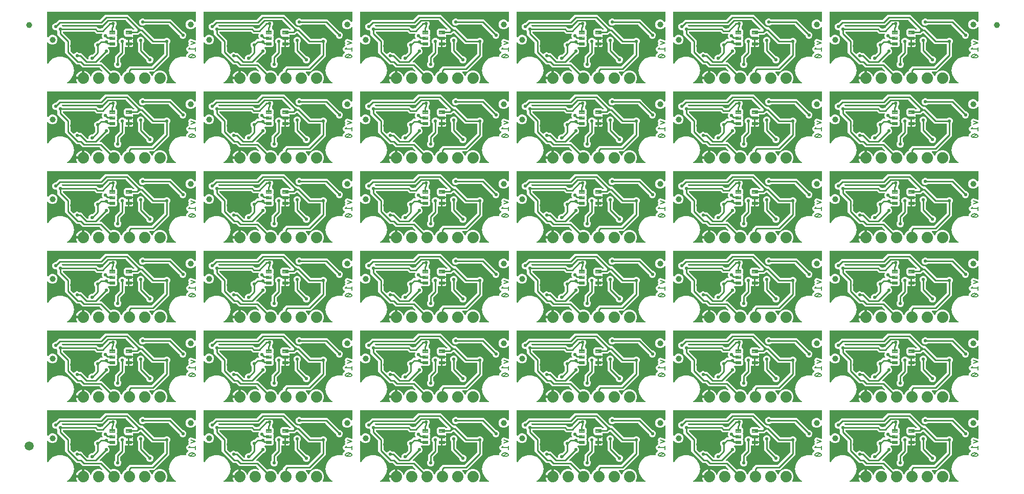
<source format=gbl>
G04 EAGLE Gerber RS-274X export*
G75*
%MOMM*%
%FSLAX34Y34*%
%LPD*%
%INBottom Copper*%
%IPPOS*%
%AMOC8*
5,1,8,0,0,1.08239X$1,22.5*%
G01*
%ADD10C,0.203200*%
%ADD11C,1.000000*%
%ADD12C,0.100581*%
%ADD13C,1.879600*%
%ADD14C,1.500000*%
%ADD15C,0.558800*%
%ADD16C,0.254000*%

G36*
X53115Y4078D02*
X53115Y4078D01*
X53207Y4081D01*
X53256Y4097D01*
X53306Y4105D01*
X53390Y4142D01*
X53477Y4171D01*
X53519Y4200D01*
X53565Y4221D01*
X53635Y4280D01*
X53711Y4332D01*
X53743Y4372D01*
X53782Y4404D01*
X53833Y4481D01*
X53892Y4552D01*
X53912Y4599D01*
X53940Y4641D01*
X53968Y4729D01*
X54004Y4813D01*
X54010Y4864D01*
X54026Y4912D01*
X54028Y5004D01*
X54039Y5095D01*
X54032Y5146D01*
X54033Y5196D01*
X54010Y5285D01*
X53995Y5376D01*
X53975Y5416D01*
X53961Y5471D01*
X53880Y5608D01*
X53846Y5677D01*
X53289Y6443D01*
X52436Y8117D01*
X51855Y9904D01*
X51734Y10669D01*
X62484Y10669D01*
X62542Y10677D01*
X62600Y10675D01*
X62682Y10697D01*
X62765Y10709D01*
X62819Y10733D01*
X62875Y10747D01*
X62948Y10790D01*
X63025Y10825D01*
X63069Y10863D01*
X63120Y10893D01*
X63177Y10954D01*
X63242Y11009D01*
X63274Y11057D01*
X63314Y11100D01*
X63353Y11175D01*
X63399Y11245D01*
X63417Y11301D01*
X63444Y11353D01*
X63455Y11421D01*
X63485Y11516D01*
X63488Y11616D01*
X63499Y11684D01*
X63499Y12701D01*
X64516Y12701D01*
X64574Y12709D01*
X64632Y12708D01*
X64714Y12729D01*
X64797Y12741D01*
X64851Y12765D01*
X64907Y12779D01*
X64980Y12822D01*
X65057Y12857D01*
X65102Y12895D01*
X65152Y12925D01*
X65210Y12986D01*
X65274Y13041D01*
X65306Y13089D01*
X65346Y13132D01*
X65385Y13207D01*
X65431Y13277D01*
X65449Y13333D01*
X65476Y13385D01*
X65487Y13453D01*
X65517Y13548D01*
X65520Y13648D01*
X65531Y13716D01*
X65531Y24466D01*
X66296Y24345D01*
X68083Y23764D01*
X69757Y22911D01*
X71278Y21806D01*
X72606Y20478D01*
X73711Y18957D01*
X74564Y17283D01*
X74928Y16163D01*
X74958Y16101D01*
X74979Y16035D01*
X75020Y15974D01*
X75053Y15908D01*
X75099Y15857D01*
X75138Y15799D01*
X75194Y15752D01*
X75243Y15697D01*
X75302Y15661D01*
X75355Y15616D01*
X75422Y15586D01*
X75485Y15547D01*
X75552Y15529D01*
X75615Y15501D01*
X75688Y15491D01*
X75759Y15471D01*
X75828Y15471D01*
X75897Y15462D01*
X75969Y15472D01*
X76043Y15473D01*
X76110Y15493D01*
X76178Y15502D01*
X76245Y15533D01*
X76316Y15554D01*
X76374Y15591D01*
X76437Y15620D01*
X76493Y15667D01*
X76555Y15707D01*
X76601Y15759D01*
X76653Y15804D01*
X76686Y15857D01*
X76743Y15921D01*
X76792Y16025D01*
X76831Y16089D01*
X78348Y19751D01*
X81849Y23252D01*
X86424Y25147D01*
X91376Y25147D01*
X94120Y24010D01*
X94203Y23989D01*
X94284Y23958D01*
X94340Y23953D01*
X94395Y23939D01*
X94481Y23942D01*
X94567Y23934D01*
X94623Y23946D01*
X94680Y23947D01*
X94761Y23973D01*
X94846Y23990D01*
X94896Y24016D01*
X94950Y24034D01*
X95022Y24082D01*
X95098Y24121D01*
X95139Y24160D01*
X95187Y24192D01*
X95242Y24258D01*
X95304Y24317D01*
X95333Y24366D01*
X95369Y24410D01*
X95404Y24488D01*
X95448Y24562D01*
X95462Y24617D01*
X95485Y24669D01*
X95497Y24755D01*
X95518Y24838D01*
X95516Y24895D01*
X95524Y24951D01*
X95512Y25036D01*
X95509Y25122D01*
X95491Y25176D01*
X95483Y25232D01*
X95448Y25311D01*
X95421Y25392D01*
X95393Y25433D01*
X95366Y25492D01*
X95272Y25602D01*
X95227Y25666D01*
X91218Y29674D01*
X91149Y29726D01*
X91085Y29786D01*
X91035Y29812D01*
X90991Y29845D01*
X90910Y29876D01*
X90832Y29916D01*
X90784Y29924D01*
X90726Y29946D01*
X90578Y29958D01*
X90501Y29971D01*
X62981Y29971D01*
X58198Y34754D01*
X58129Y34806D01*
X58065Y34866D01*
X58015Y34892D01*
X57971Y34925D01*
X57890Y34956D01*
X57812Y34996D01*
X57764Y35004D01*
X57706Y35026D01*
X57558Y35038D01*
X57481Y35051D01*
X52898Y35051D01*
X33781Y54168D01*
X33781Y71451D01*
X33769Y71537D01*
X33766Y71625D01*
X33749Y71677D01*
X33741Y71732D01*
X33706Y71812D01*
X33679Y71895D01*
X33651Y71934D01*
X33625Y71991D01*
X33529Y72105D01*
X33484Y72168D01*
X21081Y84571D01*
X21081Y89615D01*
X21069Y89702D01*
X21066Y89789D01*
X21049Y89842D01*
X21041Y89897D01*
X21006Y89977D01*
X20979Y90060D01*
X20951Y90099D01*
X20925Y90156D01*
X20829Y90269D01*
X20784Y90333D01*
X20447Y90670D01*
X20164Y91354D01*
X20134Y91405D01*
X20113Y91459D01*
X20062Y91526D01*
X20019Y91599D01*
X19977Y91639D01*
X19941Y91686D01*
X19874Y91736D01*
X19812Y91794D01*
X19760Y91821D01*
X19714Y91856D01*
X19635Y91886D01*
X19560Y91924D01*
X19502Y91936D01*
X19448Y91956D01*
X19363Y91963D01*
X19281Y91979D01*
X19222Y91974D01*
X19164Y91979D01*
X19097Y91964D01*
X18997Y91955D01*
X18977Y91947D01*
X16618Y91947D01*
X14470Y92837D01*
X12827Y94480D01*
X11937Y96628D01*
X11937Y98952D01*
X12827Y101100D01*
X14470Y102743D01*
X16618Y103633D01*
X17095Y103633D01*
X17181Y103645D01*
X17269Y103648D01*
X17321Y103665D01*
X17376Y103673D01*
X17456Y103708D01*
X17539Y103735D01*
X17578Y103763D01*
X17635Y103789D01*
X17749Y103885D01*
X17812Y103930D01*
X23357Y109475D01*
X91517Y109475D01*
X91603Y109487D01*
X91691Y109490D01*
X91743Y109507D01*
X91798Y109515D01*
X91878Y109550D01*
X91961Y109577D01*
X92000Y109605D01*
X92057Y109631D01*
X92171Y109727D01*
X92234Y109772D01*
X100065Y117603D01*
X137425Y117603D01*
X140252Y114776D01*
X156351Y98676D01*
X156421Y98624D01*
X156485Y98564D01*
X156534Y98538D01*
X156579Y98505D01*
X156660Y98474D01*
X156738Y98434D01*
X156786Y98426D01*
X156844Y98404D01*
X156992Y98392D01*
X157069Y98379D01*
X157372Y98379D01*
X159520Y97489D01*
X159857Y97152D01*
X159927Y97100D01*
X159990Y97040D01*
X160040Y97014D01*
X160084Y96981D01*
X160166Y96950D01*
X160244Y96910D01*
X160291Y96902D01*
X160350Y96880D01*
X160497Y96868D01*
X160575Y96855D01*
X161983Y96855D01*
X164810Y94028D01*
X164810Y94027D01*
X180562Y78276D01*
X180631Y78224D01*
X180695Y78164D01*
X180745Y78138D01*
X180789Y78105D01*
X180870Y78074D01*
X180948Y78034D01*
X180996Y78026D01*
X181054Y78004D01*
X181202Y77992D01*
X181279Y77979D01*
X197565Y77979D01*
X197652Y77991D01*
X197739Y77994D01*
X197792Y78011D01*
X197847Y78019D01*
X197927Y78054D01*
X198010Y78081D01*
X198049Y78109D01*
X198106Y78135D01*
X198220Y78231D01*
X198283Y78276D01*
X198620Y78613D01*
X200768Y79503D01*
X203092Y79503D01*
X205240Y78613D01*
X206883Y76970D01*
X207773Y74822D01*
X207773Y72498D01*
X206883Y70350D01*
X206546Y70013D01*
X206494Y69943D01*
X206434Y69880D01*
X206408Y69830D01*
X206375Y69786D01*
X206344Y69704D01*
X206304Y69626D01*
X206296Y69579D01*
X206274Y69520D01*
X206262Y69373D01*
X206249Y69295D01*
X206249Y49011D01*
X180859Y23621D01*
X174232Y23621D01*
X174203Y23617D01*
X174174Y23620D01*
X174063Y23597D01*
X173951Y23581D01*
X173924Y23569D01*
X173895Y23564D01*
X173794Y23511D01*
X173691Y23465D01*
X173669Y23446D01*
X173643Y23433D01*
X173561Y23355D01*
X173474Y23282D01*
X173458Y23257D01*
X173437Y23237D01*
X173379Y23139D01*
X173317Y23045D01*
X173308Y23017D01*
X173293Y22992D01*
X173265Y22882D01*
X173231Y22774D01*
X173230Y22744D01*
X173223Y22716D01*
X173226Y22603D01*
X173224Y22490D01*
X173231Y22461D01*
X173232Y22432D01*
X173267Y22324D01*
X173295Y22215D01*
X173310Y22189D01*
X173319Y22161D01*
X173365Y22098D01*
X173441Y21970D01*
X173486Y21927D01*
X173514Y21888D01*
X175652Y19751D01*
X176862Y16829D01*
X176877Y16804D01*
X176886Y16776D01*
X176949Y16681D01*
X177007Y16584D01*
X177028Y16564D01*
X177044Y16539D01*
X177131Y16467D01*
X177213Y16389D01*
X177239Y16375D01*
X177262Y16357D01*
X177365Y16311D01*
X177466Y16259D01*
X177495Y16253D01*
X177522Y16241D01*
X177634Y16225D01*
X177745Y16204D01*
X177774Y16206D01*
X177803Y16202D01*
X177915Y16218D01*
X178028Y16228D01*
X178055Y16239D01*
X178084Y16243D01*
X178188Y16289D01*
X178293Y16330D01*
X178317Y16348D01*
X178344Y16360D01*
X178430Y16433D01*
X178520Y16502D01*
X178538Y16525D01*
X178560Y16544D01*
X178602Y16611D01*
X178690Y16729D01*
X178712Y16788D01*
X178738Y16829D01*
X179948Y19751D01*
X183449Y23252D01*
X188024Y25147D01*
X192976Y25147D01*
X197551Y23252D01*
X201052Y19751D01*
X202947Y15176D01*
X202947Y10224D01*
X200977Y5469D01*
X200948Y5357D01*
X200914Y5248D01*
X200913Y5220D01*
X200906Y5193D01*
X200909Y5079D01*
X200906Y4964D01*
X200913Y4937D01*
X200914Y4909D01*
X200949Y4800D01*
X200978Y4689D01*
X200992Y4665D01*
X201001Y4638D01*
X201065Y4543D01*
X201123Y4444D01*
X201144Y4425D01*
X201159Y4402D01*
X201247Y4328D01*
X201331Y4250D01*
X201355Y4237D01*
X201377Y4219D01*
X201481Y4173D01*
X201584Y4120D01*
X201608Y4116D01*
X201636Y4104D01*
X201900Y4067D01*
X201915Y4065D01*
X216067Y4065D01*
X216140Y4075D01*
X216214Y4075D01*
X216280Y4095D01*
X216349Y4105D01*
X216416Y4135D01*
X216486Y4155D01*
X216545Y4192D01*
X216608Y4221D01*
X216664Y4268D01*
X216726Y4308D01*
X216772Y4360D01*
X216825Y4404D01*
X216866Y4466D01*
X216915Y4521D01*
X216944Y4583D01*
X216983Y4641D01*
X217005Y4711D01*
X217036Y4778D01*
X217048Y4846D01*
X217068Y4912D01*
X217070Y4986D01*
X217082Y5058D01*
X217074Y5127D01*
X217076Y5196D01*
X217057Y5267D01*
X217048Y5341D01*
X217021Y5404D01*
X217004Y5471D01*
X216966Y5535D01*
X216938Y5602D01*
X216899Y5647D01*
X216859Y5716D01*
X216769Y5800D01*
X216720Y5858D01*
X211015Y10644D01*
X207029Y17549D01*
X205645Y25400D01*
X207029Y33251D01*
X211015Y40155D01*
X217122Y45280D01*
X224614Y48007D01*
X232586Y48007D01*
X233079Y47827D01*
X233170Y47808D01*
X233258Y47780D01*
X233308Y47779D01*
X233357Y47769D01*
X233450Y47775D01*
X233542Y47773D01*
X233591Y47786D01*
X233640Y47789D01*
X233728Y47821D01*
X233817Y47845D01*
X233860Y47870D01*
X233907Y47887D01*
X233982Y47943D01*
X234062Y47990D01*
X234096Y48026D01*
X234136Y48056D01*
X234193Y48129D01*
X234256Y48197D01*
X234279Y48242D01*
X234309Y48281D01*
X234343Y48368D01*
X234386Y48450D01*
X234393Y48494D01*
X234414Y48546D01*
X234429Y48706D01*
X234441Y48781D01*
X234441Y51133D01*
X236772Y54397D01*
X237075Y54500D01*
X237129Y54528D01*
X237187Y54546D01*
X237255Y54592D01*
X237328Y54629D01*
X237372Y54671D01*
X237423Y54705D01*
X237476Y54767D01*
X237536Y54824D01*
X237567Y54876D01*
X237606Y54922D01*
X237639Y54997D01*
X237681Y55068D01*
X237697Y55126D01*
X237721Y55182D01*
X237733Y55263D01*
X237754Y55343D01*
X237752Y55403D01*
X237761Y55463D01*
X237749Y55545D01*
X237747Y55627D01*
X237729Y55685D01*
X237720Y55745D01*
X237686Y55820D01*
X237662Y55898D01*
X237628Y55949D01*
X237603Y56004D01*
X237558Y56054D01*
X237505Y56135D01*
X237426Y56202D01*
X237379Y56254D01*
X237358Y56271D01*
X237331Y56287D01*
X237308Y56308D01*
X237289Y56318D01*
X237288Y56319D01*
X237282Y56322D01*
X237209Y56359D01*
X237113Y56416D01*
X237083Y56423D01*
X237055Y56438D01*
X236978Y56451D01*
X236838Y56487D01*
X236829Y56486D01*
X235831Y57485D01*
X235780Y57523D01*
X235747Y57560D01*
X234639Y58446D01*
X234620Y58505D01*
X234592Y58613D01*
X234576Y58640D01*
X234567Y58670D01*
X234521Y58734D01*
X234448Y58858D01*
X234441Y58865D01*
X234441Y60276D01*
X234432Y60340D01*
X234435Y60389D01*
X234278Y61799D01*
X234307Y61855D01*
X234364Y61950D01*
X234371Y61981D01*
X234386Y62009D01*
X234399Y62086D01*
X234435Y62225D01*
X234435Y62235D01*
X235433Y63233D01*
X235459Y63268D01*
X235484Y63289D01*
X235494Y63304D01*
X235508Y63317D01*
X237978Y66405D01*
X238005Y66450D01*
X238039Y66489D01*
X238074Y66566D01*
X238078Y66571D01*
X238079Y66576D01*
X238123Y66650D01*
X238136Y66700D01*
X238158Y66748D01*
X238172Y66837D01*
X238194Y66925D01*
X238193Y66977D01*
X238201Y67029D01*
X238190Y67100D01*
X238187Y67209D01*
X238159Y67296D01*
X238149Y67360D01*
X237673Y68786D01*
X238476Y70391D01*
X238481Y70407D01*
X238490Y70421D01*
X238526Y70542D01*
X238566Y70660D01*
X238567Y70677D01*
X238572Y70694D01*
X238573Y70820D01*
X238578Y70944D01*
X238574Y70961D01*
X238574Y70978D01*
X238553Y71046D01*
X238511Y71221D01*
X238487Y71262D01*
X238476Y71299D01*
X237673Y72904D01*
X238738Y76098D01*
X241750Y77604D01*
X248599Y75321D01*
X248677Y75307D01*
X248752Y75283D01*
X248816Y75281D01*
X248879Y75270D01*
X248957Y75278D01*
X249036Y75276D01*
X249098Y75292D01*
X249161Y75298D01*
X249235Y75328D01*
X249311Y75347D01*
X249366Y75380D01*
X249425Y75404D01*
X249488Y75452D01*
X249556Y75493D01*
X249599Y75539D01*
X249650Y75578D01*
X249696Y75642D01*
X249750Y75700D01*
X249779Y75757D01*
X249817Y75808D01*
X249844Y75883D01*
X249880Y75953D01*
X249889Y76007D01*
X249914Y76076D01*
X249922Y76207D01*
X249935Y76284D01*
X249935Y96402D01*
X249931Y96431D01*
X249934Y96460D01*
X249911Y96571D01*
X249895Y96683D01*
X249883Y96710D01*
X249878Y96739D01*
X249825Y96839D01*
X249779Y96943D01*
X249760Y96965D01*
X249747Y96991D01*
X249669Y97073D01*
X249596Y97160D01*
X249571Y97176D01*
X249551Y97197D01*
X249453Y97254D01*
X249359Y97317D01*
X249331Y97326D01*
X249306Y97341D01*
X249196Y97369D01*
X249088Y97403D01*
X249058Y97404D01*
X249030Y97411D01*
X248917Y97407D01*
X248804Y97410D01*
X248775Y97403D01*
X248746Y97402D01*
X248638Y97367D01*
X248529Y97338D01*
X248503Y97323D01*
X248475Y97314D01*
X248412Y97269D01*
X248284Y97193D01*
X248241Y97148D01*
X248202Y97120D01*
X245859Y94777D01*
X242901Y93551D01*
X239699Y93551D01*
X236741Y94777D01*
X234477Y97041D01*
X233251Y99999D01*
X233251Y103201D01*
X234477Y106159D01*
X236741Y108423D01*
X239699Y109649D01*
X242901Y109649D01*
X245859Y108423D01*
X248202Y106080D01*
X248226Y106063D01*
X248245Y106040D01*
X248339Y105978D01*
X248429Y105910D01*
X248457Y105899D01*
X248481Y105883D01*
X248589Y105849D01*
X248695Y105808D01*
X248724Y105806D01*
X248752Y105797D01*
X248866Y105794D01*
X248978Y105785D01*
X249007Y105791D01*
X249036Y105790D01*
X249146Y105818D01*
X249257Y105841D01*
X249283Y105854D01*
X249311Y105862D01*
X249409Y105919D01*
X249509Y105972D01*
X249531Y105992D01*
X249556Y106007D01*
X249633Y106089D01*
X249715Y106167D01*
X249730Y106193D01*
X249750Y106214D01*
X249802Y106315D01*
X249859Y106413D01*
X249866Y106441D01*
X249880Y106467D01*
X249893Y106545D01*
X249929Y106688D01*
X249927Y106751D01*
X249935Y106798D01*
X249935Y121920D01*
X249927Y121978D01*
X249929Y122036D01*
X249907Y122118D01*
X249895Y122202D01*
X249872Y122255D01*
X249857Y122311D01*
X249814Y122384D01*
X249779Y122461D01*
X249741Y122506D01*
X249712Y122556D01*
X249650Y122614D01*
X249596Y122678D01*
X249547Y122710D01*
X249504Y122750D01*
X249429Y122789D01*
X249359Y122836D01*
X249303Y122853D01*
X249251Y122880D01*
X249183Y122891D01*
X249088Y122921D01*
X248988Y122924D01*
X248920Y122935D01*
X5080Y122935D01*
X5022Y122927D01*
X4964Y122929D01*
X4882Y122907D01*
X4798Y122895D01*
X4745Y122872D01*
X4689Y122857D01*
X4616Y122814D01*
X4539Y122779D01*
X4494Y122741D01*
X4444Y122712D01*
X4386Y122650D01*
X4322Y122596D01*
X4290Y122547D01*
X4250Y122504D01*
X4211Y122429D01*
X4164Y122359D01*
X4147Y122303D01*
X4120Y122251D01*
X4109Y122183D01*
X4079Y122088D01*
X4076Y121988D01*
X4065Y121920D01*
X4065Y81398D01*
X4069Y81369D01*
X4066Y81340D01*
X4089Y81229D01*
X4105Y81117D01*
X4117Y81090D01*
X4122Y81061D01*
X4175Y80961D01*
X4221Y80857D01*
X4240Y80835D01*
X4253Y80809D01*
X4331Y80727D01*
X4404Y80640D01*
X4429Y80624D01*
X4449Y80603D01*
X4547Y80546D01*
X4641Y80483D01*
X4669Y80474D01*
X4694Y80459D01*
X4804Y80431D01*
X4912Y80397D01*
X4942Y80396D01*
X4970Y80389D01*
X5083Y80393D01*
X5196Y80390D01*
X5225Y80397D01*
X5254Y80398D01*
X5362Y80433D01*
X5471Y80462D01*
X5497Y80477D01*
X5525Y80486D01*
X5588Y80531D01*
X5716Y80607D01*
X5759Y80652D01*
X5798Y80680D01*
X8141Y83023D01*
X11099Y84249D01*
X14301Y84249D01*
X17259Y83023D01*
X19523Y80759D01*
X20749Y77801D01*
X20749Y74599D01*
X19523Y71641D01*
X17259Y69377D01*
X14301Y68151D01*
X11099Y68151D01*
X8141Y69377D01*
X5798Y71720D01*
X5774Y71737D01*
X5755Y71760D01*
X5661Y71822D01*
X5571Y71890D01*
X5543Y71901D01*
X5519Y71917D01*
X5411Y71951D01*
X5305Y71992D01*
X5276Y71994D01*
X5248Y72003D01*
X5134Y72006D01*
X5022Y72015D01*
X4993Y72009D01*
X4964Y72010D01*
X4854Y71982D01*
X4743Y71959D01*
X4717Y71946D01*
X4689Y71938D01*
X4591Y71881D01*
X4491Y71828D01*
X4469Y71808D01*
X4444Y71793D01*
X4367Y71711D01*
X4285Y71633D01*
X4270Y71607D01*
X4250Y71586D01*
X4198Y71485D01*
X4141Y71387D01*
X4134Y71359D01*
X4120Y71333D01*
X4107Y71255D01*
X4071Y71112D01*
X4073Y71049D01*
X4065Y71002D01*
X4065Y37449D01*
X4067Y37429D01*
X4065Y37410D01*
X4087Y37289D01*
X4105Y37167D01*
X4113Y37149D01*
X4116Y37130D01*
X4171Y37020D01*
X4221Y36908D01*
X4233Y36893D01*
X4242Y36875D01*
X4325Y36784D01*
X4404Y36691D01*
X4421Y36680D01*
X4434Y36665D01*
X4539Y36601D01*
X4641Y36533D01*
X4660Y36527D01*
X4676Y36517D01*
X4795Y36484D01*
X4912Y36447D01*
X4932Y36447D01*
X4951Y36442D01*
X5073Y36443D01*
X5196Y36440D01*
X5215Y36445D01*
X5235Y36445D01*
X5353Y36481D01*
X5471Y36512D01*
X5488Y36522D01*
X5507Y36528D01*
X5610Y36594D01*
X5716Y36657D01*
X5729Y36671D01*
X5746Y36682D01*
X5792Y36739D01*
X5910Y36864D01*
X5934Y36910D01*
X5959Y36941D01*
X7815Y40156D01*
X13922Y45280D01*
X21414Y48007D01*
X29386Y48007D01*
X36878Y45280D01*
X42985Y40156D01*
X46971Y33251D01*
X48355Y25400D01*
X46971Y17549D01*
X42985Y10645D01*
X37280Y5858D01*
X37231Y5803D01*
X37175Y5755D01*
X37136Y5698D01*
X37090Y5646D01*
X37058Y5580D01*
X37017Y5519D01*
X36996Y5453D01*
X36966Y5390D01*
X36954Y5318D01*
X36932Y5248D01*
X36930Y5179D01*
X36918Y5110D01*
X36926Y5037D01*
X36924Y4964D01*
X36942Y4897D01*
X36949Y4828D01*
X36977Y4760D01*
X36996Y4689D01*
X37031Y4629D01*
X37058Y4565D01*
X37104Y4507D01*
X37141Y4444D01*
X37192Y4397D01*
X37235Y4343D01*
X37295Y4300D01*
X37349Y4250D01*
X37410Y4218D01*
X37467Y4178D01*
X37536Y4154D01*
X37602Y4120D01*
X37660Y4110D01*
X37735Y4084D01*
X37857Y4077D01*
X37933Y4065D01*
X53024Y4065D01*
X53115Y4078D01*
G37*
G36*
X53115Y400318D02*
X53115Y400318D01*
X53207Y400321D01*
X53256Y400337D01*
X53306Y400345D01*
X53390Y400382D01*
X53477Y400411D01*
X53519Y400440D01*
X53565Y400461D01*
X53635Y400520D01*
X53711Y400572D01*
X53743Y400612D01*
X53782Y400644D01*
X53833Y400721D01*
X53892Y400792D01*
X53912Y400839D01*
X53940Y400881D01*
X53968Y400969D01*
X54004Y401053D01*
X54010Y401104D01*
X54026Y401152D01*
X54028Y401244D01*
X54039Y401335D01*
X54032Y401386D01*
X54033Y401436D01*
X54010Y401525D01*
X53995Y401616D01*
X53975Y401656D01*
X53961Y401711D01*
X53880Y401848D01*
X53846Y401917D01*
X53289Y402683D01*
X52436Y404357D01*
X51855Y406144D01*
X51734Y406909D01*
X62484Y406909D01*
X62542Y406917D01*
X62600Y406915D01*
X62682Y406937D01*
X62765Y406949D01*
X62819Y406973D01*
X62875Y406987D01*
X62948Y407030D01*
X63025Y407065D01*
X63069Y407103D01*
X63120Y407133D01*
X63177Y407194D01*
X63242Y407249D01*
X63274Y407297D01*
X63314Y407340D01*
X63353Y407415D01*
X63399Y407485D01*
X63417Y407541D01*
X63444Y407593D01*
X63455Y407661D01*
X63485Y407756D01*
X63488Y407856D01*
X63499Y407924D01*
X63499Y408941D01*
X64516Y408941D01*
X64574Y408949D01*
X64632Y408948D01*
X64714Y408969D01*
X64797Y408981D01*
X64851Y409005D01*
X64907Y409019D01*
X64980Y409062D01*
X65057Y409097D01*
X65102Y409135D01*
X65152Y409165D01*
X65210Y409226D01*
X65274Y409281D01*
X65306Y409329D01*
X65346Y409372D01*
X65385Y409447D01*
X65431Y409517D01*
X65449Y409573D01*
X65476Y409625D01*
X65487Y409693D01*
X65517Y409788D01*
X65520Y409888D01*
X65531Y409956D01*
X65531Y420706D01*
X66296Y420585D01*
X68083Y420004D01*
X69757Y419151D01*
X71278Y418046D01*
X72606Y416718D01*
X73711Y415197D01*
X74564Y413523D01*
X74928Y412403D01*
X74958Y412341D01*
X74979Y412275D01*
X75020Y412214D01*
X75053Y412148D01*
X75099Y412097D01*
X75138Y412039D01*
X75194Y411992D01*
X75243Y411937D01*
X75302Y411901D01*
X75355Y411856D01*
X75422Y411826D01*
X75485Y411787D01*
X75552Y411769D01*
X75615Y411741D01*
X75688Y411731D01*
X75759Y411711D01*
X75828Y411711D01*
X75897Y411702D01*
X75969Y411712D01*
X76043Y411713D01*
X76110Y411733D01*
X76178Y411742D01*
X76245Y411773D01*
X76316Y411794D01*
X76374Y411831D01*
X76437Y411860D01*
X76493Y411907D01*
X76555Y411947D01*
X76601Y411999D01*
X76653Y412044D01*
X76686Y412097D01*
X76743Y412161D01*
X76792Y412265D01*
X76831Y412329D01*
X78348Y415991D01*
X81849Y419492D01*
X86424Y421387D01*
X91376Y421387D01*
X94120Y420250D01*
X94203Y420229D01*
X94284Y420198D01*
X94340Y420193D01*
X94395Y420179D01*
X94481Y420182D01*
X94567Y420174D01*
X94623Y420186D01*
X94680Y420187D01*
X94761Y420213D01*
X94846Y420230D01*
X94896Y420256D01*
X94950Y420274D01*
X95022Y420322D01*
X95098Y420361D01*
X95139Y420400D01*
X95187Y420432D01*
X95242Y420498D01*
X95304Y420557D01*
X95333Y420606D01*
X95369Y420650D01*
X95404Y420728D01*
X95448Y420802D01*
X95462Y420857D01*
X95485Y420909D01*
X95497Y420995D01*
X95518Y421078D01*
X95516Y421135D01*
X95524Y421191D01*
X95512Y421276D01*
X95509Y421362D01*
X95491Y421416D01*
X95483Y421472D01*
X95448Y421551D01*
X95421Y421632D01*
X95393Y421673D01*
X95366Y421732D01*
X95272Y421842D01*
X95227Y421906D01*
X91218Y425914D01*
X91149Y425966D01*
X91085Y426026D01*
X91035Y426052D01*
X90991Y426085D01*
X90910Y426116D01*
X90832Y426156D01*
X90784Y426164D01*
X90726Y426186D01*
X90578Y426198D01*
X90501Y426211D01*
X62981Y426211D01*
X58198Y430994D01*
X58129Y431046D01*
X58065Y431106D01*
X58015Y431132D01*
X57971Y431165D01*
X57890Y431196D01*
X57812Y431236D01*
X57764Y431244D01*
X57706Y431266D01*
X57558Y431278D01*
X57481Y431291D01*
X52898Y431291D01*
X33781Y450408D01*
X33781Y467691D01*
X33769Y467777D01*
X33766Y467865D01*
X33749Y467917D01*
X33741Y467972D01*
X33706Y468052D01*
X33679Y468135D01*
X33651Y468174D01*
X33625Y468231D01*
X33529Y468345D01*
X33484Y468408D01*
X21081Y480811D01*
X21081Y485855D01*
X21069Y485942D01*
X21066Y486029D01*
X21049Y486082D01*
X21041Y486137D01*
X21006Y486217D01*
X20979Y486300D01*
X20951Y486339D01*
X20925Y486396D01*
X20829Y486509D01*
X20784Y486573D01*
X20447Y486910D01*
X20164Y487594D01*
X20134Y487645D01*
X20113Y487699D01*
X20062Y487766D01*
X20019Y487839D01*
X19977Y487879D01*
X19941Y487926D01*
X19874Y487976D01*
X19812Y488034D01*
X19760Y488061D01*
X19714Y488096D01*
X19635Y488126D01*
X19560Y488164D01*
X19502Y488176D01*
X19448Y488196D01*
X19363Y488203D01*
X19281Y488219D01*
X19222Y488214D01*
X19164Y488219D01*
X19097Y488204D01*
X18997Y488195D01*
X18977Y488187D01*
X16618Y488187D01*
X14470Y489077D01*
X12827Y490720D01*
X11937Y492868D01*
X11937Y495192D01*
X12827Y497340D01*
X14470Y498983D01*
X16618Y499873D01*
X17095Y499873D01*
X17181Y499885D01*
X17269Y499888D01*
X17321Y499905D01*
X17376Y499913D01*
X17456Y499948D01*
X17539Y499975D01*
X17578Y500003D01*
X17635Y500029D01*
X17749Y500125D01*
X17812Y500170D01*
X23357Y505715D01*
X91517Y505715D01*
X91603Y505727D01*
X91691Y505730D01*
X91743Y505747D01*
X91798Y505755D01*
X91878Y505790D01*
X91961Y505817D01*
X92000Y505845D01*
X92057Y505871D01*
X92171Y505967D01*
X92234Y506012D01*
X100065Y513843D01*
X137425Y513843D01*
X140252Y511016D01*
X156351Y494916D01*
X156421Y494864D01*
X156485Y494804D01*
X156534Y494778D01*
X156579Y494745D01*
X156660Y494714D01*
X156738Y494674D01*
X156786Y494666D01*
X156844Y494644D01*
X156992Y494632D01*
X157069Y494619D01*
X157372Y494619D01*
X159520Y493729D01*
X159857Y493392D01*
X159927Y493340D01*
X159990Y493280D01*
X160040Y493254D01*
X160084Y493221D01*
X160166Y493190D01*
X160244Y493150D01*
X160291Y493142D01*
X160350Y493120D01*
X160497Y493108D01*
X160575Y493095D01*
X161983Y493095D01*
X164810Y490268D01*
X164810Y490267D01*
X180562Y474516D01*
X180631Y474464D01*
X180695Y474404D01*
X180745Y474378D01*
X180789Y474345D01*
X180870Y474314D01*
X180948Y474274D01*
X180996Y474266D01*
X181054Y474244D01*
X181202Y474232D01*
X181279Y474219D01*
X197565Y474219D01*
X197652Y474231D01*
X197739Y474234D01*
X197792Y474251D01*
X197847Y474259D01*
X197927Y474294D01*
X198010Y474321D01*
X198049Y474349D01*
X198106Y474375D01*
X198220Y474471D01*
X198283Y474516D01*
X198620Y474853D01*
X200768Y475743D01*
X203092Y475743D01*
X205240Y474853D01*
X206883Y473210D01*
X207773Y471062D01*
X207773Y468738D01*
X206883Y466590D01*
X206546Y466253D01*
X206494Y466183D01*
X206434Y466120D01*
X206408Y466070D01*
X206375Y466026D01*
X206344Y465944D01*
X206304Y465866D01*
X206296Y465819D01*
X206274Y465760D01*
X206262Y465613D01*
X206249Y465535D01*
X206249Y445251D01*
X180859Y419861D01*
X174232Y419861D01*
X174203Y419857D01*
X174174Y419860D01*
X174063Y419837D01*
X173951Y419821D01*
X173924Y419809D01*
X173895Y419804D01*
X173794Y419751D01*
X173691Y419705D01*
X173669Y419686D01*
X173643Y419673D01*
X173561Y419595D01*
X173474Y419522D01*
X173458Y419497D01*
X173437Y419477D01*
X173379Y419379D01*
X173317Y419285D01*
X173308Y419257D01*
X173293Y419232D01*
X173265Y419122D01*
X173231Y419014D01*
X173230Y418984D01*
X173223Y418956D01*
X173226Y418843D01*
X173224Y418730D01*
X173231Y418701D01*
X173232Y418672D01*
X173267Y418564D01*
X173295Y418455D01*
X173310Y418429D01*
X173319Y418401D01*
X173365Y418338D01*
X173441Y418210D01*
X173486Y418167D01*
X173514Y418128D01*
X175652Y415991D01*
X176862Y413069D01*
X176877Y413044D01*
X176886Y413016D01*
X176949Y412921D01*
X177007Y412824D01*
X177028Y412804D01*
X177044Y412779D01*
X177131Y412707D01*
X177213Y412629D01*
X177239Y412615D01*
X177262Y412597D01*
X177365Y412551D01*
X177466Y412499D01*
X177495Y412493D01*
X177522Y412481D01*
X177634Y412465D01*
X177745Y412444D01*
X177774Y412446D01*
X177803Y412442D01*
X177915Y412458D01*
X178028Y412468D01*
X178055Y412479D01*
X178084Y412483D01*
X178188Y412529D01*
X178293Y412570D01*
X178317Y412588D01*
X178344Y412600D01*
X178430Y412673D01*
X178520Y412742D01*
X178538Y412765D01*
X178560Y412784D01*
X178602Y412851D01*
X178690Y412969D01*
X178712Y413028D01*
X178738Y413069D01*
X179948Y415991D01*
X183449Y419492D01*
X188024Y421387D01*
X192976Y421387D01*
X197551Y419492D01*
X201052Y415991D01*
X202947Y411416D01*
X202947Y406464D01*
X200977Y401709D01*
X200948Y401597D01*
X200914Y401488D01*
X200913Y401460D01*
X200906Y401433D01*
X200909Y401319D01*
X200906Y401204D01*
X200913Y401177D01*
X200914Y401149D01*
X200949Y401040D01*
X200978Y400929D01*
X200992Y400905D01*
X201001Y400878D01*
X201065Y400783D01*
X201123Y400684D01*
X201144Y400665D01*
X201159Y400642D01*
X201247Y400568D01*
X201331Y400490D01*
X201355Y400477D01*
X201377Y400459D01*
X201481Y400413D01*
X201584Y400360D01*
X201608Y400356D01*
X201636Y400344D01*
X201900Y400307D01*
X201915Y400305D01*
X216067Y400305D01*
X216140Y400315D01*
X216214Y400315D01*
X216280Y400335D01*
X216349Y400345D01*
X216416Y400375D01*
X216486Y400395D01*
X216545Y400432D01*
X216608Y400461D01*
X216664Y400508D01*
X216726Y400548D01*
X216772Y400600D01*
X216825Y400644D01*
X216866Y400706D01*
X216915Y400761D01*
X216944Y400823D01*
X216983Y400881D01*
X217005Y400951D01*
X217036Y401018D01*
X217048Y401086D01*
X217068Y401152D01*
X217070Y401226D01*
X217082Y401298D01*
X217074Y401367D01*
X217076Y401436D01*
X217057Y401507D01*
X217048Y401581D01*
X217021Y401644D01*
X217004Y401711D01*
X216966Y401775D01*
X216938Y401842D01*
X216899Y401887D01*
X216859Y401956D01*
X216769Y402040D01*
X216720Y402098D01*
X211015Y406884D01*
X207029Y413789D01*
X205645Y421640D01*
X207029Y429491D01*
X211015Y436395D01*
X217122Y441520D01*
X224614Y444247D01*
X232586Y444247D01*
X233079Y444067D01*
X233170Y444048D01*
X233258Y444020D01*
X233308Y444019D01*
X233357Y444009D01*
X233450Y444015D01*
X233542Y444013D01*
X233591Y444026D01*
X233640Y444029D01*
X233728Y444061D01*
X233817Y444085D01*
X233860Y444110D01*
X233907Y444127D01*
X233982Y444183D01*
X234062Y444230D01*
X234096Y444266D01*
X234136Y444296D01*
X234193Y444369D01*
X234256Y444437D01*
X234279Y444482D01*
X234309Y444521D01*
X234343Y444608D01*
X234386Y444690D01*
X234393Y444734D01*
X234414Y444786D01*
X234429Y444946D01*
X234441Y445021D01*
X234441Y447373D01*
X236772Y450637D01*
X237075Y450740D01*
X237129Y450768D01*
X237187Y450786D01*
X237255Y450832D01*
X237328Y450869D01*
X237372Y450911D01*
X237423Y450945D01*
X237476Y451007D01*
X237536Y451064D01*
X237567Y451116D01*
X237606Y451162D01*
X237639Y451237D01*
X237681Y451308D01*
X237697Y451366D01*
X237721Y451422D01*
X237733Y451503D01*
X237754Y451583D01*
X237752Y451643D01*
X237761Y451703D01*
X237749Y451785D01*
X237747Y451867D01*
X237729Y451925D01*
X237720Y451985D01*
X237686Y452060D01*
X237662Y452138D01*
X237628Y452189D01*
X237603Y452244D01*
X237558Y452294D01*
X237505Y452375D01*
X237426Y452442D01*
X237379Y452494D01*
X237358Y452511D01*
X237331Y452527D01*
X237308Y452548D01*
X237289Y452558D01*
X237288Y452559D01*
X237282Y452562D01*
X237209Y452599D01*
X237113Y452656D01*
X237083Y452663D01*
X237055Y452678D01*
X236978Y452691D01*
X236838Y452727D01*
X236829Y452726D01*
X235831Y453725D01*
X235780Y453763D01*
X235747Y453800D01*
X234639Y454686D01*
X234620Y454745D01*
X234592Y454853D01*
X234576Y454880D01*
X234567Y454910D01*
X234521Y454974D01*
X234448Y455098D01*
X234441Y455105D01*
X234441Y456516D01*
X234432Y456580D01*
X234435Y456629D01*
X234278Y458039D01*
X234307Y458095D01*
X234364Y458190D01*
X234371Y458221D01*
X234386Y458249D01*
X234399Y458326D01*
X234435Y458465D01*
X234435Y458475D01*
X235433Y459473D01*
X235459Y459508D01*
X235484Y459529D01*
X235494Y459544D01*
X235508Y459557D01*
X237978Y462645D01*
X238005Y462690D01*
X238039Y462729D01*
X238074Y462806D01*
X238078Y462811D01*
X238079Y462816D01*
X238123Y462890D01*
X238136Y462940D01*
X238158Y462988D01*
X238172Y463077D01*
X238194Y463165D01*
X238193Y463217D01*
X238201Y463269D01*
X238190Y463340D01*
X238187Y463449D01*
X238159Y463536D01*
X238149Y463600D01*
X237673Y465026D01*
X238476Y466631D01*
X238481Y466647D01*
X238490Y466661D01*
X238526Y466782D01*
X238566Y466900D01*
X238567Y466917D01*
X238572Y466934D01*
X238573Y467060D01*
X238578Y467184D01*
X238574Y467201D01*
X238574Y467218D01*
X238553Y467286D01*
X238511Y467461D01*
X238487Y467502D01*
X238476Y467539D01*
X237673Y469144D01*
X238738Y472338D01*
X241750Y473844D01*
X248599Y471561D01*
X248677Y471547D01*
X248752Y471523D01*
X248816Y471521D01*
X248879Y471510D01*
X248957Y471518D01*
X249036Y471516D01*
X249098Y471532D01*
X249161Y471538D01*
X249235Y471568D01*
X249311Y471587D01*
X249366Y471620D01*
X249425Y471644D01*
X249488Y471692D01*
X249556Y471733D01*
X249599Y471779D01*
X249650Y471818D01*
X249696Y471882D01*
X249750Y471940D01*
X249779Y471997D01*
X249817Y472048D01*
X249844Y472123D01*
X249880Y472193D01*
X249889Y472247D01*
X249914Y472316D01*
X249922Y472447D01*
X249935Y472524D01*
X249935Y492642D01*
X249931Y492671D01*
X249934Y492700D01*
X249911Y492811D01*
X249895Y492923D01*
X249883Y492950D01*
X249878Y492979D01*
X249825Y493079D01*
X249779Y493183D01*
X249760Y493205D01*
X249747Y493231D01*
X249669Y493313D01*
X249596Y493400D01*
X249571Y493416D01*
X249551Y493437D01*
X249453Y493494D01*
X249359Y493557D01*
X249331Y493566D01*
X249306Y493581D01*
X249196Y493609D01*
X249088Y493643D01*
X249058Y493644D01*
X249030Y493651D01*
X248917Y493647D01*
X248804Y493650D01*
X248775Y493643D01*
X248746Y493642D01*
X248638Y493607D01*
X248529Y493578D01*
X248503Y493563D01*
X248475Y493554D01*
X248412Y493509D01*
X248284Y493433D01*
X248241Y493388D01*
X248202Y493360D01*
X245859Y491017D01*
X242901Y489791D01*
X239699Y489791D01*
X236741Y491017D01*
X234477Y493281D01*
X233251Y496239D01*
X233251Y499441D01*
X234477Y502399D01*
X236741Y504663D01*
X239699Y505889D01*
X242901Y505889D01*
X245859Y504663D01*
X248202Y502320D01*
X248226Y502303D01*
X248245Y502280D01*
X248339Y502218D01*
X248429Y502150D01*
X248457Y502139D01*
X248481Y502123D01*
X248589Y502089D01*
X248695Y502048D01*
X248724Y502046D01*
X248752Y502037D01*
X248866Y502034D01*
X248978Y502025D01*
X249007Y502031D01*
X249036Y502030D01*
X249146Y502058D01*
X249257Y502081D01*
X249283Y502094D01*
X249311Y502102D01*
X249409Y502159D01*
X249509Y502212D01*
X249531Y502232D01*
X249556Y502247D01*
X249633Y502329D01*
X249715Y502407D01*
X249730Y502433D01*
X249750Y502454D01*
X249802Y502555D01*
X249859Y502653D01*
X249866Y502681D01*
X249880Y502707D01*
X249893Y502785D01*
X249929Y502928D01*
X249927Y502991D01*
X249935Y503038D01*
X249935Y518160D01*
X249927Y518218D01*
X249929Y518276D01*
X249907Y518358D01*
X249895Y518442D01*
X249872Y518495D01*
X249857Y518551D01*
X249814Y518624D01*
X249779Y518701D01*
X249741Y518746D01*
X249712Y518796D01*
X249650Y518854D01*
X249596Y518918D01*
X249547Y518950D01*
X249504Y518990D01*
X249429Y519029D01*
X249359Y519076D01*
X249303Y519093D01*
X249251Y519120D01*
X249183Y519131D01*
X249088Y519161D01*
X248988Y519164D01*
X248920Y519175D01*
X5080Y519175D01*
X5022Y519167D01*
X4964Y519169D01*
X4882Y519147D01*
X4798Y519135D01*
X4745Y519112D01*
X4689Y519097D01*
X4616Y519054D01*
X4539Y519019D01*
X4494Y518981D01*
X4444Y518952D01*
X4386Y518890D01*
X4322Y518836D01*
X4290Y518787D01*
X4250Y518744D01*
X4211Y518669D01*
X4164Y518599D01*
X4147Y518543D01*
X4120Y518491D01*
X4109Y518423D01*
X4079Y518328D01*
X4076Y518228D01*
X4065Y518160D01*
X4065Y477638D01*
X4069Y477609D01*
X4066Y477580D01*
X4089Y477469D01*
X4105Y477357D01*
X4117Y477330D01*
X4122Y477301D01*
X4175Y477201D01*
X4221Y477097D01*
X4240Y477075D01*
X4253Y477049D01*
X4331Y476967D01*
X4404Y476880D01*
X4429Y476864D01*
X4449Y476843D01*
X4547Y476786D01*
X4641Y476723D01*
X4669Y476714D01*
X4694Y476699D01*
X4804Y476671D01*
X4912Y476637D01*
X4942Y476636D01*
X4970Y476629D01*
X5083Y476633D01*
X5196Y476630D01*
X5225Y476637D01*
X5254Y476638D01*
X5362Y476673D01*
X5471Y476702D01*
X5497Y476717D01*
X5525Y476726D01*
X5588Y476771D01*
X5716Y476847D01*
X5759Y476892D01*
X5798Y476920D01*
X8141Y479263D01*
X11099Y480489D01*
X14301Y480489D01*
X17259Y479263D01*
X19523Y476999D01*
X20749Y474041D01*
X20749Y470839D01*
X19523Y467881D01*
X17259Y465617D01*
X14301Y464391D01*
X11099Y464391D01*
X8141Y465617D01*
X5798Y467960D01*
X5774Y467977D01*
X5755Y468000D01*
X5661Y468062D01*
X5571Y468130D01*
X5543Y468141D01*
X5519Y468157D01*
X5411Y468191D01*
X5305Y468232D01*
X5276Y468234D01*
X5248Y468243D01*
X5134Y468246D01*
X5022Y468255D01*
X4993Y468249D01*
X4964Y468250D01*
X4854Y468222D01*
X4743Y468199D01*
X4717Y468186D01*
X4689Y468178D01*
X4591Y468121D01*
X4491Y468068D01*
X4469Y468048D01*
X4444Y468033D01*
X4367Y467951D01*
X4285Y467873D01*
X4270Y467847D01*
X4250Y467826D01*
X4198Y467725D01*
X4141Y467627D01*
X4134Y467599D01*
X4120Y467573D01*
X4107Y467495D01*
X4071Y467352D01*
X4073Y467289D01*
X4065Y467242D01*
X4065Y433689D01*
X4067Y433669D01*
X4065Y433650D01*
X4087Y433529D01*
X4105Y433407D01*
X4113Y433389D01*
X4116Y433370D01*
X4171Y433260D01*
X4221Y433148D01*
X4233Y433133D01*
X4242Y433115D01*
X4325Y433024D01*
X4404Y432931D01*
X4421Y432920D01*
X4434Y432905D01*
X4539Y432841D01*
X4641Y432773D01*
X4660Y432767D01*
X4676Y432757D01*
X4795Y432724D01*
X4912Y432687D01*
X4932Y432687D01*
X4951Y432682D01*
X5073Y432683D01*
X5196Y432680D01*
X5215Y432685D01*
X5235Y432685D01*
X5353Y432721D01*
X5471Y432752D01*
X5488Y432762D01*
X5507Y432768D01*
X5610Y432834D01*
X5716Y432897D01*
X5729Y432911D01*
X5746Y432922D01*
X5792Y432979D01*
X5910Y433104D01*
X5934Y433150D01*
X5959Y433181D01*
X7815Y436396D01*
X13922Y441520D01*
X21414Y444247D01*
X29386Y444247D01*
X36878Y441520D01*
X42985Y436396D01*
X46971Y429491D01*
X48355Y421640D01*
X46971Y413789D01*
X42985Y406885D01*
X37280Y402098D01*
X37231Y402043D01*
X37175Y401995D01*
X37136Y401938D01*
X37090Y401886D01*
X37058Y401820D01*
X37017Y401759D01*
X36996Y401693D01*
X36966Y401630D01*
X36954Y401558D01*
X36932Y401488D01*
X36930Y401419D01*
X36918Y401350D01*
X36926Y401277D01*
X36924Y401204D01*
X36942Y401137D01*
X36949Y401068D01*
X36977Y401000D01*
X36996Y400929D01*
X37031Y400869D01*
X37058Y400805D01*
X37104Y400747D01*
X37141Y400684D01*
X37192Y400637D01*
X37235Y400583D01*
X37295Y400540D01*
X37349Y400490D01*
X37410Y400458D01*
X37467Y400418D01*
X37536Y400394D01*
X37602Y400360D01*
X37660Y400350D01*
X37735Y400324D01*
X37857Y400317D01*
X37933Y400305D01*
X53024Y400305D01*
X53115Y400318D01*
G37*
G36*
X571275Y136158D02*
X571275Y136158D01*
X571367Y136161D01*
X571416Y136177D01*
X571466Y136185D01*
X571550Y136222D01*
X571637Y136251D01*
X571679Y136280D01*
X571725Y136301D01*
X571795Y136360D01*
X571871Y136412D01*
X571903Y136452D01*
X571942Y136484D01*
X571993Y136561D01*
X572052Y136632D01*
X572072Y136679D01*
X572100Y136721D01*
X572128Y136809D01*
X572164Y136893D01*
X572170Y136944D01*
X572186Y136992D01*
X572188Y137084D01*
X572199Y137175D01*
X572192Y137226D01*
X572193Y137276D01*
X572170Y137365D01*
X572155Y137456D01*
X572135Y137496D01*
X572121Y137551D01*
X572040Y137688D01*
X572006Y137757D01*
X571449Y138523D01*
X570596Y140197D01*
X570015Y141984D01*
X569894Y142749D01*
X580644Y142749D01*
X580702Y142757D01*
X580760Y142755D01*
X580842Y142777D01*
X580925Y142789D01*
X580979Y142813D01*
X581035Y142827D01*
X581108Y142870D01*
X581185Y142905D01*
X581229Y142943D01*
X581280Y142973D01*
X581337Y143034D01*
X581402Y143089D01*
X581434Y143137D01*
X581474Y143180D01*
X581513Y143255D01*
X581559Y143325D01*
X581577Y143381D01*
X581604Y143433D01*
X581615Y143501D01*
X581645Y143596D01*
X581648Y143696D01*
X581659Y143764D01*
X581659Y144781D01*
X582676Y144781D01*
X582734Y144789D01*
X582792Y144788D01*
X582874Y144809D01*
X582957Y144821D01*
X583011Y144845D01*
X583067Y144859D01*
X583140Y144902D01*
X583217Y144937D01*
X583262Y144975D01*
X583312Y145005D01*
X583370Y145066D01*
X583434Y145121D01*
X583466Y145169D01*
X583506Y145212D01*
X583545Y145287D01*
X583591Y145357D01*
X583609Y145413D01*
X583636Y145465D01*
X583647Y145533D01*
X583677Y145628D01*
X583680Y145728D01*
X583691Y145796D01*
X583691Y156546D01*
X584456Y156425D01*
X586243Y155844D01*
X587917Y154991D01*
X589438Y153886D01*
X590766Y152558D01*
X591871Y151037D01*
X592724Y149363D01*
X593088Y148243D01*
X593118Y148181D01*
X593139Y148115D01*
X593180Y148054D01*
X593213Y147988D01*
X593259Y147937D01*
X593298Y147879D01*
X593354Y147832D01*
X593403Y147777D01*
X593462Y147741D01*
X593515Y147696D01*
X593582Y147666D01*
X593645Y147627D01*
X593712Y147609D01*
X593775Y147581D01*
X593848Y147571D01*
X593919Y147551D01*
X593988Y147551D01*
X594057Y147542D01*
X594129Y147552D01*
X594203Y147553D01*
X594270Y147573D01*
X594338Y147582D01*
X594405Y147613D01*
X594476Y147634D01*
X594534Y147671D01*
X594597Y147700D01*
X594653Y147747D01*
X594715Y147787D01*
X594761Y147839D01*
X594813Y147884D01*
X594846Y147937D01*
X594903Y148001D01*
X594952Y148105D01*
X594991Y148169D01*
X596508Y151831D01*
X600009Y155332D01*
X604584Y157227D01*
X609536Y157227D01*
X612280Y156090D01*
X612363Y156069D01*
X612444Y156038D01*
X612500Y156033D01*
X612555Y156019D01*
X612641Y156022D01*
X612727Y156014D01*
X612783Y156026D01*
X612840Y156027D01*
X612921Y156053D01*
X613006Y156070D01*
X613056Y156096D01*
X613110Y156114D01*
X613182Y156162D01*
X613258Y156201D01*
X613299Y156240D01*
X613347Y156272D01*
X613402Y156338D01*
X613464Y156397D01*
X613493Y156446D01*
X613529Y156490D01*
X613564Y156568D01*
X613608Y156642D01*
X613622Y156697D01*
X613645Y156749D01*
X613657Y156835D01*
X613678Y156918D01*
X613676Y156975D01*
X613684Y157031D01*
X613672Y157116D01*
X613669Y157202D01*
X613651Y157256D01*
X613643Y157312D01*
X613608Y157391D01*
X613581Y157472D01*
X613553Y157513D01*
X613526Y157572D01*
X613432Y157682D01*
X613387Y157746D01*
X609378Y161754D01*
X609309Y161806D01*
X609245Y161866D01*
X609195Y161892D01*
X609151Y161925D01*
X609070Y161956D01*
X608992Y161996D01*
X608944Y162004D01*
X608886Y162026D01*
X608738Y162038D01*
X608661Y162051D01*
X581141Y162051D01*
X576358Y166834D01*
X576289Y166886D01*
X576225Y166946D01*
X576175Y166972D01*
X576131Y167005D01*
X576050Y167036D01*
X575972Y167076D01*
X575924Y167084D01*
X575866Y167106D01*
X575718Y167118D01*
X575641Y167131D01*
X571058Y167131D01*
X551941Y186248D01*
X551941Y203531D01*
X551929Y203617D01*
X551926Y203705D01*
X551909Y203757D01*
X551901Y203812D01*
X551866Y203892D01*
X551839Y203975D01*
X551811Y204014D01*
X551785Y204071D01*
X551689Y204185D01*
X551644Y204248D01*
X539241Y216651D01*
X539241Y221695D01*
X539229Y221782D01*
X539226Y221869D01*
X539209Y221922D01*
X539201Y221977D01*
X539166Y222057D01*
X539139Y222140D01*
X539111Y222179D01*
X539085Y222236D01*
X538989Y222349D01*
X538944Y222413D01*
X538607Y222750D01*
X538324Y223434D01*
X538294Y223485D01*
X538273Y223539D01*
X538222Y223606D01*
X538179Y223679D01*
X538137Y223719D01*
X538101Y223766D01*
X538034Y223816D01*
X537972Y223874D01*
X537920Y223901D01*
X537874Y223936D01*
X537795Y223966D01*
X537720Y224004D01*
X537662Y224016D01*
X537608Y224036D01*
X537523Y224043D01*
X537441Y224059D01*
X537382Y224054D01*
X537324Y224059D01*
X537257Y224044D01*
X537157Y224035D01*
X537137Y224027D01*
X534778Y224027D01*
X532630Y224917D01*
X530987Y226560D01*
X530097Y228708D01*
X530097Y231032D01*
X530987Y233180D01*
X532630Y234823D01*
X534778Y235713D01*
X535255Y235713D01*
X535341Y235725D01*
X535429Y235728D01*
X535481Y235745D01*
X535536Y235753D01*
X535616Y235788D01*
X535699Y235815D01*
X535738Y235843D01*
X535795Y235869D01*
X535909Y235965D01*
X535972Y236010D01*
X541517Y241555D01*
X609677Y241555D01*
X609763Y241567D01*
X609851Y241570D01*
X609903Y241587D01*
X609958Y241595D01*
X610038Y241630D01*
X610121Y241657D01*
X610160Y241685D01*
X610217Y241711D01*
X610331Y241807D01*
X610394Y241852D01*
X618225Y249683D01*
X655585Y249683D01*
X674512Y230756D01*
X674581Y230704D01*
X674645Y230644D01*
X674695Y230618D01*
X674739Y230585D01*
X674820Y230554D01*
X674898Y230514D01*
X674946Y230506D01*
X675004Y230484D01*
X675152Y230472D01*
X675229Y230459D01*
X675532Y230459D01*
X677680Y229569D01*
X678017Y229232D01*
X678087Y229180D01*
X678150Y229120D01*
X678200Y229094D01*
X678244Y229061D01*
X678326Y229030D01*
X678404Y228990D01*
X678451Y228982D01*
X678510Y228960D01*
X678657Y228948D01*
X678735Y228935D01*
X680143Y228935D01*
X698722Y210356D01*
X698791Y210304D01*
X698855Y210244D01*
X698905Y210218D01*
X698949Y210185D01*
X699030Y210154D01*
X699108Y210114D01*
X699156Y210106D01*
X699214Y210084D01*
X699362Y210072D01*
X699439Y210059D01*
X715725Y210059D01*
X715812Y210071D01*
X715899Y210074D01*
X715952Y210091D01*
X716007Y210099D01*
X716087Y210134D01*
X716170Y210161D01*
X716209Y210189D01*
X716266Y210215D01*
X716380Y210311D01*
X716443Y210356D01*
X716780Y210693D01*
X718928Y211583D01*
X721252Y211583D01*
X723400Y210693D01*
X725043Y209050D01*
X725933Y206902D01*
X725933Y204578D01*
X725043Y202430D01*
X724706Y202093D01*
X724654Y202023D01*
X724594Y201960D01*
X724568Y201910D01*
X724535Y201866D01*
X724504Y201784D01*
X724464Y201706D01*
X724456Y201659D01*
X724434Y201600D01*
X724422Y201453D01*
X724409Y201375D01*
X724409Y181091D01*
X701846Y158529D01*
X701846Y158528D01*
X699019Y155701D01*
X692392Y155701D01*
X692363Y155697D01*
X692334Y155700D01*
X692223Y155677D01*
X692111Y155661D01*
X692084Y155649D01*
X692055Y155644D01*
X691954Y155591D01*
X691851Y155545D01*
X691829Y155526D01*
X691803Y155513D01*
X691721Y155435D01*
X691634Y155362D01*
X691618Y155337D01*
X691597Y155317D01*
X691539Y155219D01*
X691477Y155125D01*
X691468Y155097D01*
X691453Y155072D01*
X691425Y154962D01*
X691391Y154854D01*
X691390Y154824D01*
X691383Y154796D01*
X691386Y154683D01*
X691384Y154570D01*
X691391Y154541D01*
X691392Y154512D01*
X691427Y154404D01*
X691455Y154295D01*
X691470Y154269D01*
X691479Y154241D01*
X691525Y154178D01*
X691601Y154050D01*
X691646Y154007D01*
X691674Y153968D01*
X693812Y151831D01*
X695022Y148909D01*
X695037Y148884D01*
X695046Y148856D01*
X695109Y148761D01*
X695167Y148664D01*
X695188Y148644D01*
X695204Y148619D01*
X695291Y148547D01*
X695373Y148469D01*
X695399Y148455D01*
X695422Y148437D01*
X695525Y148391D01*
X695626Y148339D01*
X695655Y148333D01*
X695682Y148321D01*
X695794Y148305D01*
X695905Y148284D01*
X695934Y148286D01*
X695963Y148282D01*
X696075Y148298D01*
X696188Y148308D01*
X696215Y148319D01*
X696244Y148323D01*
X696348Y148369D01*
X696453Y148410D01*
X696477Y148428D01*
X696504Y148440D01*
X696590Y148513D01*
X696680Y148582D01*
X696698Y148605D01*
X696720Y148624D01*
X696762Y148691D01*
X696850Y148809D01*
X696872Y148868D01*
X696898Y148909D01*
X698108Y151831D01*
X701609Y155332D01*
X706184Y157227D01*
X711136Y157227D01*
X715711Y155332D01*
X719212Y151831D01*
X721107Y147256D01*
X721107Y142304D01*
X719137Y137549D01*
X719108Y137437D01*
X719074Y137328D01*
X719073Y137300D01*
X719066Y137273D01*
X719069Y137159D01*
X719066Y137044D01*
X719073Y137017D01*
X719074Y136989D01*
X719109Y136880D01*
X719138Y136769D01*
X719152Y136745D01*
X719161Y136718D01*
X719225Y136623D01*
X719283Y136524D01*
X719304Y136505D01*
X719319Y136482D01*
X719407Y136408D01*
X719491Y136330D01*
X719515Y136317D01*
X719537Y136299D01*
X719641Y136253D01*
X719744Y136200D01*
X719768Y136196D01*
X719796Y136184D01*
X720060Y136147D01*
X720075Y136145D01*
X734227Y136145D01*
X734300Y136155D01*
X734374Y136155D01*
X734440Y136175D01*
X734509Y136185D01*
X734576Y136215D01*
X734646Y136235D01*
X734705Y136272D01*
X734768Y136301D01*
X734824Y136348D01*
X734886Y136388D01*
X734932Y136440D01*
X734985Y136484D01*
X735026Y136546D01*
X735075Y136601D01*
X735104Y136663D01*
X735143Y136721D01*
X735165Y136791D01*
X735196Y136858D01*
X735208Y136926D01*
X735228Y136992D01*
X735230Y137066D01*
X735242Y137138D01*
X735234Y137207D01*
X735236Y137276D01*
X735217Y137347D01*
X735208Y137421D01*
X735181Y137484D01*
X735164Y137551D01*
X735126Y137615D01*
X735098Y137682D01*
X735059Y137727D01*
X735019Y137796D01*
X734929Y137880D01*
X734880Y137938D01*
X729175Y142724D01*
X725189Y149629D01*
X723805Y157480D01*
X725189Y165331D01*
X729175Y172235D01*
X735282Y177360D01*
X742774Y180087D01*
X750746Y180087D01*
X751239Y179907D01*
X751330Y179888D01*
X751418Y179860D01*
X751468Y179859D01*
X751517Y179849D01*
X751610Y179855D01*
X751702Y179853D01*
X751751Y179866D01*
X751800Y179869D01*
X751888Y179901D01*
X751977Y179925D01*
X752020Y179950D01*
X752067Y179967D01*
X752142Y180023D01*
X752222Y180070D01*
X752256Y180106D01*
X752296Y180136D01*
X752353Y180209D01*
X752416Y180277D01*
X752439Y180322D01*
X752469Y180361D01*
X752503Y180448D01*
X752546Y180530D01*
X752553Y180574D01*
X752574Y180626D01*
X752589Y180786D01*
X752601Y180861D01*
X752601Y183213D01*
X754932Y186477D01*
X755235Y186580D01*
X755289Y186608D01*
X755347Y186626D01*
X755415Y186672D01*
X755488Y186709D01*
X755532Y186751D01*
X755583Y186785D01*
X755636Y186847D01*
X755696Y186904D01*
X755727Y186956D01*
X755766Y187002D01*
X755799Y187077D01*
X755841Y187148D01*
X755857Y187206D01*
X755881Y187262D01*
X755893Y187343D01*
X755914Y187423D01*
X755912Y187483D01*
X755921Y187543D01*
X755909Y187625D01*
X755907Y187707D01*
X755889Y187765D01*
X755880Y187825D01*
X755846Y187900D01*
X755822Y187978D01*
X755788Y188029D01*
X755763Y188084D01*
X755718Y188134D01*
X755665Y188215D01*
X755586Y188282D01*
X755539Y188334D01*
X755518Y188351D01*
X755491Y188367D01*
X755468Y188388D01*
X755449Y188398D01*
X755448Y188399D01*
X755442Y188402D01*
X755369Y188439D01*
X755273Y188496D01*
X755243Y188503D01*
X755215Y188518D01*
X755138Y188531D01*
X754998Y188567D01*
X754989Y188566D01*
X753991Y189565D01*
X753940Y189603D01*
X753907Y189640D01*
X752799Y190526D01*
X752780Y190585D01*
X752752Y190693D01*
X752736Y190720D01*
X752727Y190750D01*
X752681Y190814D01*
X752608Y190938D01*
X752601Y190945D01*
X752601Y192356D01*
X752592Y192420D01*
X752595Y192469D01*
X752438Y193879D01*
X752467Y193935D01*
X752524Y194030D01*
X752531Y194061D01*
X752546Y194089D01*
X752559Y194166D01*
X752595Y194305D01*
X752595Y194315D01*
X753593Y195313D01*
X753619Y195348D01*
X753644Y195369D01*
X753654Y195384D01*
X753668Y195397D01*
X756138Y198485D01*
X756165Y198530D01*
X756199Y198569D01*
X756234Y198646D01*
X756238Y198651D01*
X756239Y198656D01*
X756283Y198730D01*
X756296Y198780D01*
X756318Y198828D01*
X756332Y198917D01*
X756354Y199005D01*
X756353Y199057D01*
X756361Y199109D01*
X756350Y199180D01*
X756347Y199289D01*
X756319Y199376D01*
X756309Y199440D01*
X755833Y200866D01*
X756636Y202471D01*
X756641Y202487D01*
X756650Y202501D01*
X756686Y202622D01*
X756726Y202740D01*
X756727Y202757D01*
X756732Y202774D01*
X756733Y202900D01*
X756738Y203024D01*
X756734Y203041D01*
X756734Y203058D01*
X756713Y203126D01*
X756671Y203301D01*
X756647Y203342D01*
X756636Y203379D01*
X755833Y204984D01*
X756898Y208178D01*
X759910Y209684D01*
X766759Y207401D01*
X766837Y207387D01*
X766912Y207363D01*
X766976Y207361D01*
X767039Y207350D01*
X767117Y207358D01*
X767196Y207356D01*
X767258Y207372D01*
X767321Y207378D01*
X767395Y207408D01*
X767471Y207427D01*
X767526Y207460D01*
X767585Y207484D01*
X767648Y207532D01*
X767716Y207573D01*
X767759Y207619D01*
X767810Y207658D01*
X767856Y207722D01*
X767910Y207780D01*
X767939Y207837D01*
X767977Y207888D01*
X768004Y207963D01*
X768040Y208033D01*
X768049Y208087D01*
X768074Y208156D01*
X768082Y208287D01*
X768095Y208364D01*
X768095Y228482D01*
X768091Y228511D01*
X768094Y228540D01*
X768071Y228651D01*
X768055Y228763D01*
X768043Y228790D01*
X768038Y228819D01*
X767985Y228919D01*
X767939Y229023D01*
X767920Y229045D01*
X767907Y229071D01*
X767829Y229153D01*
X767756Y229240D01*
X767731Y229256D01*
X767711Y229277D01*
X767613Y229334D01*
X767519Y229397D01*
X767491Y229406D01*
X767466Y229421D01*
X767356Y229449D01*
X767248Y229483D01*
X767218Y229484D01*
X767190Y229491D01*
X767077Y229487D01*
X766964Y229490D01*
X766935Y229483D01*
X766906Y229482D01*
X766798Y229447D01*
X766689Y229418D01*
X766663Y229403D01*
X766635Y229394D01*
X766572Y229349D01*
X766444Y229273D01*
X766401Y229228D01*
X766362Y229200D01*
X764019Y226857D01*
X761061Y225631D01*
X757859Y225631D01*
X754901Y226857D01*
X752637Y229121D01*
X751411Y232079D01*
X751411Y235281D01*
X752637Y238239D01*
X754901Y240503D01*
X757859Y241729D01*
X761061Y241729D01*
X764019Y240503D01*
X766362Y238160D01*
X766386Y238143D01*
X766405Y238120D01*
X766499Y238058D01*
X766589Y237990D01*
X766617Y237979D01*
X766641Y237963D01*
X766749Y237929D01*
X766855Y237888D01*
X766884Y237886D01*
X766912Y237877D01*
X767026Y237874D01*
X767138Y237865D01*
X767167Y237871D01*
X767196Y237870D01*
X767306Y237898D01*
X767417Y237921D01*
X767443Y237934D01*
X767471Y237942D01*
X767569Y237999D01*
X767669Y238052D01*
X767691Y238072D01*
X767716Y238087D01*
X767793Y238169D01*
X767875Y238247D01*
X767890Y238273D01*
X767910Y238294D01*
X767962Y238395D01*
X768019Y238493D01*
X768026Y238521D01*
X768040Y238547D01*
X768053Y238625D01*
X768089Y238768D01*
X768087Y238831D01*
X768095Y238878D01*
X768095Y254000D01*
X768087Y254058D01*
X768089Y254116D01*
X768067Y254198D01*
X768055Y254282D01*
X768032Y254335D01*
X768017Y254391D01*
X767974Y254464D01*
X767939Y254541D01*
X767901Y254586D01*
X767872Y254636D01*
X767810Y254694D01*
X767756Y254758D01*
X767707Y254790D01*
X767664Y254830D01*
X767589Y254869D01*
X767519Y254916D01*
X767463Y254933D01*
X767411Y254960D01*
X767343Y254971D01*
X767248Y255001D01*
X767148Y255004D01*
X767080Y255015D01*
X523240Y255015D01*
X523182Y255007D01*
X523124Y255009D01*
X523042Y254987D01*
X522958Y254975D01*
X522905Y254952D01*
X522849Y254937D01*
X522776Y254894D01*
X522699Y254859D01*
X522654Y254821D01*
X522604Y254792D01*
X522546Y254730D01*
X522482Y254676D01*
X522450Y254627D01*
X522410Y254584D01*
X522371Y254509D01*
X522324Y254439D01*
X522307Y254383D01*
X522280Y254331D01*
X522269Y254263D01*
X522239Y254168D01*
X522236Y254068D01*
X522225Y254000D01*
X522225Y213478D01*
X522229Y213449D01*
X522226Y213420D01*
X522249Y213309D01*
X522265Y213197D01*
X522277Y213170D01*
X522282Y213141D01*
X522335Y213041D01*
X522381Y212937D01*
X522400Y212915D01*
X522413Y212889D01*
X522491Y212807D01*
X522564Y212720D01*
X522589Y212704D01*
X522609Y212683D01*
X522707Y212626D01*
X522801Y212563D01*
X522829Y212554D01*
X522854Y212539D01*
X522964Y212511D01*
X523072Y212477D01*
X523102Y212476D01*
X523130Y212469D01*
X523243Y212473D01*
X523356Y212470D01*
X523385Y212477D01*
X523414Y212478D01*
X523522Y212513D01*
X523631Y212542D01*
X523657Y212557D01*
X523685Y212566D01*
X523748Y212611D01*
X523876Y212687D01*
X523919Y212732D01*
X523958Y212760D01*
X526301Y215103D01*
X529259Y216329D01*
X532461Y216329D01*
X535419Y215103D01*
X537683Y212839D01*
X538909Y209881D01*
X538909Y206679D01*
X537683Y203721D01*
X535419Y201457D01*
X532461Y200231D01*
X529259Y200231D01*
X526301Y201457D01*
X523958Y203800D01*
X523934Y203817D01*
X523915Y203840D01*
X523821Y203902D01*
X523731Y203970D01*
X523703Y203981D01*
X523679Y203997D01*
X523571Y204031D01*
X523465Y204072D01*
X523436Y204074D01*
X523408Y204083D01*
X523294Y204086D01*
X523182Y204095D01*
X523153Y204089D01*
X523124Y204090D01*
X523014Y204062D01*
X522903Y204039D01*
X522877Y204026D01*
X522849Y204018D01*
X522751Y203961D01*
X522651Y203908D01*
X522629Y203888D01*
X522604Y203873D01*
X522527Y203791D01*
X522445Y203713D01*
X522430Y203687D01*
X522410Y203666D01*
X522358Y203565D01*
X522301Y203467D01*
X522294Y203439D01*
X522280Y203413D01*
X522267Y203335D01*
X522231Y203192D01*
X522233Y203129D01*
X522225Y203082D01*
X522225Y169529D01*
X522227Y169509D01*
X522225Y169490D01*
X522247Y169369D01*
X522265Y169247D01*
X522273Y169229D01*
X522276Y169210D01*
X522331Y169100D01*
X522381Y168988D01*
X522393Y168973D01*
X522402Y168955D01*
X522485Y168864D01*
X522564Y168771D01*
X522581Y168760D01*
X522594Y168745D01*
X522699Y168681D01*
X522801Y168613D01*
X522820Y168607D01*
X522836Y168597D01*
X522955Y168564D01*
X523072Y168527D01*
X523092Y168527D01*
X523111Y168522D01*
X523233Y168523D01*
X523356Y168520D01*
X523375Y168525D01*
X523395Y168525D01*
X523513Y168561D01*
X523631Y168592D01*
X523648Y168602D01*
X523667Y168608D01*
X523770Y168674D01*
X523876Y168737D01*
X523889Y168751D01*
X523906Y168762D01*
X523952Y168819D01*
X524070Y168944D01*
X524094Y168990D01*
X524119Y169021D01*
X525975Y172236D01*
X532082Y177360D01*
X539574Y180087D01*
X547546Y180087D01*
X555038Y177360D01*
X561145Y172236D01*
X565131Y165331D01*
X566515Y157480D01*
X565131Y149629D01*
X561145Y142725D01*
X555440Y137938D01*
X555391Y137883D01*
X555335Y137835D01*
X555296Y137778D01*
X555250Y137726D01*
X555218Y137660D01*
X555177Y137599D01*
X555156Y137533D01*
X555126Y137470D01*
X555114Y137398D01*
X555092Y137328D01*
X555090Y137259D01*
X555078Y137190D01*
X555086Y137117D01*
X555084Y137044D01*
X555102Y136977D01*
X555109Y136908D01*
X555137Y136840D01*
X555156Y136769D01*
X555191Y136709D01*
X555218Y136645D01*
X555264Y136587D01*
X555301Y136524D01*
X555352Y136477D01*
X555395Y136423D01*
X555455Y136380D01*
X555509Y136330D01*
X555570Y136298D01*
X555627Y136258D01*
X555696Y136234D01*
X555762Y136200D01*
X555820Y136190D01*
X555895Y136164D01*
X556017Y136157D01*
X556093Y136145D01*
X571184Y136145D01*
X571275Y136158D01*
G37*
G36*
X571275Y532398D02*
X571275Y532398D01*
X571367Y532401D01*
X571416Y532417D01*
X571466Y532425D01*
X571550Y532462D01*
X571637Y532491D01*
X571679Y532520D01*
X571725Y532541D01*
X571795Y532600D01*
X571871Y532652D01*
X571903Y532692D01*
X571942Y532724D01*
X571993Y532801D01*
X572052Y532872D01*
X572072Y532919D01*
X572100Y532961D01*
X572128Y533049D01*
X572164Y533133D01*
X572170Y533184D01*
X572186Y533232D01*
X572188Y533324D01*
X572199Y533415D01*
X572192Y533466D01*
X572193Y533516D01*
X572170Y533605D01*
X572155Y533696D01*
X572135Y533736D01*
X572121Y533791D01*
X572040Y533928D01*
X572006Y533997D01*
X571449Y534763D01*
X570596Y536437D01*
X570015Y538224D01*
X569894Y538989D01*
X580644Y538989D01*
X580702Y538997D01*
X580760Y538995D01*
X580842Y539017D01*
X580925Y539029D01*
X580979Y539053D01*
X581035Y539067D01*
X581108Y539110D01*
X581185Y539145D01*
X581229Y539183D01*
X581280Y539213D01*
X581337Y539274D01*
X581402Y539329D01*
X581434Y539377D01*
X581474Y539420D01*
X581513Y539495D01*
X581559Y539565D01*
X581577Y539621D01*
X581604Y539673D01*
X581615Y539741D01*
X581645Y539836D01*
X581648Y539936D01*
X581659Y540004D01*
X581659Y541021D01*
X582676Y541021D01*
X582734Y541029D01*
X582792Y541028D01*
X582874Y541049D01*
X582957Y541061D01*
X583011Y541085D01*
X583067Y541099D01*
X583140Y541142D01*
X583217Y541177D01*
X583262Y541215D01*
X583312Y541245D01*
X583370Y541306D01*
X583434Y541361D01*
X583466Y541409D01*
X583506Y541452D01*
X583545Y541527D01*
X583591Y541597D01*
X583609Y541653D01*
X583636Y541705D01*
X583647Y541773D01*
X583677Y541868D01*
X583680Y541968D01*
X583691Y542036D01*
X583691Y552786D01*
X584456Y552665D01*
X586243Y552084D01*
X587917Y551231D01*
X589438Y550126D01*
X590766Y548798D01*
X591871Y547277D01*
X592724Y545603D01*
X593088Y544483D01*
X593118Y544421D01*
X593139Y544355D01*
X593180Y544294D01*
X593213Y544228D01*
X593259Y544177D01*
X593298Y544119D01*
X593354Y544072D01*
X593403Y544017D01*
X593462Y543981D01*
X593515Y543936D01*
X593582Y543906D01*
X593645Y543867D01*
X593712Y543849D01*
X593775Y543821D01*
X593848Y543811D01*
X593919Y543791D01*
X593988Y543791D01*
X594057Y543782D01*
X594129Y543792D01*
X594203Y543793D01*
X594270Y543813D01*
X594338Y543822D01*
X594405Y543853D01*
X594476Y543874D01*
X594534Y543911D01*
X594597Y543940D01*
X594653Y543987D01*
X594715Y544027D01*
X594761Y544079D01*
X594813Y544124D01*
X594846Y544177D01*
X594903Y544241D01*
X594952Y544345D01*
X594991Y544409D01*
X596508Y548071D01*
X600009Y551572D01*
X604584Y553467D01*
X609536Y553467D01*
X612280Y552330D01*
X612363Y552309D01*
X612444Y552278D01*
X612500Y552273D01*
X612555Y552259D01*
X612641Y552262D01*
X612727Y552254D01*
X612783Y552266D01*
X612840Y552267D01*
X612921Y552293D01*
X613006Y552310D01*
X613056Y552336D01*
X613110Y552354D01*
X613182Y552402D01*
X613258Y552441D01*
X613299Y552480D01*
X613347Y552512D01*
X613402Y552578D01*
X613464Y552637D01*
X613493Y552686D01*
X613529Y552730D01*
X613564Y552808D01*
X613608Y552882D01*
X613622Y552937D01*
X613645Y552989D01*
X613657Y553075D01*
X613678Y553158D01*
X613676Y553215D01*
X613684Y553271D01*
X613672Y553356D01*
X613669Y553442D01*
X613651Y553496D01*
X613643Y553552D01*
X613608Y553631D01*
X613581Y553712D01*
X613553Y553753D01*
X613526Y553812D01*
X613432Y553922D01*
X613387Y553986D01*
X609378Y557994D01*
X609309Y558046D01*
X609245Y558106D01*
X609195Y558132D01*
X609151Y558165D01*
X609070Y558196D01*
X608992Y558236D01*
X608944Y558244D01*
X608886Y558266D01*
X608738Y558278D01*
X608661Y558291D01*
X581141Y558291D01*
X576358Y563074D01*
X576289Y563126D01*
X576225Y563186D01*
X576175Y563212D01*
X576131Y563245D01*
X576050Y563276D01*
X575972Y563316D01*
X575924Y563324D01*
X575866Y563346D01*
X575718Y563358D01*
X575641Y563371D01*
X571058Y563371D01*
X551941Y582488D01*
X551941Y599771D01*
X551929Y599857D01*
X551926Y599945D01*
X551909Y599997D01*
X551901Y600052D01*
X551866Y600132D01*
X551839Y600215D01*
X551811Y600254D01*
X551785Y600311D01*
X551689Y600425D01*
X551644Y600488D01*
X539241Y612891D01*
X539241Y617935D01*
X539229Y618022D01*
X539226Y618109D01*
X539209Y618162D01*
X539201Y618217D01*
X539166Y618297D01*
X539139Y618380D01*
X539111Y618419D01*
X539085Y618476D01*
X538989Y618589D01*
X538944Y618653D01*
X538607Y618990D01*
X538324Y619674D01*
X538294Y619725D01*
X538273Y619779D01*
X538222Y619846D01*
X538179Y619919D01*
X538137Y619959D01*
X538101Y620006D01*
X538034Y620056D01*
X537972Y620114D01*
X537920Y620141D01*
X537874Y620176D01*
X537795Y620206D01*
X537720Y620244D01*
X537662Y620256D01*
X537608Y620276D01*
X537523Y620283D01*
X537441Y620299D01*
X537382Y620294D01*
X537324Y620299D01*
X537257Y620284D01*
X537157Y620275D01*
X537137Y620267D01*
X534778Y620267D01*
X532630Y621157D01*
X530987Y622800D01*
X530097Y624948D01*
X530097Y627272D01*
X530987Y629420D01*
X532630Y631063D01*
X534778Y631953D01*
X535255Y631953D01*
X535341Y631965D01*
X535429Y631968D01*
X535481Y631985D01*
X535536Y631993D01*
X535616Y632028D01*
X535699Y632055D01*
X535738Y632083D01*
X535795Y632109D01*
X535909Y632205D01*
X535972Y632250D01*
X541517Y637795D01*
X609677Y637795D01*
X609763Y637807D01*
X609851Y637810D01*
X609903Y637827D01*
X609958Y637835D01*
X610038Y637870D01*
X610121Y637897D01*
X610160Y637925D01*
X610217Y637951D01*
X610331Y638047D01*
X610394Y638092D01*
X618225Y645923D01*
X655585Y645923D01*
X674512Y626996D01*
X674581Y626944D01*
X674645Y626884D01*
X674695Y626858D01*
X674739Y626825D01*
X674820Y626794D01*
X674898Y626754D01*
X674946Y626746D01*
X675004Y626724D01*
X675152Y626712D01*
X675229Y626699D01*
X675532Y626699D01*
X677680Y625809D01*
X678017Y625472D01*
X678087Y625420D01*
X678150Y625360D01*
X678200Y625334D01*
X678244Y625301D01*
X678326Y625270D01*
X678404Y625230D01*
X678451Y625222D01*
X678510Y625200D01*
X678657Y625188D01*
X678735Y625175D01*
X680143Y625175D01*
X698722Y606596D01*
X698791Y606544D01*
X698855Y606484D01*
X698905Y606458D01*
X698949Y606425D01*
X699030Y606394D01*
X699108Y606354D01*
X699156Y606346D01*
X699214Y606324D01*
X699362Y606312D01*
X699439Y606299D01*
X715725Y606299D01*
X715812Y606311D01*
X715899Y606314D01*
X715952Y606331D01*
X716007Y606339D01*
X716087Y606374D01*
X716170Y606401D01*
X716209Y606429D01*
X716266Y606455D01*
X716380Y606551D01*
X716443Y606596D01*
X716780Y606933D01*
X718928Y607823D01*
X721252Y607823D01*
X723400Y606933D01*
X725043Y605290D01*
X725933Y603142D01*
X725933Y600818D01*
X725043Y598670D01*
X724706Y598333D01*
X724654Y598263D01*
X724594Y598200D01*
X724568Y598150D01*
X724535Y598106D01*
X724504Y598024D01*
X724464Y597946D01*
X724456Y597899D01*
X724434Y597840D01*
X724422Y597693D01*
X724409Y597615D01*
X724409Y577331D01*
X701846Y554769D01*
X701846Y554768D01*
X699019Y551941D01*
X692392Y551941D01*
X692363Y551937D01*
X692334Y551940D01*
X692223Y551917D01*
X692111Y551901D01*
X692084Y551889D01*
X692055Y551884D01*
X691954Y551831D01*
X691851Y551785D01*
X691829Y551766D01*
X691803Y551753D01*
X691721Y551675D01*
X691634Y551602D01*
X691618Y551577D01*
X691597Y551557D01*
X691539Y551459D01*
X691477Y551365D01*
X691468Y551337D01*
X691453Y551312D01*
X691425Y551202D01*
X691391Y551094D01*
X691390Y551064D01*
X691383Y551036D01*
X691386Y550923D01*
X691384Y550810D01*
X691391Y550781D01*
X691392Y550752D01*
X691427Y550644D01*
X691455Y550535D01*
X691470Y550509D01*
X691479Y550481D01*
X691525Y550418D01*
X691601Y550290D01*
X691646Y550247D01*
X691674Y550208D01*
X693812Y548071D01*
X695022Y545149D01*
X695037Y545124D01*
X695046Y545096D01*
X695109Y545001D01*
X695167Y544904D01*
X695188Y544884D01*
X695204Y544859D01*
X695291Y544787D01*
X695373Y544709D01*
X695399Y544695D01*
X695422Y544677D01*
X695525Y544631D01*
X695626Y544579D01*
X695655Y544573D01*
X695682Y544561D01*
X695794Y544545D01*
X695905Y544524D01*
X695934Y544526D01*
X695963Y544522D01*
X696075Y544538D01*
X696188Y544548D01*
X696215Y544559D01*
X696244Y544563D01*
X696348Y544609D01*
X696453Y544650D01*
X696477Y544668D01*
X696504Y544680D01*
X696590Y544753D01*
X696680Y544822D01*
X696698Y544845D01*
X696720Y544864D01*
X696762Y544931D01*
X696850Y545049D01*
X696872Y545108D01*
X696898Y545149D01*
X698108Y548071D01*
X701609Y551572D01*
X706184Y553467D01*
X711136Y553467D01*
X715711Y551572D01*
X719212Y548071D01*
X721107Y543496D01*
X721107Y538544D01*
X719137Y533789D01*
X719108Y533677D01*
X719074Y533568D01*
X719073Y533540D01*
X719066Y533513D01*
X719069Y533399D01*
X719066Y533284D01*
X719073Y533257D01*
X719074Y533229D01*
X719109Y533120D01*
X719138Y533009D01*
X719152Y532985D01*
X719161Y532958D01*
X719225Y532863D01*
X719283Y532764D01*
X719304Y532745D01*
X719319Y532722D01*
X719407Y532648D01*
X719491Y532570D01*
X719515Y532557D01*
X719537Y532539D01*
X719641Y532493D01*
X719744Y532440D01*
X719768Y532436D01*
X719796Y532424D01*
X720060Y532387D01*
X720075Y532385D01*
X734227Y532385D01*
X734300Y532395D01*
X734374Y532395D01*
X734440Y532415D01*
X734509Y532425D01*
X734576Y532455D01*
X734646Y532475D01*
X734705Y532512D01*
X734768Y532541D01*
X734824Y532588D01*
X734886Y532628D01*
X734932Y532680D01*
X734985Y532724D01*
X735026Y532786D01*
X735075Y532841D01*
X735104Y532903D01*
X735143Y532961D01*
X735165Y533031D01*
X735196Y533098D01*
X735208Y533166D01*
X735228Y533232D01*
X735230Y533306D01*
X735242Y533378D01*
X735234Y533447D01*
X735236Y533516D01*
X735217Y533587D01*
X735208Y533661D01*
X735181Y533724D01*
X735164Y533791D01*
X735126Y533855D01*
X735098Y533922D01*
X735059Y533967D01*
X735019Y534036D01*
X734929Y534120D01*
X734880Y534178D01*
X729175Y538964D01*
X725189Y545869D01*
X723805Y553720D01*
X725189Y561571D01*
X729175Y568475D01*
X735282Y573600D01*
X742774Y576327D01*
X750746Y576327D01*
X751239Y576147D01*
X751330Y576128D01*
X751418Y576100D01*
X751468Y576099D01*
X751517Y576089D01*
X751610Y576095D01*
X751702Y576093D01*
X751751Y576106D01*
X751800Y576109D01*
X751888Y576141D01*
X751977Y576165D01*
X752020Y576190D01*
X752067Y576207D01*
X752142Y576263D01*
X752222Y576310D01*
X752256Y576346D01*
X752296Y576376D01*
X752353Y576449D01*
X752416Y576517D01*
X752439Y576562D01*
X752469Y576601D01*
X752503Y576688D01*
X752546Y576770D01*
X752553Y576814D01*
X752574Y576866D01*
X752589Y577026D01*
X752601Y577101D01*
X752601Y579453D01*
X754932Y582717D01*
X755235Y582820D01*
X755289Y582848D01*
X755347Y582866D01*
X755415Y582912D01*
X755488Y582949D01*
X755532Y582991D01*
X755583Y583025D01*
X755636Y583087D01*
X755696Y583144D01*
X755727Y583196D01*
X755766Y583242D01*
X755799Y583317D01*
X755841Y583388D01*
X755857Y583446D01*
X755881Y583502D01*
X755893Y583583D01*
X755914Y583663D01*
X755912Y583723D01*
X755921Y583783D01*
X755909Y583865D01*
X755907Y583947D01*
X755889Y584005D01*
X755880Y584065D01*
X755846Y584140D01*
X755822Y584218D01*
X755788Y584269D01*
X755763Y584324D01*
X755718Y584374D01*
X755665Y584455D01*
X755586Y584522D01*
X755539Y584574D01*
X755518Y584591D01*
X755491Y584607D01*
X755468Y584628D01*
X755449Y584638D01*
X755448Y584639D01*
X755442Y584642D01*
X755369Y584679D01*
X755273Y584736D01*
X755243Y584743D01*
X755215Y584758D01*
X755138Y584771D01*
X754998Y584807D01*
X754989Y584806D01*
X753991Y585805D01*
X753940Y585843D01*
X753907Y585880D01*
X752799Y586766D01*
X752780Y586825D01*
X752752Y586933D01*
X752736Y586960D01*
X752727Y586990D01*
X752681Y587054D01*
X752608Y587178D01*
X752601Y587185D01*
X752601Y588596D01*
X752592Y588660D01*
X752595Y588709D01*
X752438Y590119D01*
X752467Y590175D01*
X752524Y590270D01*
X752531Y590301D01*
X752546Y590329D01*
X752559Y590406D01*
X752595Y590545D01*
X752595Y590555D01*
X753593Y591553D01*
X753619Y591588D01*
X753644Y591609D01*
X753654Y591624D01*
X753668Y591637D01*
X756138Y594725D01*
X756165Y594770D01*
X756199Y594809D01*
X756234Y594886D01*
X756238Y594891D01*
X756239Y594896D01*
X756283Y594970D01*
X756296Y595020D01*
X756318Y595068D01*
X756332Y595157D01*
X756354Y595245D01*
X756353Y595297D01*
X756361Y595349D01*
X756350Y595420D01*
X756347Y595529D01*
X756319Y595616D01*
X756309Y595680D01*
X755833Y597106D01*
X756636Y598711D01*
X756641Y598727D01*
X756650Y598741D01*
X756686Y598862D01*
X756726Y598980D01*
X756727Y598997D01*
X756732Y599014D01*
X756733Y599140D01*
X756738Y599264D01*
X756734Y599281D01*
X756734Y599298D01*
X756713Y599366D01*
X756671Y599541D01*
X756647Y599582D01*
X756636Y599619D01*
X755833Y601224D01*
X756898Y604418D01*
X759910Y605924D01*
X766759Y603641D01*
X766837Y603627D01*
X766912Y603603D01*
X766976Y603601D01*
X767039Y603590D01*
X767117Y603598D01*
X767196Y603596D01*
X767258Y603612D01*
X767321Y603618D01*
X767395Y603648D01*
X767471Y603667D01*
X767526Y603700D01*
X767585Y603724D01*
X767648Y603772D01*
X767716Y603813D01*
X767759Y603859D01*
X767810Y603898D01*
X767856Y603962D01*
X767910Y604020D01*
X767939Y604077D01*
X767977Y604128D01*
X768004Y604203D01*
X768040Y604273D01*
X768049Y604327D01*
X768074Y604396D01*
X768082Y604527D01*
X768095Y604604D01*
X768095Y624722D01*
X768091Y624751D01*
X768094Y624780D01*
X768071Y624891D01*
X768055Y625003D01*
X768043Y625030D01*
X768038Y625059D01*
X767985Y625159D01*
X767939Y625263D01*
X767920Y625285D01*
X767907Y625311D01*
X767829Y625393D01*
X767756Y625480D01*
X767731Y625496D01*
X767711Y625517D01*
X767613Y625574D01*
X767519Y625637D01*
X767491Y625646D01*
X767466Y625661D01*
X767356Y625689D01*
X767248Y625723D01*
X767218Y625724D01*
X767190Y625731D01*
X767077Y625727D01*
X766964Y625730D01*
X766935Y625723D01*
X766906Y625722D01*
X766798Y625687D01*
X766689Y625658D01*
X766663Y625643D01*
X766635Y625634D01*
X766572Y625589D01*
X766444Y625513D01*
X766401Y625468D01*
X766362Y625440D01*
X764019Y623097D01*
X761061Y621871D01*
X757859Y621871D01*
X754901Y623097D01*
X752637Y625361D01*
X751411Y628319D01*
X751411Y631521D01*
X752637Y634479D01*
X754901Y636743D01*
X757859Y637969D01*
X761061Y637969D01*
X764019Y636743D01*
X766362Y634400D01*
X766386Y634383D01*
X766405Y634360D01*
X766499Y634298D01*
X766589Y634230D01*
X766617Y634219D01*
X766641Y634203D01*
X766749Y634169D01*
X766855Y634128D01*
X766884Y634126D01*
X766912Y634117D01*
X767026Y634114D01*
X767138Y634105D01*
X767167Y634111D01*
X767196Y634110D01*
X767306Y634138D01*
X767417Y634161D01*
X767443Y634174D01*
X767471Y634182D01*
X767569Y634239D01*
X767669Y634292D01*
X767691Y634312D01*
X767716Y634327D01*
X767793Y634409D01*
X767875Y634487D01*
X767890Y634513D01*
X767910Y634534D01*
X767962Y634635D01*
X768019Y634733D01*
X768026Y634761D01*
X768040Y634787D01*
X768053Y634865D01*
X768089Y635008D01*
X768087Y635071D01*
X768095Y635118D01*
X768095Y650240D01*
X768087Y650298D01*
X768089Y650356D01*
X768067Y650438D01*
X768055Y650522D01*
X768032Y650575D01*
X768017Y650631D01*
X767974Y650704D01*
X767939Y650781D01*
X767901Y650826D01*
X767872Y650876D01*
X767810Y650934D01*
X767756Y650998D01*
X767707Y651030D01*
X767664Y651070D01*
X767589Y651109D01*
X767519Y651156D01*
X767463Y651173D01*
X767411Y651200D01*
X767343Y651211D01*
X767248Y651241D01*
X767148Y651244D01*
X767080Y651255D01*
X523240Y651255D01*
X523182Y651247D01*
X523124Y651249D01*
X523042Y651227D01*
X522958Y651215D01*
X522905Y651192D01*
X522849Y651177D01*
X522776Y651134D01*
X522699Y651099D01*
X522654Y651061D01*
X522604Y651032D01*
X522546Y650970D01*
X522482Y650916D01*
X522450Y650867D01*
X522410Y650824D01*
X522371Y650749D01*
X522324Y650679D01*
X522307Y650623D01*
X522280Y650571D01*
X522269Y650503D01*
X522239Y650408D01*
X522236Y650308D01*
X522225Y650240D01*
X522225Y609718D01*
X522229Y609689D01*
X522226Y609660D01*
X522249Y609549D01*
X522265Y609437D01*
X522277Y609410D01*
X522282Y609381D01*
X522335Y609281D01*
X522381Y609177D01*
X522400Y609155D01*
X522413Y609129D01*
X522491Y609047D01*
X522564Y608960D01*
X522589Y608944D01*
X522609Y608923D01*
X522707Y608866D01*
X522801Y608803D01*
X522829Y608794D01*
X522854Y608779D01*
X522964Y608751D01*
X523072Y608717D01*
X523102Y608716D01*
X523130Y608709D01*
X523243Y608713D01*
X523356Y608710D01*
X523385Y608717D01*
X523414Y608718D01*
X523522Y608753D01*
X523631Y608782D01*
X523657Y608797D01*
X523685Y608806D01*
X523748Y608851D01*
X523876Y608927D01*
X523919Y608972D01*
X523958Y609000D01*
X526301Y611343D01*
X529259Y612569D01*
X532461Y612569D01*
X535419Y611343D01*
X537683Y609079D01*
X538909Y606121D01*
X538909Y602919D01*
X537683Y599961D01*
X535419Y597697D01*
X532461Y596471D01*
X529259Y596471D01*
X526301Y597697D01*
X523958Y600040D01*
X523934Y600057D01*
X523915Y600080D01*
X523821Y600142D01*
X523731Y600210D01*
X523703Y600221D01*
X523679Y600237D01*
X523571Y600271D01*
X523465Y600312D01*
X523436Y600314D01*
X523408Y600323D01*
X523294Y600326D01*
X523182Y600335D01*
X523153Y600329D01*
X523124Y600330D01*
X523014Y600302D01*
X522903Y600279D01*
X522877Y600266D01*
X522849Y600258D01*
X522751Y600201D01*
X522651Y600148D01*
X522629Y600128D01*
X522604Y600113D01*
X522527Y600031D01*
X522445Y599953D01*
X522430Y599927D01*
X522410Y599906D01*
X522358Y599805D01*
X522301Y599707D01*
X522294Y599679D01*
X522280Y599653D01*
X522267Y599575D01*
X522231Y599432D01*
X522233Y599369D01*
X522225Y599322D01*
X522225Y565769D01*
X522227Y565749D01*
X522225Y565730D01*
X522247Y565609D01*
X522265Y565487D01*
X522273Y565469D01*
X522276Y565450D01*
X522331Y565340D01*
X522381Y565228D01*
X522393Y565213D01*
X522402Y565195D01*
X522485Y565104D01*
X522564Y565011D01*
X522581Y565000D01*
X522594Y564985D01*
X522699Y564921D01*
X522801Y564853D01*
X522820Y564847D01*
X522836Y564837D01*
X522955Y564804D01*
X523072Y564767D01*
X523092Y564767D01*
X523111Y564762D01*
X523233Y564763D01*
X523356Y564760D01*
X523375Y564765D01*
X523395Y564765D01*
X523513Y564801D01*
X523631Y564832D01*
X523648Y564842D01*
X523667Y564848D01*
X523770Y564914D01*
X523876Y564977D01*
X523889Y564991D01*
X523906Y565002D01*
X523952Y565059D01*
X524070Y565184D01*
X524094Y565230D01*
X524119Y565261D01*
X525975Y568476D01*
X532082Y573600D01*
X539574Y576327D01*
X547546Y576327D01*
X555038Y573600D01*
X561145Y568476D01*
X565131Y561571D01*
X566515Y553720D01*
X565131Y545869D01*
X561145Y538965D01*
X555440Y534178D01*
X555391Y534123D01*
X555335Y534075D01*
X555296Y534018D01*
X555250Y533966D01*
X555218Y533900D01*
X555177Y533839D01*
X555156Y533773D01*
X555126Y533710D01*
X555114Y533638D01*
X555092Y533568D01*
X555090Y533499D01*
X555078Y533430D01*
X555086Y533357D01*
X555084Y533284D01*
X555102Y533217D01*
X555109Y533148D01*
X555137Y533080D01*
X555156Y533009D01*
X555191Y532949D01*
X555218Y532885D01*
X555264Y532827D01*
X555301Y532764D01*
X555352Y532717D01*
X555395Y532663D01*
X555455Y532620D01*
X555509Y532570D01*
X555570Y532538D01*
X555627Y532498D01*
X555696Y532474D01*
X555762Y532440D01*
X555820Y532430D01*
X555895Y532404D01*
X556017Y532397D01*
X556093Y532385D01*
X571184Y532385D01*
X571275Y532398D01*
G37*
G36*
X53115Y532398D02*
X53115Y532398D01*
X53207Y532401D01*
X53256Y532417D01*
X53306Y532425D01*
X53390Y532462D01*
X53477Y532491D01*
X53519Y532520D01*
X53565Y532541D01*
X53635Y532600D01*
X53711Y532652D01*
X53743Y532692D01*
X53782Y532724D01*
X53833Y532801D01*
X53892Y532872D01*
X53912Y532919D01*
X53940Y532961D01*
X53968Y533049D01*
X54004Y533133D01*
X54010Y533184D01*
X54026Y533232D01*
X54028Y533324D01*
X54039Y533415D01*
X54032Y533466D01*
X54033Y533516D01*
X54010Y533605D01*
X53995Y533696D01*
X53975Y533736D01*
X53961Y533791D01*
X53880Y533928D01*
X53846Y533997D01*
X53289Y534763D01*
X52436Y536437D01*
X51855Y538224D01*
X51734Y538989D01*
X62484Y538989D01*
X62542Y538997D01*
X62600Y538995D01*
X62682Y539017D01*
X62765Y539029D01*
X62819Y539053D01*
X62875Y539067D01*
X62948Y539110D01*
X63025Y539145D01*
X63069Y539183D01*
X63120Y539213D01*
X63177Y539274D01*
X63242Y539329D01*
X63274Y539377D01*
X63314Y539420D01*
X63353Y539495D01*
X63399Y539565D01*
X63417Y539621D01*
X63444Y539673D01*
X63455Y539741D01*
X63485Y539836D01*
X63488Y539936D01*
X63499Y540004D01*
X63499Y541021D01*
X64516Y541021D01*
X64574Y541029D01*
X64632Y541028D01*
X64714Y541049D01*
X64797Y541061D01*
X64851Y541085D01*
X64907Y541099D01*
X64980Y541142D01*
X65057Y541177D01*
X65102Y541215D01*
X65152Y541245D01*
X65210Y541306D01*
X65274Y541361D01*
X65306Y541409D01*
X65346Y541452D01*
X65385Y541527D01*
X65431Y541597D01*
X65449Y541653D01*
X65476Y541705D01*
X65487Y541773D01*
X65517Y541868D01*
X65520Y541968D01*
X65531Y542036D01*
X65531Y552786D01*
X66296Y552665D01*
X68083Y552084D01*
X69757Y551231D01*
X71278Y550126D01*
X72606Y548798D01*
X73711Y547277D01*
X74564Y545603D01*
X74928Y544483D01*
X74958Y544421D01*
X74979Y544355D01*
X75020Y544294D01*
X75053Y544228D01*
X75099Y544177D01*
X75138Y544119D01*
X75194Y544072D01*
X75243Y544017D01*
X75302Y543981D01*
X75355Y543936D01*
X75423Y543906D01*
X75485Y543867D01*
X75552Y543849D01*
X75615Y543821D01*
X75688Y543811D01*
X75759Y543791D01*
X75828Y543791D01*
X75897Y543782D01*
X75970Y543792D01*
X76043Y543793D01*
X76109Y543813D01*
X76178Y543822D01*
X76245Y543853D01*
X76316Y543874D01*
X76374Y543911D01*
X76437Y543940D01*
X76493Y543987D01*
X76555Y544027D01*
X76601Y544079D01*
X76653Y544124D01*
X76686Y544177D01*
X76743Y544241D01*
X76792Y544345D01*
X76831Y544409D01*
X78348Y548071D01*
X81849Y551572D01*
X86424Y553467D01*
X91376Y553467D01*
X94120Y552330D01*
X94203Y552309D01*
X94284Y552278D01*
X94340Y552273D01*
X94395Y552259D01*
X94481Y552261D01*
X94567Y552254D01*
X94623Y552266D01*
X94680Y552267D01*
X94761Y552293D01*
X94846Y552310D01*
X94896Y552336D01*
X94950Y552354D01*
X95022Y552402D01*
X95098Y552441D01*
X95139Y552480D01*
X95187Y552512D01*
X95242Y552578D01*
X95304Y552637D01*
X95333Y552686D01*
X95370Y552730D01*
X95404Y552808D01*
X95448Y552882D01*
X95462Y552937D01*
X95485Y552989D01*
X95497Y553075D01*
X95518Y553158D01*
X95516Y553215D01*
X95524Y553271D01*
X95512Y553356D01*
X95509Y553442D01*
X95491Y553496D01*
X95483Y553552D01*
X95448Y553631D01*
X95421Y553712D01*
X95393Y553753D01*
X95366Y553811D01*
X95272Y553922D01*
X95227Y553986D01*
X91218Y557994D01*
X91149Y558046D01*
X91085Y558106D01*
X91035Y558132D01*
X90991Y558165D01*
X90910Y558196D01*
X90832Y558236D01*
X90784Y558244D01*
X90726Y558266D01*
X90578Y558278D01*
X90501Y558291D01*
X62981Y558291D01*
X58198Y563074D01*
X58129Y563126D01*
X58065Y563186D01*
X58015Y563212D01*
X57971Y563245D01*
X57890Y563276D01*
X57812Y563316D01*
X57764Y563324D01*
X57706Y563346D01*
X57558Y563358D01*
X57481Y563371D01*
X52898Y563371D01*
X50071Y566198D01*
X50070Y566199D01*
X33781Y582488D01*
X33781Y599771D01*
X33769Y599857D01*
X33766Y599945D01*
X33749Y599997D01*
X33741Y600052D01*
X33706Y600132D01*
X33679Y600215D01*
X33651Y600254D01*
X33625Y600311D01*
X33529Y600425D01*
X33484Y600488D01*
X21081Y612891D01*
X21081Y617935D01*
X21069Y618022D01*
X21066Y618109D01*
X21049Y618162D01*
X21041Y618217D01*
X21006Y618297D01*
X20979Y618380D01*
X20951Y618419D01*
X20925Y618476D01*
X20829Y618590D01*
X20784Y618653D01*
X20447Y618990D01*
X20163Y619674D01*
X20134Y619725D01*
X20113Y619779D01*
X20062Y619846D01*
X20019Y619919D01*
X19976Y619959D01*
X19941Y620006D01*
X19874Y620056D01*
X19812Y620114D01*
X19760Y620141D01*
X19713Y620176D01*
X19634Y620206D01*
X19560Y620244D01*
X19502Y620256D01*
X19447Y620276D01*
X19363Y620283D01*
X19281Y620299D01*
X19222Y620294D01*
X19164Y620299D01*
X19097Y620284D01*
X18997Y620275D01*
X18977Y620267D01*
X16618Y620267D01*
X14470Y621157D01*
X12827Y622800D01*
X11937Y624948D01*
X11937Y627272D01*
X12827Y629420D01*
X14470Y631063D01*
X16618Y631953D01*
X17095Y631953D01*
X17181Y631965D01*
X17269Y631968D01*
X17321Y631985D01*
X17376Y631993D01*
X17456Y632028D01*
X17539Y632055D01*
X17578Y632083D01*
X17635Y632109D01*
X17749Y632205D01*
X17812Y632250D01*
X20530Y634967D01*
X20530Y634968D01*
X23357Y637795D01*
X91517Y637795D01*
X91603Y637807D01*
X91691Y637810D01*
X91743Y637827D01*
X91798Y637835D01*
X91878Y637870D01*
X91961Y637897D01*
X92000Y637925D01*
X92057Y637951D01*
X92171Y638047D01*
X92234Y638092D01*
X100065Y645923D01*
X137425Y645923D01*
X156352Y626996D01*
X156421Y626944D01*
X156485Y626884D01*
X156535Y626858D01*
X156579Y626825D01*
X156660Y626794D01*
X156738Y626754D01*
X156786Y626746D01*
X156844Y626724D01*
X156992Y626712D01*
X157069Y626699D01*
X157372Y626699D01*
X159520Y625809D01*
X159857Y625472D01*
X159927Y625420D01*
X159990Y625360D01*
X160040Y625334D01*
X160084Y625301D01*
X160166Y625270D01*
X160244Y625230D01*
X160291Y625222D01*
X160350Y625200D01*
X160498Y625188D01*
X160575Y625175D01*
X161983Y625175D01*
X180562Y606596D01*
X180631Y606544D01*
X180695Y606484D01*
X180745Y606458D01*
X180789Y606425D01*
X180870Y606394D01*
X180948Y606354D01*
X180996Y606346D01*
X181054Y606324D01*
X181202Y606312D01*
X181279Y606299D01*
X197565Y606299D01*
X197652Y606311D01*
X197739Y606314D01*
X197792Y606331D01*
X197847Y606339D01*
X197927Y606374D01*
X198010Y606401D01*
X198049Y606429D01*
X198106Y606455D01*
X198220Y606551D01*
X198283Y606596D01*
X198620Y606933D01*
X200768Y607823D01*
X203092Y607823D01*
X205240Y606933D01*
X206883Y605290D01*
X207773Y603142D01*
X207773Y600818D01*
X206883Y598670D01*
X206546Y598333D01*
X206494Y598263D01*
X206434Y598200D01*
X206408Y598150D01*
X206375Y598106D01*
X206344Y598024D01*
X206304Y597946D01*
X206296Y597899D01*
X206274Y597840D01*
X206262Y597692D01*
X206249Y597615D01*
X206249Y577331D01*
X180859Y551941D01*
X174232Y551941D01*
X174203Y551937D01*
X174174Y551940D01*
X174063Y551917D01*
X173951Y551901D01*
X173924Y551889D01*
X173895Y551884D01*
X173794Y551831D01*
X173691Y551785D01*
X173669Y551766D01*
X173643Y551753D01*
X173561Y551675D01*
X173474Y551602D01*
X173458Y551577D01*
X173437Y551557D01*
X173379Y551459D01*
X173317Y551365D01*
X173308Y551337D01*
X173293Y551312D01*
X173265Y551202D01*
X173231Y551094D01*
X173230Y551064D01*
X173223Y551036D01*
X173226Y550923D01*
X173224Y550810D01*
X173231Y550781D01*
X173232Y550752D01*
X173267Y550644D01*
X173295Y550535D01*
X173310Y550509D01*
X173319Y550481D01*
X173365Y550418D01*
X173441Y550290D01*
X173486Y550247D01*
X173514Y550208D01*
X175652Y548071D01*
X176862Y545149D01*
X176877Y545124D01*
X176886Y545096D01*
X176949Y545001D01*
X177007Y544904D01*
X177028Y544884D01*
X177044Y544859D01*
X177131Y544786D01*
X177213Y544709D01*
X177239Y544695D01*
X177262Y544676D01*
X177365Y544630D01*
X177466Y544579D01*
X177495Y544573D01*
X177522Y544561D01*
X177634Y544545D01*
X177745Y544524D01*
X177774Y544526D01*
X177803Y544522D01*
X177915Y544538D01*
X178028Y544548D01*
X178055Y544559D01*
X178084Y544563D01*
X178188Y544609D01*
X178293Y544650D01*
X178317Y544668D01*
X178344Y544680D01*
X178430Y544753D01*
X178520Y544822D01*
X178538Y544845D01*
X178560Y544864D01*
X178602Y544931D01*
X178690Y545049D01*
X178712Y545108D01*
X178738Y545149D01*
X179948Y548071D01*
X183449Y551572D01*
X188024Y553467D01*
X192976Y553467D01*
X197551Y551572D01*
X201052Y548071D01*
X202947Y543496D01*
X202947Y538544D01*
X200977Y533789D01*
X200948Y533677D01*
X200914Y533568D01*
X200913Y533540D01*
X200906Y533513D01*
X200909Y533399D01*
X200906Y533284D01*
X200913Y533257D01*
X200914Y533229D01*
X200949Y533120D01*
X200978Y533009D01*
X200992Y532985D01*
X201001Y532958D01*
X201065Y532863D01*
X201123Y532764D01*
X201144Y532745D01*
X201159Y532722D01*
X201247Y532648D01*
X201331Y532570D01*
X201355Y532557D01*
X201377Y532539D01*
X201481Y532493D01*
X201584Y532440D01*
X201608Y532436D01*
X201636Y532424D01*
X201900Y532387D01*
X201915Y532385D01*
X216067Y532385D01*
X216140Y532395D01*
X216214Y532395D01*
X216280Y532415D01*
X216349Y532425D01*
X216416Y532455D01*
X216486Y532475D01*
X216545Y532512D01*
X216608Y532541D01*
X216664Y532588D01*
X216726Y532628D01*
X216772Y532680D01*
X216825Y532724D01*
X216866Y532786D01*
X216915Y532841D01*
X216944Y532903D01*
X216983Y532961D01*
X217005Y533031D01*
X217036Y533098D01*
X217048Y533166D01*
X217068Y533232D01*
X217070Y533306D01*
X217082Y533378D01*
X217074Y533447D01*
X217076Y533516D01*
X217057Y533587D01*
X217048Y533661D01*
X217021Y533724D01*
X217004Y533791D01*
X216966Y533855D01*
X216938Y533922D01*
X216899Y533967D01*
X216859Y534036D01*
X216769Y534120D01*
X216720Y534178D01*
X211015Y538964D01*
X207029Y545869D01*
X205645Y553720D01*
X207029Y561571D01*
X211015Y568475D01*
X217122Y573600D01*
X224614Y576327D01*
X232586Y576327D01*
X233079Y576147D01*
X233170Y576128D01*
X233258Y576100D01*
X233308Y576099D01*
X233357Y576089D01*
X233450Y576095D01*
X233542Y576093D01*
X233591Y576106D01*
X233640Y576109D01*
X233728Y576141D01*
X233817Y576165D01*
X233860Y576190D01*
X233907Y576207D01*
X233982Y576263D01*
X234062Y576310D01*
X234096Y576346D01*
X234136Y576376D01*
X234193Y576449D01*
X234256Y576517D01*
X234279Y576562D01*
X234309Y576601D01*
X234343Y576688D01*
X234386Y576770D01*
X234393Y576814D01*
X234414Y576866D01*
X234429Y577026D01*
X234441Y577101D01*
X234441Y579453D01*
X236772Y582717D01*
X237075Y582820D01*
X237129Y582848D01*
X237187Y582866D01*
X237255Y582912D01*
X237328Y582949D01*
X237372Y582991D01*
X237423Y583025D01*
X237476Y583087D01*
X237536Y583144D01*
X237567Y583196D01*
X237606Y583242D01*
X237639Y583317D01*
X237681Y583388D01*
X237697Y583446D01*
X237721Y583502D01*
X237733Y583583D01*
X237754Y583663D01*
X237752Y583723D01*
X237761Y583783D01*
X237749Y583865D01*
X237747Y583947D01*
X237729Y584005D01*
X237720Y584065D01*
X237686Y584140D01*
X237662Y584218D01*
X237628Y584269D01*
X237603Y584324D01*
X237558Y584374D01*
X237505Y584455D01*
X237426Y584522D01*
X237379Y584574D01*
X237358Y584591D01*
X237331Y584607D01*
X237308Y584628D01*
X237289Y584638D01*
X237288Y584639D01*
X237282Y584642D01*
X237209Y584679D01*
X237113Y584736D01*
X237083Y584743D01*
X237055Y584758D01*
X236978Y584771D01*
X236838Y584807D01*
X236829Y584806D01*
X235831Y585805D01*
X235780Y585843D01*
X235747Y585880D01*
X234639Y586766D01*
X234620Y586825D01*
X234592Y586933D01*
X234576Y586960D01*
X234567Y586990D01*
X234521Y587054D01*
X234448Y587178D01*
X234441Y587185D01*
X234441Y588596D01*
X234432Y588660D01*
X234435Y588709D01*
X234278Y590119D01*
X234307Y590175D01*
X234364Y590270D01*
X234371Y590301D01*
X234386Y590329D01*
X234399Y590406D01*
X234435Y590545D01*
X234435Y590555D01*
X235433Y591553D01*
X235459Y591588D01*
X235484Y591609D01*
X235494Y591624D01*
X235508Y591637D01*
X237978Y594725D01*
X238005Y594770D01*
X238039Y594809D01*
X238074Y594886D01*
X238078Y594891D01*
X238079Y594895D01*
X238123Y594970D01*
X238136Y595020D01*
X238158Y595068D01*
X238172Y595157D01*
X238194Y595245D01*
X238193Y595297D01*
X238201Y595349D01*
X238189Y595420D01*
X238186Y595529D01*
X238159Y595616D01*
X238149Y595680D01*
X237673Y597106D01*
X238476Y598711D01*
X238481Y598727D01*
X238490Y598741D01*
X238526Y598862D01*
X238566Y598980D01*
X238567Y598997D01*
X238572Y599014D01*
X238573Y599140D01*
X238578Y599264D01*
X238574Y599281D01*
X238574Y599298D01*
X238553Y599366D01*
X238511Y599541D01*
X238487Y599582D01*
X238476Y599619D01*
X237673Y601224D01*
X238738Y604418D01*
X241750Y605924D01*
X248599Y603641D01*
X248677Y603627D01*
X248752Y603603D01*
X248816Y603601D01*
X248879Y603590D01*
X248957Y603598D01*
X249036Y603596D01*
X249098Y603612D01*
X249161Y603618D01*
X249235Y603648D01*
X249311Y603667D01*
X249366Y603700D01*
X249425Y603724D01*
X249488Y603772D01*
X249556Y603813D01*
X249599Y603859D01*
X249650Y603898D01*
X249696Y603962D01*
X249750Y604020D01*
X249779Y604077D01*
X249817Y604128D01*
X249844Y604203D01*
X249880Y604273D01*
X249889Y604327D01*
X249914Y604396D01*
X249922Y604527D01*
X249935Y604604D01*
X249935Y624722D01*
X249931Y624751D01*
X249934Y624780D01*
X249911Y624891D01*
X249895Y625003D01*
X249883Y625030D01*
X249878Y625059D01*
X249825Y625159D01*
X249779Y625263D01*
X249760Y625285D01*
X249747Y625311D01*
X249669Y625393D01*
X249596Y625480D01*
X249571Y625496D01*
X249551Y625517D01*
X249453Y625574D01*
X249359Y625637D01*
X249331Y625646D01*
X249306Y625661D01*
X249196Y625689D01*
X249088Y625723D01*
X249058Y625724D01*
X249030Y625731D01*
X248917Y625727D01*
X248804Y625730D01*
X248775Y625723D01*
X248746Y625722D01*
X248638Y625687D01*
X248529Y625658D01*
X248503Y625643D01*
X248475Y625634D01*
X248412Y625589D01*
X248284Y625513D01*
X248241Y625468D01*
X248202Y625440D01*
X245859Y623097D01*
X242901Y621871D01*
X239699Y621871D01*
X236741Y623097D01*
X234477Y625361D01*
X233251Y628319D01*
X233251Y631521D01*
X234477Y634479D01*
X236741Y636743D01*
X239699Y637969D01*
X242901Y637969D01*
X245859Y636743D01*
X248202Y634400D01*
X248226Y634383D01*
X248245Y634360D01*
X248339Y634298D01*
X248429Y634230D01*
X248457Y634219D01*
X248481Y634203D01*
X248589Y634169D01*
X248695Y634128D01*
X248724Y634126D01*
X248752Y634117D01*
X248866Y634114D01*
X248978Y634105D01*
X249007Y634111D01*
X249036Y634110D01*
X249146Y634138D01*
X249257Y634161D01*
X249283Y634174D01*
X249311Y634182D01*
X249409Y634239D01*
X249509Y634292D01*
X249531Y634312D01*
X249556Y634327D01*
X249633Y634409D01*
X249715Y634487D01*
X249730Y634513D01*
X249750Y634534D01*
X249802Y634635D01*
X249859Y634733D01*
X249866Y634761D01*
X249880Y634787D01*
X249893Y634865D01*
X249929Y635008D01*
X249927Y635071D01*
X249935Y635118D01*
X249935Y650240D01*
X249927Y650298D01*
X249929Y650356D01*
X249907Y650438D01*
X249895Y650522D01*
X249872Y650575D01*
X249857Y650631D01*
X249814Y650704D01*
X249779Y650781D01*
X249741Y650826D01*
X249712Y650876D01*
X249650Y650934D01*
X249596Y650998D01*
X249547Y651030D01*
X249504Y651070D01*
X249429Y651109D01*
X249359Y651156D01*
X249303Y651173D01*
X249251Y651200D01*
X249183Y651211D01*
X249088Y651241D01*
X248988Y651244D01*
X248920Y651255D01*
X5080Y651255D01*
X5022Y651247D01*
X4964Y651249D01*
X4882Y651227D01*
X4798Y651215D01*
X4745Y651192D01*
X4689Y651177D01*
X4616Y651134D01*
X4539Y651099D01*
X4494Y651061D01*
X4444Y651032D01*
X4386Y650970D01*
X4322Y650916D01*
X4290Y650867D01*
X4250Y650824D01*
X4211Y650749D01*
X4164Y650679D01*
X4147Y650623D01*
X4120Y650571D01*
X4109Y650503D01*
X4079Y650408D01*
X4076Y650308D01*
X4065Y650240D01*
X4065Y609718D01*
X4069Y609689D01*
X4066Y609660D01*
X4089Y609549D01*
X4105Y609437D01*
X4117Y609410D01*
X4122Y609381D01*
X4175Y609281D01*
X4221Y609177D01*
X4240Y609155D01*
X4253Y609129D01*
X4331Y609047D01*
X4404Y608960D01*
X4429Y608944D01*
X4449Y608923D01*
X4547Y608866D01*
X4641Y608803D01*
X4669Y608794D01*
X4694Y608779D01*
X4804Y608751D01*
X4912Y608717D01*
X4942Y608716D01*
X4970Y608709D01*
X5083Y608713D01*
X5196Y608710D01*
X5225Y608717D01*
X5254Y608718D01*
X5362Y608753D01*
X5471Y608782D01*
X5497Y608797D01*
X5525Y608806D01*
X5588Y608851D01*
X5716Y608927D01*
X5759Y608972D01*
X5798Y609000D01*
X8141Y611343D01*
X11099Y612569D01*
X14301Y612569D01*
X17259Y611343D01*
X19523Y609079D01*
X20749Y606121D01*
X20749Y602919D01*
X19523Y599961D01*
X17259Y597697D01*
X14301Y596471D01*
X11099Y596471D01*
X8141Y597697D01*
X5798Y600040D01*
X5774Y600057D01*
X5755Y600080D01*
X5661Y600142D01*
X5571Y600210D01*
X5543Y600221D01*
X5519Y600237D01*
X5411Y600271D01*
X5305Y600312D01*
X5276Y600314D01*
X5248Y600323D01*
X5134Y600326D01*
X5022Y600335D01*
X4993Y600329D01*
X4964Y600330D01*
X4854Y600302D01*
X4743Y600279D01*
X4717Y600266D01*
X4689Y600258D01*
X4591Y600201D01*
X4491Y600148D01*
X4469Y600128D01*
X4444Y600113D01*
X4367Y600031D01*
X4285Y599953D01*
X4270Y599927D01*
X4250Y599906D01*
X4198Y599805D01*
X4141Y599707D01*
X4134Y599679D01*
X4120Y599653D01*
X4107Y599575D01*
X4071Y599432D01*
X4073Y599369D01*
X4065Y599322D01*
X4065Y565769D01*
X4067Y565749D01*
X4065Y565730D01*
X4087Y565609D01*
X4105Y565487D01*
X4113Y565469D01*
X4116Y565450D01*
X4171Y565340D01*
X4221Y565228D01*
X4233Y565213D01*
X4242Y565195D01*
X4325Y565104D01*
X4404Y565011D01*
X4421Y565000D01*
X4434Y564985D01*
X4539Y564921D01*
X4641Y564853D01*
X4660Y564847D01*
X4676Y564837D01*
X4795Y564804D01*
X4912Y564767D01*
X4932Y564767D01*
X4951Y564762D01*
X5073Y564763D01*
X5196Y564760D01*
X5215Y564765D01*
X5235Y564765D01*
X5353Y564801D01*
X5471Y564832D01*
X5488Y564842D01*
X5507Y564848D01*
X5610Y564914D01*
X5716Y564977D01*
X5729Y564991D01*
X5746Y565002D01*
X5792Y565059D01*
X5910Y565184D01*
X5934Y565230D01*
X5959Y565261D01*
X7815Y568476D01*
X13922Y573600D01*
X21414Y576327D01*
X29386Y576327D01*
X36878Y573600D01*
X42985Y568476D01*
X46971Y561571D01*
X48355Y553720D01*
X46971Y545869D01*
X42985Y538965D01*
X37280Y534178D01*
X37231Y534123D01*
X37175Y534075D01*
X37137Y534018D01*
X37090Y533966D01*
X37058Y533900D01*
X37017Y533839D01*
X36996Y533773D01*
X36966Y533710D01*
X36954Y533638D01*
X36932Y533568D01*
X36930Y533499D01*
X36918Y533430D01*
X36926Y533357D01*
X36924Y533284D01*
X36942Y533217D01*
X36949Y533148D01*
X36978Y533080D01*
X36996Y533009D01*
X37031Y532949D01*
X37058Y532885D01*
X37104Y532827D01*
X37141Y532764D01*
X37192Y532717D01*
X37235Y532663D01*
X37295Y532620D01*
X37349Y532570D01*
X37410Y532538D01*
X37467Y532498D01*
X37536Y532474D01*
X37602Y532440D01*
X37660Y532430D01*
X37735Y532404D01*
X37857Y532397D01*
X37933Y532385D01*
X53024Y532385D01*
X53115Y532398D01*
G37*
G36*
X53115Y136158D02*
X53115Y136158D01*
X53207Y136161D01*
X53256Y136177D01*
X53306Y136185D01*
X53390Y136222D01*
X53477Y136251D01*
X53519Y136280D01*
X53565Y136301D01*
X53635Y136360D01*
X53711Y136412D01*
X53743Y136452D01*
X53782Y136484D01*
X53833Y136561D01*
X53892Y136632D01*
X53912Y136679D01*
X53940Y136721D01*
X53968Y136809D01*
X54004Y136893D01*
X54010Y136944D01*
X54026Y136992D01*
X54028Y137084D01*
X54039Y137175D01*
X54032Y137226D01*
X54033Y137276D01*
X54010Y137365D01*
X53995Y137456D01*
X53975Y137496D01*
X53961Y137551D01*
X53880Y137688D01*
X53846Y137757D01*
X53289Y138523D01*
X52436Y140197D01*
X51855Y141984D01*
X51734Y142749D01*
X62484Y142749D01*
X62542Y142757D01*
X62600Y142755D01*
X62682Y142777D01*
X62765Y142789D01*
X62819Y142813D01*
X62875Y142827D01*
X62948Y142870D01*
X63025Y142905D01*
X63069Y142943D01*
X63120Y142973D01*
X63177Y143034D01*
X63242Y143089D01*
X63274Y143137D01*
X63314Y143180D01*
X63353Y143255D01*
X63399Y143325D01*
X63417Y143381D01*
X63444Y143433D01*
X63455Y143501D01*
X63485Y143596D01*
X63488Y143696D01*
X63499Y143764D01*
X63499Y144781D01*
X64516Y144781D01*
X64574Y144789D01*
X64632Y144788D01*
X64714Y144809D01*
X64797Y144821D01*
X64851Y144845D01*
X64907Y144859D01*
X64980Y144902D01*
X65057Y144937D01*
X65102Y144975D01*
X65152Y145005D01*
X65210Y145066D01*
X65274Y145121D01*
X65306Y145169D01*
X65346Y145212D01*
X65385Y145287D01*
X65431Y145357D01*
X65449Y145413D01*
X65476Y145465D01*
X65487Y145533D01*
X65517Y145628D01*
X65520Y145728D01*
X65531Y145796D01*
X65531Y156546D01*
X66296Y156425D01*
X68083Y155844D01*
X69757Y154991D01*
X71278Y153886D01*
X72606Y152558D01*
X73711Y151037D01*
X74564Y149363D01*
X74928Y148243D01*
X74958Y148181D01*
X74979Y148115D01*
X75020Y148054D01*
X75053Y147988D01*
X75099Y147937D01*
X75138Y147879D01*
X75194Y147832D01*
X75243Y147777D01*
X75302Y147741D01*
X75355Y147696D01*
X75423Y147666D01*
X75485Y147627D01*
X75552Y147609D01*
X75615Y147581D01*
X75688Y147571D01*
X75759Y147551D01*
X75828Y147551D01*
X75897Y147542D01*
X75970Y147552D01*
X76043Y147553D01*
X76109Y147573D01*
X76178Y147582D01*
X76245Y147613D01*
X76316Y147634D01*
X76374Y147671D01*
X76437Y147700D01*
X76493Y147747D01*
X76555Y147787D01*
X76601Y147839D01*
X76653Y147884D01*
X76686Y147937D01*
X76743Y148001D01*
X76792Y148105D01*
X76831Y148169D01*
X78348Y151831D01*
X81849Y155332D01*
X86424Y157227D01*
X91376Y157227D01*
X94120Y156090D01*
X94203Y156069D01*
X94284Y156038D01*
X94340Y156033D01*
X94395Y156019D01*
X94481Y156021D01*
X94567Y156014D01*
X94623Y156026D01*
X94680Y156027D01*
X94761Y156053D01*
X94846Y156070D01*
X94896Y156096D01*
X94950Y156114D01*
X95022Y156162D01*
X95098Y156201D01*
X95139Y156240D01*
X95187Y156272D01*
X95242Y156338D01*
X95304Y156397D01*
X95333Y156446D01*
X95370Y156490D01*
X95404Y156568D01*
X95448Y156642D01*
X95462Y156697D01*
X95485Y156749D01*
X95497Y156835D01*
X95518Y156918D01*
X95516Y156975D01*
X95524Y157031D01*
X95512Y157116D01*
X95509Y157202D01*
X95491Y157256D01*
X95483Y157312D01*
X95448Y157391D01*
X95421Y157472D01*
X95393Y157513D01*
X95366Y157571D01*
X95272Y157682D01*
X95227Y157746D01*
X91218Y161754D01*
X91149Y161806D01*
X91085Y161866D01*
X91035Y161892D01*
X90991Y161925D01*
X90910Y161956D01*
X90832Y161996D01*
X90784Y162004D01*
X90726Y162026D01*
X90578Y162038D01*
X90501Y162051D01*
X62981Y162051D01*
X58198Y166834D01*
X58129Y166886D01*
X58065Y166946D01*
X58015Y166972D01*
X57971Y167005D01*
X57890Y167036D01*
X57812Y167076D01*
X57764Y167084D01*
X57706Y167106D01*
X57558Y167118D01*
X57481Y167131D01*
X52898Y167131D01*
X50071Y169958D01*
X50070Y169959D01*
X33781Y186248D01*
X33781Y203531D01*
X33769Y203617D01*
X33766Y203705D01*
X33749Y203757D01*
X33741Y203812D01*
X33706Y203892D01*
X33679Y203975D01*
X33651Y204014D01*
X33625Y204071D01*
X33529Y204185D01*
X33484Y204248D01*
X21081Y216651D01*
X21081Y221695D01*
X21069Y221782D01*
X21066Y221869D01*
X21049Y221922D01*
X21041Y221977D01*
X21006Y222057D01*
X20979Y222140D01*
X20951Y222179D01*
X20925Y222236D01*
X20829Y222350D01*
X20784Y222413D01*
X20447Y222750D01*
X20163Y223434D01*
X20134Y223485D01*
X20113Y223539D01*
X20062Y223606D01*
X20019Y223679D01*
X19976Y223719D01*
X19941Y223766D01*
X19874Y223816D01*
X19812Y223874D01*
X19760Y223901D01*
X19713Y223936D01*
X19634Y223966D01*
X19560Y224004D01*
X19502Y224016D01*
X19447Y224036D01*
X19363Y224043D01*
X19281Y224059D01*
X19222Y224054D01*
X19164Y224059D01*
X19097Y224044D01*
X18997Y224035D01*
X18977Y224027D01*
X16618Y224027D01*
X14470Y224917D01*
X12827Y226560D01*
X11937Y228708D01*
X11937Y231032D01*
X12827Y233180D01*
X14470Y234823D01*
X16618Y235713D01*
X17095Y235713D01*
X17181Y235725D01*
X17269Y235728D01*
X17321Y235745D01*
X17376Y235753D01*
X17456Y235788D01*
X17539Y235815D01*
X17578Y235843D01*
X17635Y235869D01*
X17749Y235965D01*
X17812Y236010D01*
X20530Y238727D01*
X20530Y238728D01*
X23357Y241555D01*
X91517Y241555D01*
X91603Y241567D01*
X91691Y241570D01*
X91743Y241587D01*
X91798Y241595D01*
X91878Y241630D01*
X91961Y241657D01*
X92000Y241685D01*
X92057Y241711D01*
X92171Y241807D01*
X92234Y241852D01*
X100065Y249683D01*
X137425Y249683D01*
X156352Y230756D01*
X156421Y230704D01*
X156485Y230644D01*
X156535Y230618D01*
X156579Y230585D01*
X156660Y230554D01*
X156738Y230514D01*
X156786Y230506D01*
X156844Y230484D01*
X156992Y230472D01*
X157069Y230459D01*
X157372Y230459D01*
X159520Y229569D01*
X159857Y229232D01*
X159927Y229180D01*
X159990Y229120D01*
X160040Y229094D01*
X160084Y229061D01*
X160166Y229030D01*
X160244Y228990D01*
X160291Y228982D01*
X160350Y228960D01*
X160498Y228948D01*
X160575Y228935D01*
X161983Y228935D01*
X180562Y210356D01*
X180631Y210304D01*
X180695Y210244D01*
X180745Y210218D01*
X180789Y210185D01*
X180870Y210154D01*
X180948Y210114D01*
X180996Y210106D01*
X181054Y210084D01*
X181202Y210072D01*
X181279Y210059D01*
X197565Y210059D01*
X197652Y210071D01*
X197739Y210074D01*
X197792Y210091D01*
X197847Y210099D01*
X197927Y210134D01*
X198010Y210161D01*
X198049Y210189D01*
X198106Y210215D01*
X198220Y210311D01*
X198283Y210356D01*
X198620Y210693D01*
X200768Y211583D01*
X203092Y211583D01*
X205240Y210693D01*
X206883Y209050D01*
X207773Y206902D01*
X207773Y204578D01*
X206883Y202430D01*
X206546Y202093D01*
X206494Y202023D01*
X206434Y201960D01*
X206408Y201910D01*
X206375Y201866D01*
X206344Y201784D01*
X206304Y201706D01*
X206296Y201659D01*
X206274Y201600D01*
X206262Y201452D01*
X206249Y201375D01*
X206249Y181091D01*
X180859Y155701D01*
X174232Y155701D01*
X174203Y155697D01*
X174174Y155700D01*
X174063Y155677D01*
X173951Y155661D01*
X173924Y155649D01*
X173895Y155644D01*
X173794Y155591D01*
X173691Y155545D01*
X173669Y155526D01*
X173643Y155513D01*
X173561Y155435D01*
X173474Y155362D01*
X173458Y155337D01*
X173437Y155317D01*
X173379Y155219D01*
X173317Y155125D01*
X173308Y155097D01*
X173293Y155072D01*
X173265Y154962D01*
X173231Y154854D01*
X173230Y154824D01*
X173223Y154796D01*
X173226Y154683D01*
X173224Y154570D01*
X173231Y154541D01*
X173232Y154512D01*
X173267Y154404D01*
X173295Y154295D01*
X173310Y154269D01*
X173319Y154241D01*
X173365Y154178D01*
X173441Y154050D01*
X173486Y154007D01*
X173514Y153968D01*
X175652Y151831D01*
X176862Y148909D01*
X176877Y148884D01*
X176886Y148856D01*
X176949Y148761D01*
X177007Y148664D01*
X177028Y148644D01*
X177044Y148619D01*
X177131Y148546D01*
X177213Y148469D01*
X177239Y148455D01*
X177262Y148436D01*
X177365Y148390D01*
X177466Y148339D01*
X177495Y148333D01*
X177522Y148321D01*
X177634Y148305D01*
X177745Y148284D01*
X177774Y148286D01*
X177803Y148282D01*
X177915Y148298D01*
X178028Y148308D01*
X178055Y148319D01*
X178084Y148323D01*
X178188Y148369D01*
X178293Y148410D01*
X178317Y148428D01*
X178344Y148440D01*
X178430Y148513D01*
X178520Y148582D01*
X178538Y148605D01*
X178560Y148624D01*
X178602Y148691D01*
X178690Y148809D01*
X178712Y148868D01*
X178738Y148909D01*
X179948Y151831D01*
X183449Y155332D01*
X188024Y157227D01*
X192976Y157227D01*
X197551Y155332D01*
X201052Y151831D01*
X202947Y147256D01*
X202947Y142304D01*
X200977Y137549D01*
X200948Y137437D01*
X200914Y137328D01*
X200913Y137300D01*
X200906Y137273D01*
X200909Y137159D01*
X200906Y137044D01*
X200913Y137017D01*
X200914Y136989D01*
X200949Y136880D01*
X200978Y136769D01*
X200992Y136745D01*
X201001Y136718D01*
X201065Y136623D01*
X201123Y136524D01*
X201144Y136505D01*
X201159Y136482D01*
X201247Y136408D01*
X201331Y136330D01*
X201355Y136317D01*
X201377Y136299D01*
X201481Y136253D01*
X201584Y136200D01*
X201608Y136196D01*
X201636Y136184D01*
X201900Y136147D01*
X201915Y136145D01*
X216067Y136145D01*
X216140Y136155D01*
X216214Y136155D01*
X216280Y136175D01*
X216349Y136185D01*
X216416Y136215D01*
X216486Y136235D01*
X216545Y136272D01*
X216608Y136301D01*
X216664Y136348D01*
X216726Y136388D01*
X216772Y136440D01*
X216825Y136484D01*
X216866Y136546D01*
X216915Y136601D01*
X216944Y136663D01*
X216983Y136721D01*
X217005Y136791D01*
X217036Y136858D01*
X217048Y136926D01*
X217068Y136992D01*
X217070Y137066D01*
X217082Y137138D01*
X217074Y137207D01*
X217076Y137276D01*
X217057Y137347D01*
X217048Y137421D01*
X217021Y137484D01*
X217004Y137551D01*
X216966Y137615D01*
X216938Y137682D01*
X216899Y137727D01*
X216859Y137796D01*
X216769Y137880D01*
X216720Y137938D01*
X211015Y142724D01*
X207029Y149629D01*
X205645Y157480D01*
X207029Y165331D01*
X211015Y172235D01*
X217122Y177360D01*
X224614Y180087D01*
X232586Y180087D01*
X233079Y179907D01*
X233170Y179888D01*
X233258Y179860D01*
X233308Y179859D01*
X233357Y179849D01*
X233450Y179855D01*
X233542Y179853D01*
X233591Y179866D01*
X233640Y179869D01*
X233728Y179901D01*
X233817Y179925D01*
X233860Y179950D01*
X233907Y179967D01*
X233982Y180023D01*
X234062Y180070D01*
X234096Y180106D01*
X234136Y180136D01*
X234193Y180209D01*
X234256Y180277D01*
X234279Y180322D01*
X234309Y180361D01*
X234343Y180448D01*
X234386Y180530D01*
X234393Y180574D01*
X234414Y180626D01*
X234429Y180786D01*
X234441Y180861D01*
X234441Y183213D01*
X236772Y186477D01*
X237075Y186580D01*
X237129Y186608D01*
X237187Y186626D01*
X237255Y186672D01*
X237328Y186709D01*
X237372Y186751D01*
X237423Y186785D01*
X237476Y186847D01*
X237536Y186904D01*
X237567Y186956D01*
X237606Y187002D01*
X237639Y187077D01*
X237681Y187148D01*
X237697Y187206D01*
X237721Y187262D01*
X237733Y187343D01*
X237754Y187423D01*
X237752Y187483D01*
X237761Y187543D01*
X237749Y187625D01*
X237747Y187707D01*
X237729Y187765D01*
X237720Y187825D01*
X237686Y187900D01*
X237662Y187978D01*
X237628Y188029D01*
X237603Y188084D01*
X237558Y188134D01*
X237505Y188215D01*
X237426Y188282D01*
X237379Y188334D01*
X237358Y188351D01*
X237331Y188367D01*
X237308Y188388D01*
X237289Y188398D01*
X237288Y188399D01*
X237282Y188402D01*
X237209Y188439D01*
X237113Y188496D01*
X237083Y188503D01*
X237055Y188518D01*
X236978Y188531D01*
X236838Y188567D01*
X236829Y188566D01*
X235831Y189565D01*
X235780Y189603D01*
X235747Y189640D01*
X234639Y190526D01*
X234620Y190585D01*
X234592Y190693D01*
X234576Y190720D01*
X234567Y190750D01*
X234521Y190814D01*
X234448Y190938D01*
X234441Y190945D01*
X234441Y192356D01*
X234432Y192420D01*
X234435Y192469D01*
X234278Y193879D01*
X234307Y193935D01*
X234364Y194030D01*
X234371Y194061D01*
X234386Y194089D01*
X234399Y194166D01*
X234435Y194305D01*
X234435Y194315D01*
X235433Y195313D01*
X235459Y195348D01*
X235484Y195369D01*
X235494Y195384D01*
X235508Y195397D01*
X237978Y198485D01*
X238005Y198530D01*
X238039Y198569D01*
X238074Y198646D01*
X238078Y198651D01*
X238079Y198655D01*
X238123Y198730D01*
X238136Y198780D01*
X238158Y198828D01*
X238172Y198917D01*
X238194Y199005D01*
X238193Y199057D01*
X238201Y199109D01*
X238189Y199180D01*
X238186Y199289D01*
X238159Y199376D01*
X238149Y199440D01*
X237673Y200866D01*
X238476Y202471D01*
X238481Y202487D01*
X238490Y202501D01*
X238526Y202622D01*
X238566Y202740D01*
X238567Y202757D01*
X238572Y202774D01*
X238573Y202900D01*
X238578Y203024D01*
X238574Y203041D01*
X238574Y203058D01*
X238553Y203126D01*
X238511Y203301D01*
X238487Y203342D01*
X238476Y203379D01*
X237673Y204984D01*
X238738Y208178D01*
X241750Y209684D01*
X248599Y207401D01*
X248677Y207387D01*
X248752Y207363D01*
X248816Y207361D01*
X248879Y207350D01*
X248957Y207358D01*
X249036Y207356D01*
X249098Y207372D01*
X249161Y207378D01*
X249235Y207408D01*
X249311Y207427D01*
X249366Y207460D01*
X249425Y207484D01*
X249488Y207532D01*
X249556Y207573D01*
X249599Y207619D01*
X249650Y207658D01*
X249696Y207722D01*
X249750Y207780D01*
X249779Y207837D01*
X249817Y207888D01*
X249844Y207963D01*
X249880Y208033D01*
X249889Y208087D01*
X249914Y208156D01*
X249922Y208287D01*
X249935Y208364D01*
X249935Y228482D01*
X249931Y228511D01*
X249934Y228540D01*
X249911Y228651D01*
X249895Y228763D01*
X249883Y228790D01*
X249878Y228819D01*
X249825Y228919D01*
X249779Y229023D01*
X249760Y229045D01*
X249747Y229071D01*
X249669Y229153D01*
X249596Y229240D01*
X249571Y229256D01*
X249551Y229277D01*
X249453Y229334D01*
X249359Y229397D01*
X249331Y229406D01*
X249306Y229421D01*
X249196Y229449D01*
X249088Y229483D01*
X249058Y229484D01*
X249030Y229491D01*
X248917Y229487D01*
X248804Y229490D01*
X248775Y229483D01*
X248746Y229482D01*
X248638Y229447D01*
X248529Y229418D01*
X248503Y229403D01*
X248475Y229394D01*
X248412Y229349D01*
X248284Y229273D01*
X248241Y229228D01*
X248202Y229200D01*
X245859Y226857D01*
X242901Y225631D01*
X239699Y225631D01*
X236741Y226857D01*
X234477Y229121D01*
X233251Y232079D01*
X233251Y235281D01*
X234477Y238239D01*
X236741Y240503D01*
X239699Y241729D01*
X242901Y241729D01*
X245859Y240503D01*
X248202Y238160D01*
X248226Y238143D01*
X248245Y238120D01*
X248339Y238058D01*
X248429Y237990D01*
X248457Y237979D01*
X248481Y237963D01*
X248589Y237929D01*
X248695Y237888D01*
X248724Y237886D01*
X248752Y237877D01*
X248866Y237874D01*
X248978Y237865D01*
X249007Y237871D01*
X249036Y237870D01*
X249146Y237898D01*
X249257Y237921D01*
X249283Y237934D01*
X249311Y237942D01*
X249409Y237999D01*
X249509Y238052D01*
X249531Y238072D01*
X249556Y238087D01*
X249633Y238169D01*
X249715Y238247D01*
X249730Y238273D01*
X249750Y238294D01*
X249802Y238395D01*
X249859Y238493D01*
X249866Y238521D01*
X249880Y238547D01*
X249893Y238625D01*
X249929Y238768D01*
X249927Y238831D01*
X249935Y238878D01*
X249935Y254000D01*
X249927Y254058D01*
X249929Y254116D01*
X249907Y254198D01*
X249895Y254282D01*
X249872Y254335D01*
X249857Y254391D01*
X249814Y254464D01*
X249779Y254541D01*
X249741Y254586D01*
X249712Y254636D01*
X249650Y254694D01*
X249596Y254758D01*
X249547Y254790D01*
X249504Y254830D01*
X249429Y254869D01*
X249359Y254916D01*
X249303Y254933D01*
X249251Y254960D01*
X249183Y254971D01*
X249088Y255001D01*
X248988Y255004D01*
X248920Y255015D01*
X5080Y255015D01*
X5022Y255007D01*
X4964Y255009D01*
X4882Y254987D01*
X4798Y254975D01*
X4745Y254952D01*
X4689Y254937D01*
X4616Y254894D01*
X4539Y254859D01*
X4494Y254821D01*
X4444Y254792D01*
X4386Y254730D01*
X4322Y254676D01*
X4290Y254627D01*
X4250Y254584D01*
X4211Y254509D01*
X4164Y254439D01*
X4147Y254383D01*
X4120Y254331D01*
X4109Y254263D01*
X4079Y254168D01*
X4076Y254068D01*
X4065Y254000D01*
X4065Y213478D01*
X4069Y213449D01*
X4066Y213420D01*
X4089Y213309D01*
X4105Y213197D01*
X4117Y213170D01*
X4122Y213141D01*
X4175Y213041D01*
X4221Y212937D01*
X4240Y212915D01*
X4253Y212889D01*
X4331Y212807D01*
X4404Y212720D01*
X4429Y212704D01*
X4449Y212683D01*
X4547Y212626D01*
X4641Y212563D01*
X4669Y212554D01*
X4694Y212539D01*
X4804Y212511D01*
X4912Y212477D01*
X4942Y212476D01*
X4970Y212469D01*
X5083Y212473D01*
X5196Y212470D01*
X5225Y212477D01*
X5254Y212478D01*
X5362Y212513D01*
X5471Y212542D01*
X5497Y212557D01*
X5525Y212566D01*
X5588Y212611D01*
X5716Y212687D01*
X5759Y212732D01*
X5798Y212760D01*
X8141Y215103D01*
X11099Y216329D01*
X14301Y216329D01*
X17259Y215103D01*
X19523Y212839D01*
X20749Y209881D01*
X20749Y206679D01*
X19523Y203721D01*
X17259Y201457D01*
X14301Y200231D01*
X11099Y200231D01*
X8141Y201457D01*
X5798Y203800D01*
X5774Y203817D01*
X5755Y203840D01*
X5661Y203902D01*
X5571Y203970D01*
X5543Y203981D01*
X5519Y203997D01*
X5411Y204031D01*
X5305Y204072D01*
X5276Y204074D01*
X5248Y204083D01*
X5134Y204086D01*
X5022Y204095D01*
X4993Y204089D01*
X4964Y204090D01*
X4854Y204062D01*
X4743Y204039D01*
X4717Y204026D01*
X4689Y204018D01*
X4591Y203961D01*
X4491Y203908D01*
X4469Y203888D01*
X4444Y203873D01*
X4367Y203791D01*
X4285Y203713D01*
X4270Y203687D01*
X4250Y203666D01*
X4198Y203565D01*
X4141Y203467D01*
X4134Y203439D01*
X4120Y203413D01*
X4107Y203335D01*
X4071Y203192D01*
X4073Y203129D01*
X4065Y203082D01*
X4065Y169529D01*
X4067Y169509D01*
X4065Y169490D01*
X4087Y169369D01*
X4105Y169247D01*
X4113Y169229D01*
X4116Y169210D01*
X4171Y169100D01*
X4221Y168988D01*
X4233Y168973D01*
X4242Y168955D01*
X4325Y168864D01*
X4404Y168771D01*
X4421Y168760D01*
X4434Y168745D01*
X4539Y168681D01*
X4641Y168613D01*
X4660Y168607D01*
X4676Y168597D01*
X4795Y168564D01*
X4912Y168527D01*
X4932Y168527D01*
X4951Y168522D01*
X5073Y168523D01*
X5196Y168520D01*
X5215Y168525D01*
X5235Y168525D01*
X5353Y168561D01*
X5471Y168592D01*
X5488Y168602D01*
X5507Y168608D01*
X5610Y168674D01*
X5716Y168737D01*
X5729Y168751D01*
X5746Y168762D01*
X5792Y168819D01*
X5910Y168944D01*
X5934Y168990D01*
X5959Y169021D01*
X7815Y172236D01*
X13922Y177360D01*
X21414Y180087D01*
X29386Y180087D01*
X36878Y177360D01*
X42985Y172236D01*
X46971Y165331D01*
X48355Y157480D01*
X46971Y149629D01*
X42985Y142725D01*
X37280Y137938D01*
X37231Y137883D01*
X37175Y137835D01*
X37137Y137778D01*
X37090Y137726D01*
X37058Y137660D01*
X37017Y137599D01*
X36996Y137533D01*
X36966Y137470D01*
X36954Y137398D01*
X36932Y137328D01*
X36930Y137259D01*
X36918Y137190D01*
X36926Y137117D01*
X36924Y137044D01*
X36942Y136977D01*
X36949Y136908D01*
X36978Y136840D01*
X36996Y136769D01*
X37031Y136709D01*
X37058Y136645D01*
X37104Y136587D01*
X37141Y136524D01*
X37192Y136477D01*
X37235Y136423D01*
X37295Y136380D01*
X37349Y136330D01*
X37410Y136298D01*
X37467Y136258D01*
X37536Y136234D01*
X37602Y136200D01*
X37660Y136190D01*
X37735Y136164D01*
X37857Y136157D01*
X37933Y136145D01*
X53024Y136145D01*
X53115Y136158D01*
G37*
G36*
X312195Y4078D02*
X312195Y4078D01*
X312287Y4081D01*
X312336Y4097D01*
X312386Y4105D01*
X312470Y4142D01*
X312557Y4171D01*
X312599Y4200D01*
X312645Y4221D01*
X312715Y4280D01*
X312791Y4332D01*
X312823Y4372D01*
X312862Y4404D01*
X312913Y4481D01*
X312972Y4552D01*
X312992Y4599D01*
X313020Y4641D01*
X313048Y4729D01*
X313084Y4813D01*
X313090Y4864D01*
X313106Y4912D01*
X313108Y5004D01*
X313119Y5095D01*
X313112Y5146D01*
X313113Y5196D01*
X313090Y5285D01*
X313075Y5376D01*
X313055Y5416D01*
X313041Y5471D01*
X312960Y5608D01*
X312926Y5677D01*
X312369Y6443D01*
X311516Y8117D01*
X310935Y9904D01*
X310814Y10669D01*
X321564Y10669D01*
X321622Y10677D01*
X321680Y10675D01*
X321762Y10697D01*
X321845Y10709D01*
X321899Y10733D01*
X321955Y10747D01*
X322028Y10790D01*
X322105Y10825D01*
X322149Y10863D01*
X322200Y10893D01*
X322257Y10954D01*
X322322Y11009D01*
X322354Y11057D01*
X322394Y11100D01*
X322433Y11175D01*
X322479Y11245D01*
X322497Y11301D01*
X322524Y11353D01*
X322535Y11421D01*
X322565Y11516D01*
X322568Y11616D01*
X322579Y11684D01*
X322579Y12701D01*
X323596Y12701D01*
X323654Y12709D01*
X323712Y12708D01*
X323794Y12729D01*
X323877Y12741D01*
X323931Y12765D01*
X323987Y12779D01*
X324060Y12822D01*
X324137Y12857D01*
X324182Y12895D01*
X324232Y12925D01*
X324290Y12986D01*
X324354Y13041D01*
X324386Y13089D01*
X324426Y13132D01*
X324465Y13207D01*
X324511Y13277D01*
X324529Y13333D01*
X324556Y13385D01*
X324567Y13453D01*
X324597Y13548D01*
X324600Y13648D01*
X324611Y13716D01*
X324611Y24466D01*
X325376Y24345D01*
X327163Y23764D01*
X328837Y22911D01*
X330358Y21806D01*
X331686Y20478D01*
X332791Y18957D01*
X333644Y17283D01*
X334008Y16163D01*
X334038Y16101D01*
X334059Y16035D01*
X334100Y15974D01*
X334133Y15908D01*
X334179Y15857D01*
X334218Y15799D01*
X334274Y15752D01*
X334323Y15697D01*
X334382Y15661D01*
X334435Y15616D01*
X334502Y15586D01*
X334565Y15547D01*
X334632Y15529D01*
X334695Y15501D01*
X334768Y15491D01*
X334839Y15471D01*
X334908Y15471D01*
X334977Y15462D01*
X335049Y15472D01*
X335123Y15473D01*
X335190Y15493D01*
X335258Y15502D01*
X335325Y15533D01*
X335396Y15554D01*
X335454Y15591D01*
X335517Y15620D01*
X335573Y15667D01*
X335635Y15707D01*
X335681Y15759D01*
X335733Y15804D01*
X335766Y15857D01*
X335823Y15921D01*
X335872Y16025D01*
X335911Y16089D01*
X337428Y19751D01*
X340929Y23252D01*
X345504Y25147D01*
X350456Y25147D01*
X353200Y24010D01*
X353283Y23989D01*
X353364Y23958D01*
X353420Y23953D01*
X353475Y23939D01*
X353561Y23942D01*
X353647Y23934D01*
X353703Y23946D01*
X353760Y23947D01*
X353841Y23973D01*
X353926Y23990D01*
X353976Y24016D01*
X354030Y24034D01*
X354102Y24082D01*
X354178Y24121D01*
X354219Y24160D01*
X354267Y24192D01*
X354322Y24258D01*
X354384Y24317D01*
X354413Y24366D01*
X354449Y24410D01*
X354484Y24488D01*
X354528Y24562D01*
X354542Y24617D01*
X354565Y24669D01*
X354577Y24755D01*
X354598Y24838D01*
X354596Y24895D01*
X354604Y24951D01*
X354592Y25036D01*
X354589Y25122D01*
X354571Y25176D01*
X354563Y25232D01*
X354528Y25311D01*
X354501Y25392D01*
X354473Y25433D01*
X354446Y25492D01*
X354352Y25602D01*
X354307Y25666D01*
X350298Y29674D01*
X350229Y29726D01*
X350165Y29786D01*
X350115Y29812D01*
X350071Y29845D01*
X349990Y29876D01*
X349912Y29916D01*
X349864Y29924D01*
X349806Y29946D01*
X349658Y29958D01*
X349581Y29971D01*
X322061Y29971D01*
X317278Y34754D01*
X317209Y34806D01*
X317145Y34866D01*
X317095Y34892D01*
X317051Y34925D01*
X316970Y34956D01*
X316892Y34996D01*
X316844Y35004D01*
X316786Y35026D01*
X316638Y35038D01*
X316561Y35051D01*
X311978Y35051D01*
X292861Y54168D01*
X292861Y71451D01*
X292849Y71537D01*
X292846Y71625D01*
X292829Y71677D01*
X292821Y71732D01*
X292786Y71812D01*
X292759Y71895D01*
X292731Y71934D01*
X292705Y71991D01*
X292609Y72105D01*
X292564Y72168D01*
X280161Y84571D01*
X280161Y89615D01*
X280149Y89702D01*
X280146Y89789D01*
X280129Y89842D01*
X280121Y89897D01*
X280086Y89977D01*
X280059Y90060D01*
X280031Y90099D01*
X280005Y90156D01*
X279909Y90269D01*
X279864Y90333D01*
X279527Y90670D01*
X279244Y91354D01*
X279214Y91405D01*
X279193Y91459D01*
X279142Y91526D01*
X279099Y91599D01*
X279057Y91639D01*
X279021Y91686D01*
X278954Y91736D01*
X278892Y91794D01*
X278840Y91821D01*
X278794Y91856D01*
X278715Y91886D01*
X278640Y91924D01*
X278582Y91936D01*
X278528Y91956D01*
X278443Y91963D01*
X278361Y91979D01*
X278302Y91974D01*
X278244Y91979D01*
X278177Y91964D01*
X278077Y91955D01*
X278057Y91947D01*
X275698Y91947D01*
X273550Y92837D01*
X271907Y94480D01*
X271017Y96628D01*
X271017Y98952D01*
X271907Y101100D01*
X273550Y102743D01*
X275698Y103633D01*
X276175Y103633D01*
X276261Y103645D01*
X276349Y103648D01*
X276401Y103665D01*
X276456Y103673D01*
X276536Y103708D01*
X276619Y103735D01*
X276658Y103763D01*
X276715Y103789D01*
X276829Y103885D01*
X276892Y103930D01*
X282437Y109475D01*
X350597Y109475D01*
X350683Y109487D01*
X350771Y109490D01*
X350823Y109507D01*
X350878Y109515D01*
X350958Y109550D01*
X351041Y109577D01*
X351080Y109605D01*
X351137Y109631D01*
X351251Y109727D01*
X351314Y109772D01*
X359145Y117603D01*
X396505Y117603D01*
X415432Y98676D01*
X415501Y98624D01*
X415565Y98564D01*
X415615Y98538D01*
X415659Y98505D01*
X415740Y98474D01*
X415818Y98434D01*
X415866Y98426D01*
X415924Y98404D01*
X416072Y98392D01*
X416149Y98379D01*
X416452Y98379D01*
X418600Y97489D01*
X418937Y97152D01*
X419007Y97100D01*
X419070Y97040D01*
X419120Y97014D01*
X419164Y96981D01*
X419246Y96950D01*
X419324Y96910D01*
X419371Y96902D01*
X419430Y96880D01*
X419577Y96868D01*
X419655Y96855D01*
X421063Y96855D01*
X439642Y78276D01*
X439711Y78224D01*
X439775Y78164D01*
X439825Y78138D01*
X439869Y78105D01*
X439950Y78074D01*
X440028Y78034D01*
X440076Y78026D01*
X440134Y78004D01*
X440282Y77992D01*
X440359Y77979D01*
X456645Y77979D01*
X456732Y77991D01*
X456819Y77994D01*
X456872Y78011D01*
X456927Y78019D01*
X457007Y78054D01*
X457090Y78081D01*
X457129Y78109D01*
X457186Y78135D01*
X457300Y78231D01*
X457363Y78276D01*
X457700Y78613D01*
X459848Y79503D01*
X462172Y79503D01*
X464320Y78613D01*
X465963Y76970D01*
X466853Y74822D01*
X466853Y72498D01*
X465963Y70350D01*
X465626Y70013D01*
X465574Y69943D01*
X465514Y69880D01*
X465488Y69830D01*
X465455Y69786D01*
X465424Y69704D01*
X465384Y69626D01*
X465376Y69579D01*
X465354Y69520D01*
X465342Y69373D01*
X465329Y69295D01*
X465329Y49011D01*
X462502Y46184D01*
X442766Y26448D01*
X439939Y23621D01*
X433312Y23621D01*
X433283Y23617D01*
X433254Y23620D01*
X433143Y23597D01*
X433031Y23581D01*
X433004Y23569D01*
X432975Y23564D01*
X432874Y23511D01*
X432771Y23465D01*
X432749Y23446D01*
X432723Y23433D01*
X432641Y23355D01*
X432554Y23282D01*
X432538Y23257D01*
X432517Y23237D01*
X432459Y23139D01*
X432397Y23045D01*
X432388Y23017D01*
X432373Y22992D01*
X432345Y22882D01*
X432311Y22774D01*
X432310Y22744D01*
X432303Y22716D01*
X432306Y22603D01*
X432304Y22490D01*
X432311Y22461D01*
X432312Y22432D01*
X432347Y22324D01*
X432375Y22215D01*
X432390Y22189D01*
X432399Y22161D01*
X432445Y22098D01*
X432521Y21970D01*
X432566Y21927D01*
X432594Y21888D01*
X434732Y19751D01*
X435942Y16829D01*
X435957Y16804D01*
X435966Y16776D01*
X436029Y16681D01*
X436087Y16584D01*
X436108Y16564D01*
X436124Y16539D01*
X436211Y16466D01*
X436293Y16389D01*
X436319Y16375D01*
X436342Y16356D01*
X436445Y16310D01*
X436546Y16259D01*
X436575Y16253D01*
X436602Y16241D01*
X436714Y16225D01*
X436825Y16204D01*
X436854Y16206D01*
X436883Y16202D01*
X436995Y16218D01*
X437108Y16228D01*
X437135Y16239D01*
X437164Y16243D01*
X437268Y16289D01*
X437373Y16330D01*
X437397Y16348D01*
X437424Y16360D01*
X437510Y16433D01*
X437600Y16502D01*
X437618Y16525D01*
X437640Y16544D01*
X437682Y16611D01*
X437770Y16729D01*
X437792Y16788D01*
X437818Y16829D01*
X439028Y19751D01*
X442529Y23252D01*
X447104Y25147D01*
X452056Y25147D01*
X456631Y23252D01*
X460132Y19751D01*
X462027Y15176D01*
X462027Y10224D01*
X460057Y5469D01*
X460028Y5357D01*
X459994Y5248D01*
X459993Y5220D01*
X459986Y5193D01*
X459989Y5079D01*
X459986Y4964D01*
X459993Y4937D01*
X459994Y4909D01*
X460029Y4800D01*
X460058Y4689D01*
X460072Y4665D01*
X460081Y4638D01*
X460145Y4543D01*
X460203Y4444D01*
X460224Y4425D01*
X460239Y4402D01*
X460327Y4328D01*
X460411Y4250D01*
X460435Y4237D01*
X460457Y4219D01*
X460561Y4173D01*
X460664Y4120D01*
X460688Y4116D01*
X460716Y4104D01*
X460980Y4067D01*
X460995Y4065D01*
X475147Y4065D01*
X475220Y4075D01*
X475294Y4075D01*
X475360Y4095D01*
X475429Y4105D01*
X475496Y4135D01*
X475566Y4155D01*
X475625Y4192D01*
X475688Y4221D01*
X475744Y4268D01*
X475806Y4308D01*
X475852Y4360D01*
X475905Y4404D01*
X475946Y4466D01*
X475995Y4521D01*
X476024Y4583D01*
X476063Y4641D01*
X476085Y4711D01*
X476116Y4778D01*
X476128Y4846D01*
X476148Y4912D01*
X476150Y4986D01*
X476162Y5058D01*
X476154Y5127D01*
X476156Y5196D01*
X476137Y5267D01*
X476128Y5341D01*
X476101Y5404D01*
X476084Y5471D01*
X476046Y5535D01*
X476018Y5602D01*
X475979Y5647D01*
X475939Y5716D01*
X475849Y5800D01*
X475800Y5858D01*
X470095Y10644D01*
X466109Y17549D01*
X464725Y25400D01*
X466109Y33251D01*
X470095Y40155D01*
X476202Y45280D01*
X483694Y48007D01*
X491666Y48007D01*
X492159Y47827D01*
X492250Y47808D01*
X492338Y47780D01*
X492388Y47779D01*
X492437Y47769D01*
X492530Y47775D01*
X492622Y47773D01*
X492671Y47786D01*
X492720Y47789D01*
X492808Y47821D01*
X492897Y47845D01*
X492940Y47870D01*
X492987Y47887D01*
X493062Y47943D01*
X493142Y47990D01*
X493176Y48026D01*
X493216Y48056D01*
X493273Y48129D01*
X493336Y48197D01*
X493359Y48242D01*
X493389Y48281D01*
X493423Y48368D01*
X493466Y48450D01*
X493473Y48494D01*
X493494Y48546D01*
X493509Y48706D01*
X493521Y48781D01*
X493521Y51133D01*
X495852Y54397D01*
X496155Y54500D01*
X496209Y54528D01*
X496267Y54546D01*
X496335Y54592D01*
X496408Y54629D01*
X496452Y54671D01*
X496503Y54705D01*
X496556Y54767D01*
X496616Y54824D01*
X496647Y54876D01*
X496686Y54922D01*
X496719Y54997D01*
X496761Y55068D01*
X496777Y55126D01*
X496801Y55182D01*
X496813Y55263D01*
X496834Y55343D01*
X496832Y55403D01*
X496841Y55463D01*
X496829Y55545D01*
X496827Y55627D01*
X496809Y55685D01*
X496800Y55745D01*
X496766Y55820D01*
X496742Y55898D01*
X496708Y55949D01*
X496683Y56004D01*
X496638Y56054D01*
X496585Y56135D01*
X496506Y56202D01*
X496459Y56254D01*
X496438Y56271D01*
X496411Y56287D01*
X496388Y56308D01*
X496369Y56318D01*
X496368Y56319D01*
X496362Y56322D01*
X496289Y56359D01*
X496193Y56416D01*
X496163Y56423D01*
X496135Y56438D01*
X496058Y56451D01*
X495918Y56487D01*
X495909Y56486D01*
X494911Y57485D01*
X494860Y57523D01*
X494827Y57560D01*
X493719Y58446D01*
X493700Y58505D01*
X493672Y58613D01*
X493656Y58640D01*
X493647Y58670D01*
X493601Y58734D01*
X493528Y58858D01*
X493521Y58865D01*
X493521Y60276D01*
X493512Y60340D01*
X493515Y60389D01*
X493358Y61799D01*
X493387Y61855D01*
X493444Y61950D01*
X493451Y61981D01*
X493466Y62009D01*
X493479Y62086D01*
X493515Y62225D01*
X493515Y62235D01*
X494513Y63233D01*
X494539Y63268D01*
X494564Y63289D01*
X494574Y63304D01*
X494588Y63317D01*
X497058Y66405D01*
X497085Y66450D01*
X497119Y66489D01*
X497154Y66566D01*
X497158Y66571D01*
X497159Y66576D01*
X497203Y66650D01*
X497216Y66700D01*
X497238Y66748D01*
X497252Y66837D01*
X497274Y66925D01*
X497273Y66977D01*
X497281Y67029D01*
X497269Y67100D01*
X497266Y67209D01*
X497239Y67296D01*
X497229Y67360D01*
X496753Y68786D01*
X497556Y70391D01*
X497561Y70407D01*
X497570Y70421D01*
X497606Y70542D01*
X497646Y70660D01*
X497647Y70677D01*
X497652Y70694D01*
X497653Y70820D01*
X497658Y70944D01*
X497654Y70961D01*
X497654Y70978D01*
X497633Y71046D01*
X497591Y71221D01*
X497567Y71262D01*
X497556Y71299D01*
X496753Y72904D01*
X497818Y76098D01*
X500830Y77604D01*
X507679Y75321D01*
X507757Y75307D01*
X507832Y75283D01*
X507896Y75281D01*
X507959Y75270D01*
X508037Y75278D01*
X508116Y75276D01*
X508178Y75292D01*
X508241Y75298D01*
X508315Y75328D01*
X508391Y75347D01*
X508446Y75380D01*
X508505Y75404D01*
X508568Y75452D01*
X508636Y75493D01*
X508679Y75539D01*
X508730Y75578D01*
X508776Y75642D01*
X508830Y75700D01*
X508859Y75757D01*
X508897Y75808D01*
X508924Y75883D01*
X508960Y75953D01*
X508969Y76007D01*
X508994Y76076D01*
X509002Y76207D01*
X509015Y76284D01*
X509015Y96402D01*
X509011Y96431D01*
X509014Y96460D01*
X508991Y96571D01*
X508975Y96683D01*
X508963Y96710D01*
X508958Y96739D01*
X508905Y96839D01*
X508859Y96943D01*
X508840Y96965D01*
X508827Y96991D01*
X508749Y97073D01*
X508676Y97160D01*
X508651Y97176D01*
X508631Y97197D01*
X508533Y97254D01*
X508439Y97317D01*
X508411Y97326D01*
X508386Y97341D01*
X508276Y97369D01*
X508168Y97403D01*
X508138Y97404D01*
X508110Y97411D01*
X507997Y97407D01*
X507884Y97410D01*
X507855Y97403D01*
X507826Y97402D01*
X507718Y97367D01*
X507609Y97338D01*
X507583Y97323D01*
X507555Y97314D01*
X507492Y97269D01*
X507364Y97193D01*
X507321Y97148D01*
X507282Y97120D01*
X504939Y94777D01*
X501981Y93551D01*
X498779Y93551D01*
X495821Y94777D01*
X493557Y97041D01*
X492331Y99999D01*
X492331Y103201D01*
X493557Y106159D01*
X495821Y108423D01*
X498779Y109649D01*
X501981Y109649D01*
X504939Y108423D01*
X507282Y106080D01*
X507306Y106063D01*
X507325Y106040D01*
X507419Y105978D01*
X507509Y105910D01*
X507537Y105899D01*
X507561Y105883D01*
X507669Y105849D01*
X507775Y105808D01*
X507804Y105806D01*
X507832Y105797D01*
X507946Y105794D01*
X508058Y105785D01*
X508087Y105791D01*
X508116Y105790D01*
X508226Y105818D01*
X508337Y105841D01*
X508363Y105854D01*
X508391Y105862D01*
X508489Y105919D01*
X508589Y105972D01*
X508611Y105992D01*
X508636Y106007D01*
X508713Y106089D01*
X508795Y106167D01*
X508810Y106193D01*
X508830Y106214D01*
X508882Y106315D01*
X508939Y106413D01*
X508946Y106441D01*
X508960Y106467D01*
X508973Y106545D01*
X509009Y106688D01*
X509007Y106751D01*
X509015Y106798D01*
X509015Y121920D01*
X509007Y121978D01*
X509009Y122036D01*
X508987Y122118D01*
X508975Y122202D01*
X508952Y122255D01*
X508937Y122311D01*
X508894Y122384D01*
X508859Y122461D01*
X508821Y122506D01*
X508792Y122556D01*
X508730Y122614D01*
X508676Y122678D01*
X508627Y122710D01*
X508584Y122750D01*
X508509Y122789D01*
X508439Y122836D01*
X508383Y122853D01*
X508331Y122880D01*
X508263Y122891D01*
X508168Y122921D01*
X508068Y122924D01*
X508000Y122935D01*
X264160Y122935D01*
X264102Y122927D01*
X264044Y122929D01*
X263962Y122907D01*
X263878Y122895D01*
X263825Y122872D01*
X263769Y122857D01*
X263696Y122814D01*
X263619Y122779D01*
X263574Y122741D01*
X263524Y122712D01*
X263466Y122650D01*
X263402Y122596D01*
X263370Y122547D01*
X263330Y122504D01*
X263291Y122429D01*
X263244Y122359D01*
X263227Y122303D01*
X263200Y122251D01*
X263189Y122183D01*
X263159Y122088D01*
X263156Y121988D01*
X263145Y121920D01*
X263145Y81398D01*
X263149Y81369D01*
X263146Y81340D01*
X263169Y81229D01*
X263185Y81117D01*
X263197Y81090D01*
X263202Y81061D01*
X263255Y80961D01*
X263301Y80857D01*
X263320Y80835D01*
X263333Y80809D01*
X263411Y80727D01*
X263484Y80640D01*
X263509Y80624D01*
X263529Y80603D01*
X263627Y80546D01*
X263721Y80483D01*
X263749Y80474D01*
X263774Y80459D01*
X263884Y80431D01*
X263992Y80397D01*
X264022Y80396D01*
X264050Y80389D01*
X264163Y80393D01*
X264276Y80390D01*
X264305Y80397D01*
X264334Y80398D01*
X264442Y80433D01*
X264551Y80462D01*
X264577Y80477D01*
X264605Y80486D01*
X264668Y80531D01*
X264796Y80607D01*
X264839Y80652D01*
X264878Y80680D01*
X267221Y83023D01*
X270179Y84249D01*
X273381Y84249D01*
X276339Y83023D01*
X278603Y80759D01*
X279829Y77801D01*
X279829Y74599D01*
X278603Y71641D01*
X276339Y69377D01*
X273381Y68151D01*
X270179Y68151D01*
X267221Y69377D01*
X264878Y71720D01*
X264854Y71737D01*
X264835Y71760D01*
X264741Y71822D01*
X264651Y71890D01*
X264623Y71901D01*
X264599Y71917D01*
X264491Y71951D01*
X264385Y71992D01*
X264356Y71994D01*
X264328Y72003D01*
X264214Y72006D01*
X264102Y72015D01*
X264073Y72009D01*
X264044Y72010D01*
X263934Y71982D01*
X263823Y71959D01*
X263797Y71946D01*
X263769Y71938D01*
X263671Y71881D01*
X263571Y71828D01*
X263549Y71808D01*
X263524Y71793D01*
X263447Y71711D01*
X263365Y71633D01*
X263350Y71607D01*
X263330Y71586D01*
X263278Y71485D01*
X263221Y71387D01*
X263214Y71359D01*
X263200Y71333D01*
X263187Y71255D01*
X263151Y71112D01*
X263153Y71049D01*
X263145Y71002D01*
X263145Y37449D01*
X263147Y37429D01*
X263145Y37410D01*
X263167Y37289D01*
X263185Y37167D01*
X263193Y37149D01*
X263196Y37130D01*
X263251Y37020D01*
X263301Y36908D01*
X263313Y36893D01*
X263322Y36875D01*
X263405Y36784D01*
X263484Y36691D01*
X263501Y36680D01*
X263514Y36665D01*
X263619Y36601D01*
X263721Y36533D01*
X263740Y36527D01*
X263756Y36517D01*
X263875Y36484D01*
X263992Y36447D01*
X264012Y36447D01*
X264031Y36442D01*
X264153Y36443D01*
X264276Y36440D01*
X264295Y36445D01*
X264315Y36445D01*
X264433Y36481D01*
X264551Y36512D01*
X264568Y36522D01*
X264587Y36528D01*
X264690Y36594D01*
X264796Y36657D01*
X264809Y36671D01*
X264826Y36682D01*
X264872Y36739D01*
X264990Y36864D01*
X265014Y36910D01*
X265039Y36941D01*
X266895Y40156D01*
X273002Y45280D01*
X280494Y48007D01*
X288466Y48007D01*
X295958Y45280D01*
X302065Y40156D01*
X306051Y33251D01*
X307435Y25400D01*
X306051Y17549D01*
X302065Y10645D01*
X296360Y5858D01*
X296311Y5803D01*
X296255Y5755D01*
X296216Y5698D01*
X296170Y5646D01*
X296138Y5580D01*
X296097Y5519D01*
X296076Y5453D01*
X296046Y5390D01*
X296034Y5318D01*
X296012Y5248D01*
X296010Y5179D01*
X295998Y5110D01*
X296006Y5037D01*
X296004Y4964D01*
X296022Y4897D01*
X296029Y4828D01*
X296057Y4760D01*
X296076Y4689D01*
X296111Y4629D01*
X296138Y4565D01*
X296184Y4507D01*
X296221Y4444D01*
X296272Y4397D01*
X296315Y4343D01*
X296375Y4300D01*
X296429Y4250D01*
X296490Y4218D01*
X296547Y4178D01*
X296616Y4154D01*
X296682Y4120D01*
X296740Y4110D01*
X296815Y4084D01*
X296937Y4077D01*
X297013Y4065D01*
X312104Y4065D01*
X312195Y4078D01*
G37*
G36*
X312195Y400318D02*
X312195Y400318D01*
X312287Y400321D01*
X312336Y400337D01*
X312386Y400345D01*
X312470Y400382D01*
X312557Y400411D01*
X312599Y400440D01*
X312645Y400461D01*
X312715Y400520D01*
X312791Y400572D01*
X312823Y400612D01*
X312862Y400644D01*
X312913Y400721D01*
X312972Y400792D01*
X312992Y400839D01*
X313020Y400881D01*
X313048Y400969D01*
X313084Y401053D01*
X313090Y401104D01*
X313106Y401152D01*
X313108Y401244D01*
X313119Y401335D01*
X313112Y401386D01*
X313113Y401436D01*
X313090Y401525D01*
X313075Y401616D01*
X313055Y401656D01*
X313041Y401711D01*
X312960Y401848D01*
X312926Y401917D01*
X312369Y402683D01*
X311516Y404357D01*
X310935Y406144D01*
X310814Y406909D01*
X321564Y406909D01*
X321622Y406917D01*
X321680Y406915D01*
X321762Y406937D01*
X321845Y406949D01*
X321899Y406973D01*
X321955Y406987D01*
X322028Y407030D01*
X322105Y407065D01*
X322149Y407103D01*
X322200Y407133D01*
X322257Y407194D01*
X322322Y407249D01*
X322354Y407297D01*
X322394Y407340D01*
X322433Y407415D01*
X322479Y407485D01*
X322497Y407541D01*
X322524Y407593D01*
X322535Y407661D01*
X322565Y407756D01*
X322568Y407856D01*
X322579Y407924D01*
X322579Y408941D01*
X323596Y408941D01*
X323654Y408949D01*
X323712Y408948D01*
X323794Y408969D01*
X323877Y408981D01*
X323931Y409005D01*
X323987Y409019D01*
X324060Y409062D01*
X324137Y409097D01*
X324182Y409135D01*
X324232Y409165D01*
X324290Y409226D01*
X324354Y409281D01*
X324386Y409329D01*
X324426Y409372D01*
X324465Y409447D01*
X324511Y409517D01*
X324529Y409573D01*
X324556Y409625D01*
X324567Y409693D01*
X324597Y409788D01*
X324600Y409888D01*
X324611Y409956D01*
X324611Y420706D01*
X325376Y420585D01*
X327163Y420004D01*
X328837Y419151D01*
X330358Y418046D01*
X331686Y416718D01*
X332791Y415197D01*
X333644Y413523D01*
X334008Y412403D01*
X334038Y412341D01*
X334059Y412275D01*
X334100Y412214D01*
X334133Y412148D01*
X334179Y412097D01*
X334218Y412039D01*
X334274Y411992D01*
X334323Y411937D01*
X334382Y411901D01*
X334435Y411856D01*
X334502Y411826D01*
X334565Y411787D01*
X334632Y411769D01*
X334695Y411741D01*
X334768Y411731D01*
X334839Y411711D01*
X334908Y411711D01*
X334977Y411702D01*
X335049Y411712D01*
X335123Y411713D01*
X335190Y411733D01*
X335258Y411742D01*
X335325Y411773D01*
X335396Y411794D01*
X335454Y411831D01*
X335517Y411860D01*
X335573Y411907D01*
X335635Y411947D01*
X335681Y411999D01*
X335733Y412044D01*
X335766Y412097D01*
X335823Y412161D01*
X335872Y412265D01*
X335911Y412329D01*
X337428Y415991D01*
X340929Y419492D01*
X345504Y421387D01*
X350456Y421387D01*
X353200Y420250D01*
X353283Y420229D01*
X353364Y420198D01*
X353420Y420193D01*
X353475Y420179D01*
X353561Y420182D01*
X353647Y420174D01*
X353703Y420186D01*
X353760Y420187D01*
X353841Y420213D01*
X353926Y420230D01*
X353976Y420256D01*
X354030Y420274D01*
X354102Y420322D01*
X354178Y420361D01*
X354219Y420400D01*
X354267Y420432D01*
X354322Y420498D01*
X354384Y420557D01*
X354413Y420606D01*
X354449Y420650D01*
X354484Y420728D01*
X354528Y420802D01*
X354542Y420857D01*
X354565Y420909D01*
X354577Y420995D01*
X354598Y421078D01*
X354596Y421135D01*
X354604Y421191D01*
X354592Y421276D01*
X354589Y421362D01*
X354571Y421416D01*
X354563Y421472D01*
X354528Y421551D01*
X354501Y421632D01*
X354473Y421673D01*
X354446Y421732D01*
X354352Y421842D01*
X354307Y421906D01*
X350298Y425914D01*
X350229Y425966D01*
X350165Y426026D01*
X350115Y426052D01*
X350071Y426085D01*
X349990Y426116D01*
X349912Y426156D01*
X349864Y426164D01*
X349806Y426186D01*
X349658Y426198D01*
X349581Y426211D01*
X322061Y426211D01*
X317278Y430994D01*
X317209Y431046D01*
X317145Y431106D01*
X317095Y431132D01*
X317051Y431165D01*
X316970Y431196D01*
X316892Y431236D01*
X316844Y431244D01*
X316786Y431266D01*
X316638Y431278D01*
X316561Y431291D01*
X311978Y431291D01*
X292861Y450408D01*
X292861Y467691D01*
X292849Y467777D01*
X292846Y467865D01*
X292829Y467917D01*
X292821Y467972D01*
X292786Y468052D01*
X292759Y468135D01*
X292731Y468174D01*
X292705Y468231D01*
X292609Y468345D01*
X292564Y468408D01*
X280161Y480811D01*
X280161Y485855D01*
X280149Y485942D01*
X280146Y486029D01*
X280129Y486082D01*
X280121Y486137D01*
X280086Y486217D01*
X280059Y486300D01*
X280031Y486339D01*
X280005Y486396D01*
X279909Y486509D01*
X279864Y486573D01*
X279527Y486910D01*
X279244Y487594D01*
X279214Y487645D01*
X279193Y487699D01*
X279142Y487766D01*
X279099Y487839D01*
X279057Y487879D01*
X279021Y487926D01*
X278954Y487976D01*
X278892Y488034D01*
X278840Y488061D01*
X278794Y488096D01*
X278715Y488126D01*
X278640Y488164D01*
X278582Y488176D01*
X278528Y488196D01*
X278443Y488203D01*
X278361Y488219D01*
X278302Y488214D01*
X278244Y488219D01*
X278177Y488204D01*
X278077Y488195D01*
X278057Y488187D01*
X275698Y488187D01*
X273550Y489077D01*
X271907Y490720D01*
X271017Y492868D01*
X271017Y495192D01*
X271907Y497340D01*
X273550Y498983D01*
X275698Y499873D01*
X276175Y499873D01*
X276261Y499885D01*
X276349Y499888D01*
X276401Y499905D01*
X276456Y499913D01*
X276536Y499948D01*
X276619Y499975D01*
X276658Y500003D01*
X276715Y500029D01*
X276829Y500125D01*
X276892Y500170D01*
X282437Y505715D01*
X350597Y505715D01*
X350683Y505727D01*
X350771Y505730D01*
X350823Y505747D01*
X350878Y505755D01*
X350958Y505790D01*
X351041Y505817D01*
X351080Y505845D01*
X351137Y505871D01*
X351251Y505967D01*
X351314Y506012D01*
X359145Y513843D01*
X396505Y513843D01*
X415432Y494916D01*
X415501Y494864D01*
X415565Y494804D01*
X415615Y494778D01*
X415659Y494745D01*
X415740Y494714D01*
X415818Y494674D01*
X415866Y494666D01*
X415924Y494644D01*
X416072Y494632D01*
X416149Y494619D01*
X416452Y494619D01*
X418600Y493729D01*
X418937Y493392D01*
X419007Y493340D01*
X419070Y493280D01*
X419120Y493254D01*
X419164Y493221D01*
X419246Y493190D01*
X419324Y493150D01*
X419371Y493142D01*
X419430Y493120D01*
X419577Y493108D01*
X419655Y493095D01*
X421063Y493095D01*
X439642Y474516D01*
X439711Y474464D01*
X439775Y474404D01*
X439825Y474378D01*
X439869Y474345D01*
X439950Y474314D01*
X440028Y474274D01*
X440076Y474266D01*
X440134Y474244D01*
X440282Y474232D01*
X440359Y474219D01*
X456645Y474219D01*
X456732Y474231D01*
X456819Y474234D01*
X456872Y474251D01*
X456927Y474259D01*
X457007Y474294D01*
X457090Y474321D01*
X457129Y474349D01*
X457186Y474375D01*
X457300Y474471D01*
X457363Y474516D01*
X457700Y474853D01*
X459848Y475743D01*
X462172Y475743D01*
X464320Y474853D01*
X465963Y473210D01*
X466853Y471062D01*
X466853Y468738D01*
X465963Y466590D01*
X465626Y466253D01*
X465574Y466183D01*
X465514Y466120D01*
X465488Y466070D01*
X465455Y466026D01*
X465424Y465944D01*
X465384Y465866D01*
X465376Y465819D01*
X465354Y465760D01*
X465342Y465613D01*
X465329Y465535D01*
X465329Y445251D01*
X462502Y442424D01*
X442766Y422688D01*
X439939Y419861D01*
X433312Y419861D01*
X433283Y419857D01*
X433254Y419860D01*
X433143Y419837D01*
X433031Y419821D01*
X433004Y419809D01*
X432975Y419804D01*
X432874Y419751D01*
X432771Y419705D01*
X432749Y419686D01*
X432723Y419673D01*
X432641Y419595D01*
X432554Y419522D01*
X432538Y419497D01*
X432517Y419477D01*
X432459Y419379D01*
X432397Y419285D01*
X432388Y419257D01*
X432373Y419232D01*
X432345Y419122D01*
X432311Y419014D01*
X432310Y418984D01*
X432303Y418956D01*
X432306Y418843D01*
X432304Y418730D01*
X432311Y418701D01*
X432312Y418672D01*
X432347Y418564D01*
X432375Y418455D01*
X432390Y418429D01*
X432399Y418401D01*
X432445Y418338D01*
X432521Y418210D01*
X432566Y418167D01*
X432594Y418128D01*
X434732Y415991D01*
X435942Y413069D01*
X435957Y413044D01*
X435966Y413016D01*
X436029Y412921D01*
X436087Y412824D01*
X436108Y412804D01*
X436124Y412779D01*
X436211Y412706D01*
X436293Y412629D01*
X436319Y412615D01*
X436342Y412596D01*
X436445Y412550D01*
X436546Y412499D01*
X436575Y412493D01*
X436602Y412481D01*
X436714Y412465D01*
X436825Y412444D01*
X436854Y412446D01*
X436883Y412442D01*
X436995Y412458D01*
X437108Y412468D01*
X437135Y412479D01*
X437164Y412483D01*
X437268Y412529D01*
X437373Y412570D01*
X437397Y412588D01*
X437424Y412600D01*
X437510Y412673D01*
X437600Y412742D01*
X437618Y412765D01*
X437640Y412784D01*
X437682Y412851D01*
X437770Y412969D01*
X437792Y413028D01*
X437818Y413069D01*
X439028Y415991D01*
X442529Y419492D01*
X447104Y421387D01*
X452056Y421387D01*
X456631Y419492D01*
X460132Y415991D01*
X462027Y411416D01*
X462027Y406464D01*
X460057Y401709D01*
X460028Y401597D01*
X459994Y401488D01*
X459993Y401460D01*
X459986Y401433D01*
X459989Y401319D01*
X459986Y401204D01*
X459993Y401177D01*
X459994Y401149D01*
X460029Y401040D01*
X460058Y400929D01*
X460072Y400905D01*
X460081Y400878D01*
X460145Y400783D01*
X460203Y400684D01*
X460224Y400665D01*
X460239Y400642D01*
X460327Y400568D01*
X460411Y400490D01*
X460435Y400477D01*
X460457Y400459D01*
X460561Y400413D01*
X460664Y400360D01*
X460688Y400356D01*
X460716Y400344D01*
X460980Y400307D01*
X460995Y400305D01*
X475147Y400305D01*
X475220Y400315D01*
X475294Y400315D01*
X475360Y400335D01*
X475429Y400345D01*
X475496Y400375D01*
X475566Y400395D01*
X475625Y400432D01*
X475688Y400461D01*
X475744Y400508D01*
X475806Y400548D01*
X475852Y400600D01*
X475905Y400644D01*
X475946Y400706D01*
X475995Y400761D01*
X476024Y400823D01*
X476063Y400881D01*
X476085Y400951D01*
X476116Y401018D01*
X476128Y401086D01*
X476148Y401152D01*
X476150Y401226D01*
X476162Y401298D01*
X476154Y401367D01*
X476156Y401436D01*
X476137Y401507D01*
X476128Y401581D01*
X476101Y401644D01*
X476084Y401711D01*
X476046Y401775D01*
X476018Y401842D01*
X475979Y401887D01*
X475939Y401956D01*
X475849Y402040D01*
X475800Y402098D01*
X470095Y406884D01*
X466109Y413789D01*
X464725Y421640D01*
X466109Y429491D01*
X470095Y436395D01*
X476202Y441520D01*
X483694Y444247D01*
X491666Y444247D01*
X492159Y444067D01*
X492250Y444048D01*
X492338Y444020D01*
X492388Y444019D01*
X492437Y444009D01*
X492530Y444015D01*
X492622Y444013D01*
X492671Y444026D01*
X492720Y444029D01*
X492808Y444061D01*
X492897Y444085D01*
X492940Y444110D01*
X492987Y444127D01*
X493062Y444183D01*
X493142Y444230D01*
X493176Y444266D01*
X493216Y444296D01*
X493273Y444369D01*
X493336Y444437D01*
X493359Y444482D01*
X493389Y444521D01*
X493423Y444608D01*
X493466Y444690D01*
X493473Y444734D01*
X493494Y444786D01*
X493509Y444946D01*
X493521Y445021D01*
X493521Y447373D01*
X495852Y450637D01*
X496155Y450740D01*
X496209Y450768D01*
X496267Y450786D01*
X496335Y450832D01*
X496408Y450869D01*
X496452Y450911D01*
X496503Y450945D01*
X496556Y451007D01*
X496616Y451064D01*
X496647Y451116D01*
X496686Y451162D01*
X496719Y451237D01*
X496761Y451308D01*
X496777Y451366D01*
X496801Y451422D01*
X496813Y451503D01*
X496834Y451583D01*
X496832Y451643D01*
X496841Y451703D01*
X496829Y451785D01*
X496827Y451867D01*
X496809Y451925D01*
X496800Y451985D01*
X496766Y452060D01*
X496742Y452138D01*
X496708Y452189D01*
X496683Y452244D01*
X496638Y452294D01*
X496585Y452375D01*
X496506Y452442D01*
X496459Y452494D01*
X496438Y452511D01*
X496411Y452527D01*
X496388Y452548D01*
X496369Y452558D01*
X496368Y452559D01*
X496362Y452562D01*
X496289Y452599D01*
X496193Y452656D01*
X496163Y452663D01*
X496135Y452678D01*
X496058Y452691D01*
X495918Y452727D01*
X495909Y452726D01*
X494911Y453725D01*
X494860Y453763D01*
X494827Y453800D01*
X493719Y454686D01*
X493700Y454745D01*
X493672Y454853D01*
X493656Y454880D01*
X493647Y454910D01*
X493601Y454974D01*
X493528Y455098D01*
X493521Y455105D01*
X493521Y456516D01*
X493512Y456580D01*
X493515Y456629D01*
X493358Y458039D01*
X493387Y458095D01*
X493444Y458190D01*
X493451Y458221D01*
X493466Y458249D01*
X493479Y458326D01*
X493515Y458465D01*
X493515Y458475D01*
X494513Y459473D01*
X494539Y459508D01*
X494564Y459529D01*
X494574Y459544D01*
X494588Y459557D01*
X497058Y462645D01*
X497085Y462690D01*
X497119Y462729D01*
X497154Y462806D01*
X497158Y462811D01*
X497159Y462816D01*
X497203Y462890D01*
X497216Y462940D01*
X497238Y462988D01*
X497252Y463077D01*
X497274Y463165D01*
X497273Y463217D01*
X497281Y463269D01*
X497269Y463340D01*
X497266Y463449D01*
X497239Y463536D01*
X497229Y463600D01*
X496753Y465026D01*
X497556Y466631D01*
X497561Y466647D01*
X497570Y466661D01*
X497606Y466782D01*
X497646Y466900D01*
X497647Y466917D01*
X497652Y466934D01*
X497653Y467060D01*
X497658Y467184D01*
X497654Y467201D01*
X497654Y467218D01*
X497633Y467286D01*
X497591Y467461D01*
X497567Y467502D01*
X497556Y467539D01*
X496753Y469144D01*
X497818Y472338D01*
X500830Y473844D01*
X507679Y471561D01*
X507757Y471547D01*
X507832Y471523D01*
X507896Y471521D01*
X507959Y471510D01*
X508037Y471518D01*
X508116Y471516D01*
X508178Y471532D01*
X508241Y471538D01*
X508315Y471568D01*
X508391Y471587D01*
X508446Y471620D01*
X508505Y471644D01*
X508568Y471692D01*
X508636Y471733D01*
X508679Y471779D01*
X508730Y471818D01*
X508776Y471882D01*
X508830Y471940D01*
X508859Y471997D01*
X508897Y472048D01*
X508924Y472123D01*
X508960Y472193D01*
X508969Y472247D01*
X508994Y472316D01*
X509002Y472447D01*
X509015Y472524D01*
X509015Y492642D01*
X509011Y492671D01*
X509014Y492700D01*
X508991Y492811D01*
X508975Y492923D01*
X508963Y492950D01*
X508958Y492979D01*
X508905Y493079D01*
X508859Y493183D01*
X508840Y493205D01*
X508827Y493231D01*
X508749Y493313D01*
X508676Y493400D01*
X508651Y493416D01*
X508631Y493437D01*
X508533Y493494D01*
X508439Y493557D01*
X508411Y493566D01*
X508386Y493581D01*
X508276Y493609D01*
X508168Y493643D01*
X508138Y493644D01*
X508110Y493651D01*
X507997Y493647D01*
X507884Y493650D01*
X507855Y493643D01*
X507826Y493642D01*
X507718Y493607D01*
X507609Y493578D01*
X507583Y493563D01*
X507555Y493554D01*
X507492Y493509D01*
X507364Y493433D01*
X507321Y493388D01*
X507282Y493360D01*
X504939Y491017D01*
X501981Y489791D01*
X498779Y489791D01*
X495821Y491017D01*
X493557Y493281D01*
X492331Y496239D01*
X492331Y499441D01*
X493557Y502399D01*
X495821Y504663D01*
X498779Y505889D01*
X501981Y505889D01*
X504939Y504663D01*
X507282Y502320D01*
X507306Y502303D01*
X507325Y502280D01*
X507419Y502218D01*
X507509Y502150D01*
X507537Y502139D01*
X507561Y502123D01*
X507669Y502089D01*
X507775Y502048D01*
X507804Y502046D01*
X507832Y502037D01*
X507946Y502034D01*
X508058Y502025D01*
X508087Y502031D01*
X508116Y502030D01*
X508226Y502058D01*
X508337Y502081D01*
X508363Y502094D01*
X508391Y502102D01*
X508489Y502159D01*
X508589Y502212D01*
X508611Y502232D01*
X508636Y502247D01*
X508713Y502329D01*
X508795Y502407D01*
X508810Y502433D01*
X508830Y502454D01*
X508882Y502555D01*
X508939Y502653D01*
X508946Y502681D01*
X508960Y502707D01*
X508973Y502785D01*
X509009Y502928D01*
X509007Y502991D01*
X509015Y503038D01*
X509015Y518160D01*
X509007Y518218D01*
X509009Y518276D01*
X508987Y518358D01*
X508975Y518442D01*
X508952Y518495D01*
X508937Y518551D01*
X508894Y518624D01*
X508859Y518701D01*
X508821Y518746D01*
X508792Y518796D01*
X508730Y518854D01*
X508676Y518918D01*
X508627Y518950D01*
X508584Y518990D01*
X508509Y519029D01*
X508439Y519076D01*
X508383Y519093D01*
X508331Y519120D01*
X508263Y519131D01*
X508168Y519161D01*
X508068Y519164D01*
X508000Y519175D01*
X264160Y519175D01*
X264102Y519167D01*
X264044Y519169D01*
X263962Y519147D01*
X263878Y519135D01*
X263825Y519112D01*
X263769Y519097D01*
X263696Y519054D01*
X263619Y519019D01*
X263574Y518981D01*
X263524Y518952D01*
X263466Y518890D01*
X263402Y518836D01*
X263370Y518787D01*
X263330Y518744D01*
X263291Y518669D01*
X263244Y518599D01*
X263227Y518543D01*
X263200Y518491D01*
X263189Y518423D01*
X263159Y518328D01*
X263156Y518228D01*
X263145Y518160D01*
X263145Y477638D01*
X263149Y477609D01*
X263146Y477580D01*
X263169Y477469D01*
X263185Y477357D01*
X263197Y477330D01*
X263202Y477301D01*
X263255Y477201D01*
X263301Y477097D01*
X263320Y477075D01*
X263333Y477049D01*
X263411Y476967D01*
X263484Y476880D01*
X263509Y476864D01*
X263529Y476843D01*
X263627Y476786D01*
X263721Y476723D01*
X263749Y476714D01*
X263774Y476699D01*
X263884Y476671D01*
X263992Y476637D01*
X264022Y476636D01*
X264050Y476629D01*
X264163Y476633D01*
X264276Y476630D01*
X264305Y476637D01*
X264334Y476638D01*
X264442Y476673D01*
X264551Y476702D01*
X264577Y476717D01*
X264605Y476726D01*
X264668Y476771D01*
X264796Y476847D01*
X264839Y476892D01*
X264878Y476920D01*
X267221Y479263D01*
X270179Y480489D01*
X273381Y480489D01*
X276339Y479263D01*
X278603Y476999D01*
X279829Y474041D01*
X279829Y470839D01*
X278603Y467881D01*
X276339Y465617D01*
X273381Y464391D01*
X270179Y464391D01*
X267221Y465617D01*
X264878Y467960D01*
X264854Y467977D01*
X264835Y468000D01*
X264741Y468062D01*
X264651Y468130D01*
X264623Y468141D01*
X264599Y468157D01*
X264491Y468191D01*
X264385Y468232D01*
X264356Y468234D01*
X264328Y468243D01*
X264214Y468246D01*
X264102Y468255D01*
X264073Y468249D01*
X264044Y468250D01*
X263934Y468222D01*
X263823Y468199D01*
X263797Y468186D01*
X263769Y468178D01*
X263671Y468121D01*
X263571Y468068D01*
X263549Y468048D01*
X263524Y468033D01*
X263447Y467951D01*
X263365Y467873D01*
X263350Y467847D01*
X263330Y467826D01*
X263278Y467725D01*
X263221Y467627D01*
X263214Y467599D01*
X263200Y467573D01*
X263187Y467495D01*
X263151Y467352D01*
X263153Y467289D01*
X263145Y467242D01*
X263145Y433689D01*
X263147Y433669D01*
X263145Y433650D01*
X263167Y433529D01*
X263185Y433407D01*
X263193Y433389D01*
X263196Y433370D01*
X263251Y433260D01*
X263301Y433148D01*
X263313Y433133D01*
X263322Y433115D01*
X263405Y433024D01*
X263484Y432931D01*
X263501Y432920D01*
X263514Y432905D01*
X263619Y432841D01*
X263721Y432773D01*
X263740Y432767D01*
X263756Y432757D01*
X263875Y432724D01*
X263992Y432687D01*
X264012Y432687D01*
X264031Y432682D01*
X264153Y432683D01*
X264276Y432680D01*
X264295Y432685D01*
X264315Y432685D01*
X264433Y432721D01*
X264551Y432752D01*
X264568Y432762D01*
X264587Y432768D01*
X264690Y432834D01*
X264796Y432897D01*
X264809Y432911D01*
X264826Y432922D01*
X264872Y432979D01*
X264990Y433104D01*
X265014Y433150D01*
X265039Y433181D01*
X266895Y436396D01*
X273002Y441520D01*
X280494Y444247D01*
X288466Y444247D01*
X295958Y441520D01*
X302065Y436396D01*
X306051Y429491D01*
X307435Y421640D01*
X306051Y413789D01*
X302065Y406885D01*
X296360Y402098D01*
X296311Y402043D01*
X296255Y401995D01*
X296216Y401938D01*
X296170Y401886D01*
X296138Y401820D01*
X296097Y401759D01*
X296076Y401693D01*
X296046Y401630D01*
X296034Y401558D01*
X296012Y401488D01*
X296010Y401419D01*
X295998Y401350D01*
X296006Y401277D01*
X296004Y401204D01*
X296022Y401137D01*
X296029Y401068D01*
X296057Y401000D01*
X296076Y400929D01*
X296111Y400869D01*
X296138Y400805D01*
X296184Y400747D01*
X296221Y400684D01*
X296272Y400637D01*
X296315Y400583D01*
X296375Y400540D01*
X296429Y400490D01*
X296490Y400458D01*
X296547Y400418D01*
X296616Y400394D01*
X296682Y400360D01*
X296740Y400350D01*
X296815Y400324D01*
X296937Y400317D01*
X297013Y400305D01*
X312104Y400305D01*
X312195Y400318D01*
G37*
G36*
X1348515Y136158D02*
X1348515Y136158D01*
X1348607Y136161D01*
X1348656Y136177D01*
X1348706Y136185D01*
X1348790Y136222D01*
X1348877Y136251D01*
X1348919Y136280D01*
X1348965Y136301D01*
X1349035Y136360D01*
X1349111Y136412D01*
X1349143Y136452D01*
X1349182Y136484D01*
X1349233Y136561D01*
X1349292Y136632D01*
X1349312Y136679D01*
X1349340Y136721D01*
X1349368Y136809D01*
X1349404Y136893D01*
X1349410Y136944D01*
X1349426Y136992D01*
X1349428Y137084D01*
X1349439Y137175D01*
X1349432Y137226D01*
X1349433Y137276D01*
X1349410Y137365D01*
X1349395Y137456D01*
X1349375Y137496D01*
X1349361Y137551D01*
X1349280Y137688D01*
X1349246Y137757D01*
X1348689Y138523D01*
X1347836Y140197D01*
X1347255Y141984D01*
X1347134Y142749D01*
X1357884Y142749D01*
X1357942Y142757D01*
X1358000Y142755D01*
X1358082Y142777D01*
X1358165Y142789D01*
X1358219Y142813D01*
X1358275Y142827D01*
X1358348Y142870D01*
X1358425Y142905D01*
X1358469Y142943D01*
X1358520Y142973D01*
X1358577Y143034D01*
X1358642Y143089D01*
X1358674Y143137D01*
X1358714Y143180D01*
X1358753Y143255D01*
X1358799Y143325D01*
X1358817Y143381D01*
X1358844Y143433D01*
X1358855Y143501D01*
X1358885Y143596D01*
X1358888Y143696D01*
X1358899Y143764D01*
X1358899Y144781D01*
X1359916Y144781D01*
X1359974Y144789D01*
X1360032Y144788D01*
X1360114Y144809D01*
X1360197Y144821D01*
X1360251Y144845D01*
X1360307Y144859D01*
X1360380Y144902D01*
X1360457Y144937D01*
X1360502Y144975D01*
X1360552Y145005D01*
X1360610Y145066D01*
X1360674Y145121D01*
X1360706Y145169D01*
X1360746Y145212D01*
X1360785Y145287D01*
X1360831Y145357D01*
X1360849Y145413D01*
X1360876Y145465D01*
X1360887Y145533D01*
X1360917Y145628D01*
X1360920Y145728D01*
X1360931Y145796D01*
X1360931Y156546D01*
X1361696Y156425D01*
X1363483Y155844D01*
X1365157Y154991D01*
X1366678Y153886D01*
X1368006Y152558D01*
X1369111Y151037D01*
X1369964Y149363D01*
X1370328Y148243D01*
X1370358Y148181D01*
X1370379Y148115D01*
X1370420Y148054D01*
X1370453Y147988D01*
X1370499Y147937D01*
X1370538Y147879D01*
X1370594Y147832D01*
X1370643Y147777D01*
X1370702Y147741D01*
X1370755Y147696D01*
X1370822Y147666D01*
X1370885Y147628D01*
X1370952Y147609D01*
X1371015Y147581D01*
X1371088Y147571D01*
X1371159Y147551D01*
X1371228Y147551D01*
X1371296Y147542D01*
X1371369Y147552D01*
X1371443Y147553D01*
X1371510Y147573D01*
X1371578Y147583D01*
X1371645Y147613D01*
X1371716Y147634D01*
X1371774Y147671D01*
X1371837Y147700D01*
X1371893Y147747D01*
X1371955Y147787D01*
X1372001Y147839D01*
X1372053Y147884D01*
X1372086Y147937D01*
X1372143Y148001D01*
X1372192Y148105D01*
X1372231Y148169D01*
X1373748Y151831D01*
X1377249Y155332D01*
X1381824Y157227D01*
X1386776Y157227D01*
X1389520Y156090D01*
X1389603Y156069D01*
X1389684Y156038D01*
X1389740Y156033D01*
X1389795Y156019D01*
X1389881Y156022D01*
X1389967Y156014D01*
X1390023Y156026D01*
X1390080Y156027D01*
X1390161Y156053D01*
X1390246Y156070D01*
X1390296Y156096D01*
X1390350Y156114D01*
X1390422Y156162D01*
X1390498Y156201D01*
X1390539Y156240D01*
X1390586Y156272D01*
X1390642Y156338D01*
X1390704Y156397D01*
X1390733Y156446D01*
X1390769Y156490D01*
X1390804Y156568D01*
X1390848Y156642D01*
X1390862Y156697D01*
X1390885Y156749D01*
X1390897Y156835D01*
X1390918Y156918D01*
X1390916Y156975D01*
X1390924Y157031D01*
X1390912Y157116D01*
X1390909Y157202D01*
X1390891Y157256D01*
X1390883Y157312D01*
X1390848Y157391D01*
X1390821Y157472D01*
X1390793Y157513D01*
X1390766Y157572D01*
X1390672Y157682D01*
X1390627Y157746D01*
X1386618Y161754D01*
X1386549Y161806D01*
X1386485Y161866D01*
X1386435Y161892D01*
X1386391Y161925D01*
X1386310Y161956D01*
X1386232Y161996D01*
X1386184Y162004D01*
X1386126Y162026D01*
X1385978Y162038D01*
X1385901Y162051D01*
X1358381Y162051D01*
X1353598Y166834D01*
X1353529Y166886D01*
X1353465Y166946D01*
X1353415Y166972D01*
X1353371Y167005D01*
X1353290Y167036D01*
X1353212Y167076D01*
X1353164Y167084D01*
X1353106Y167106D01*
X1352958Y167118D01*
X1352881Y167131D01*
X1348298Y167131D01*
X1329181Y186248D01*
X1329181Y203531D01*
X1329169Y203617D01*
X1329166Y203705D01*
X1329149Y203757D01*
X1329141Y203812D01*
X1329106Y203892D01*
X1329079Y203975D01*
X1329051Y204014D01*
X1329025Y204071D01*
X1328929Y204185D01*
X1328884Y204248D01*
X1316481Y216651D01*
X1316481Y221695D01*
X1316469Y221782D01*
X1316466Y221869D01*
X1316449Y221922D01*
X1316441Y221977D01*
X1316406Y222057D01*
X1316379Y222140D01*
X1316351Y222179D01*
X1316325Y222236D01*
X1316229Y222349D01*
X1316184Y222413D01*
X1315847Y222750D01*
X1315564Y223434D01*
X1315534Y223485D01*
X1315513Y223539D01*
X1315462Y223606D01*
X1315419Y223679D01*
X1315377Y223719D01*
X1315341Y223766D01*
X1315274Y223816D01*
X1315212Y223874D01*
X1315160Y223901D01*
X1315114Y223936D01*
X1315035Y223966D01*
X1314960Y224004D01*
X1314902Y224016D01*
X1314848Y224036D01*
X1314763Y224043D01*
X1314681Y224059D01*
X1314622Y224054D01*
X1314564Y224059D01*
X1314497Y224044D01*
X1314397Y224035D01*
X1314377Y224027D01*
X1312018Y224027D01*
X1309870Y224917D01*
X1308227Y226560D01*
X1307337Y228708D01*
X1307337Y231032D01*
X1308227Y233180D01*
X1309870Y234823D01*
X1312018Y235713D01*
X1312495Y235713D01*
X1312581Y235725D01*
X1312669Y235728D01*
X1312721Y235745D01*
X1312776Y235753D01*
X1312856Y235788D01*
X1312939Y235815D01*
X1312978Y235843D01*
X1313035Y235869D01*
X1313149Y235965D01*
X1313212Y236010D01*
X1318757Y241555D01*
X1386917Y241555D01*
X1387003Y241567D01*
X1387091Y241570D01*
X1387143Y241587D01*
X1387198Y241595D01*
X1387278Y241630D01*
X1387361Y241657D01*
X1387400Y241685D01*
X1387457Y241711D01*
X1387571Y241807D01*
X1387634Y241852D01*
X1395465Y249683D01*
X1432825Y249683D01*
X1435652Y246856D01*
X1451752Y230756D01*
X1451821Y230704D01*
X1451885Y230644D01*
X1451935Y230618D01*
X1451979Y230585D01*
X1452060Y230554D01*
X1452138Y230514D01*
X1452186Y230506D01*
X1452244Y230484D01*
X1452392Y230472D01*
X1452469Y230459D01*
X1452772Y230459D01*
X1454920Y229569D01*
X1455257Y229232D01*
X1455327Y229180D01*
X1455390Y229120D01*
X1455440Y229094D01*
X1455484Y229061D01*
X1455566Y229030D01*
X1455644Y228990D01*
X1455691Y228982D01*
X1455750Y228960D01*
X1455897Y228948D01*
X1455975Y228935D01*
X1457383Y228935D01*
X1475962Y210356D01*
X1476031Y210304D01*
X1476095Y210244D01*
X1476145Y210218D01*
X1476189Y210185D01*
X1476270Y210154D01*
X1476348Y210114D01*
X1476396Y210106D01*
X1476454Y210084D01*
X1476602Y210072D01*
X1476679Y210059D01*
X1492965Y210059D01*
X1493052Y210071D01*
X1493139Y210074D01*
X1493192Y210091D01*
X1493247Y210099D01*
X1493327Y210134D01*
X1493410Y210161D01*
X1493449Y210189D01*
X1493506Y210215D01*
X1493620Y210311D01*
X1493683Y210356D01*
X1494020Y210693D01*
X1496168Y211583D01*
X1498492Y211583D01*
X1500640Y210693D01*
X1502283Y209050D01*
X1503173Y206902D01*
X1503173Y204578D01*
X1502283Y202430D01*
X1501946Y202093D01*
X1501894Y202023D01*
X1501834Y201960D01*
X1501808Y201910D01*
X1501775Y201866D01*
X1501744Y201784D01*
X1501704Y201706D01*
X1501696Y201659D01*
X1501674Y201600D01*
X1501662Y201453D01*
X1501649Y201375D01*
X1501649Y181091D01*
X1476259Y155701D01*
X1469632Y155701D01*
X1469603Y155697D01*
X1469574Y155700D01*
X1469463Y155677D01*
X1469351Y155661D01*
X1469324Y155649D01*
X1469295Y155644D01*
X1469194Y155591D01*
X1469091Y155545D01*
X1469069Y155526D01*
X1469043Y155513D01*
X1468961Y155435D01*
X1468874Y155362D01*
X1468858Y155337D01*
X1468837Y155317D01*
X1468779Y155219D01*
X1468717Y155125D01*
X1468708Y155097D01*
X1468693Y155072D01*
X1468665Y154962D01*
X1468631Y154854D01*
X1468630Y154824D01*
X1468623Y154796D01*
X1468626Y154683D01*
X1468624Y154570D01*
X1468631Y154541D01*
X1468632Y154512D01*
X1468667Y154404D01*
X1468695Y154295D01*
X1468710Y154269D01*
X1468719Y154241D01*
X1468765Y154178D01*
X1468841Y154050D01*
X1468886Y154007D01*
X1468914Y153968D01*
X1471052Y151831D01*
X1472262Y148909D01*
X1472277Y148884D01*
X1472286Y148856D01*
X1472349Y148761D01*
X1472407Y148664D01*
X1472428Y148644D01*
X1472444Y148619D01*
X1472531Y148546D01*
X1472613Y148469D01*
X1472639Y148455D01*
X1472662Y148436D01*
X1472765Y148390D01*
X1472866Y148339D01*
X1472895Y148333D01*
X1472922Y148321D01*
X1473034Y148305D01*
X1473145Y148284D01*
X1473174Y148286D01*
X1473203Y148282D01*
X1473315Y148298D01*
X1473428Y148308D01*
X1473455Y148319D01*
X1473484Y148323D01*
X1473588Y148369D01*
X1473693Y148410D01*
X1473717Y148428D01*
X1473744Y148440D01*
X1473830Y148513D01*
X1473920Y148582D01*
X1473938Y148605D01*
X1473960Y148624D01*
X1474002Y148691D01*
X1474090Y148809D01*
X1474112Y148868D01*
X1474138Y148909D01*
X1475348Y151831D01*
X1478849Y155332D01*
X1483424Y157227D01*
X1488376Y157227D01*
X1492951Y155332D01*
X1496452Y151831D01*
X1498347Y147256D01*
X1498347Y142304D01*
X1496377Y137549D01*
X1496348Y137437D01*
X1496314Y137328D01*
X1496313Y137300D01*
X1496306Y137273D01*
X1496309Y137159D01*
X1496306Y137044D01*
X1496313Y137017D01*
X1496314Y136989D01*
X1496349Y136880D01*
X1496378Y136769D01*
X1496392Y136745D01*
X1496401Y136718D01*
X1496465Y136623D01*
X1496523Y136524D01*
X1496544Y136505D01*
X1496559Y136482D01*
X1496647Y136408D01*
X1496731Y136330D01*
X1496755Y136317D01*
X1496777Y136299D01*
X1496881Y136253D01*
X1496984Y136200D01*
X1497008Y136196D01*
X1497036Y136184D01*
X1497300Y136147D01*
X1497315Y136145D01*
X1511467Y136145D01*
X1511540Y136155D01*
X1511614Y136155D01*
X1511680Y136175D01*
X1511749Y136185D01*
X1511816Y136215D01*
X1511886Y136235D01*
X1511945Y136272D01*
X1512008Y136301D01*
X1512064Y136348D01*
X1512126Y136388D01*
X1512172Y136440D01*
X1512225Y136484D01*
X1512266Y136546D01*
X1512315Y136601D01*
X1512344Y136663D01*
X1512383Y136721D01*
X1512405Y136791D01*
X1512436Y136858D01*
X1512448Y136926D01*
X1512468Y136992D01*
X1512470Y137066D01*
X1512482Y137138D01*
X1512474Y137207D01*
X1512476Y137276D01*
X1512457Y137347D01*
X1512448Y137421D01*
X1512421Y137484D01*
X1512404Y137551D01*
X1512366Y137615D01*
X1512338Y137682D01*
X1512299Y137727D01*
X1512259Y137796D01*
X1512169Y137880D01*
X1512120Y137938D01*
X1506415Y142724D01*
X1502429Y149629D01*
X1501045Y157480D01*
X1502429Y165331D01*
X1506415Y172235D01*
X1512522Y177360D01*
X1520014Y180087D01*
X1527986Y180087D01*
X1528479Y179907D01*
X1528570Y179888D01*
X1528658Y179860D01*
X1528708Y179859D01*
X1528757Y179849D01*
X1528850Y179855D01*
X1528942Y179853D01*
X1528991Y179866D01*
X1529040Y179869D01*
X1529128Y179901D01*
X1529217Y179925D01*
X1529260Y179950D01*
X1529307Y179967D01*
X1529382Y180023D01*
X1529462Y180070D01*
X1529496Y180106D01*
X1529536Y180136D01*
X1529593Y180209D01*
X1529656Y180277D01*
X1529679Y180322D01*
X1529709Y180361D01*
X1529743Y180448D01*
X1529786Y180530D01*
X1529793Y180574D01*
X1529814Y180626D01*
X1529829Y180786D01*
X1529841Y180861D01*
X1529841Y183213D01*
X1532172Y186477D01*
X1532475Y186580D01*
X1532529Y186608D01*
X1532587Y186626D01*
X1532655Y186672D01*
X1532728Y186709D01*
X1532772Y186751D01*
X1532823Y186785D01*
X1532876Y186847D01*
X1532936Y186904D01*
X1532967Y186956D01*
X1533006Y187002D01*
X1533039Y187077D01*
X1533081Y187148D01*
X1533097Y187206D01*
X1533121Y187262D01*
X1533133Y187343D01*
X1533154Y187423D01*
X1533152Y187483D01*
X1533161Y187543D01*
X1533149Y187625D01*
X1533147Y187707D01*
X1533129Y187765D01*
X1533120Y187825D01*
X1533086Y187900D01*
X1533062Y187978D01*
X1533028Y188029D01*
X1533003Y188084D01*
X1532958Y188134D01*
X1532905Y188215D01*
X1532826Y188282D01*
X1532779Y188334D01*
X1532758Y188351D01*
X1532731Y188367D01*
X1532708Y188388D01*
X1532689Y188398D01*
X1532688Y188399D01*
X1532682Y188402D01*
X1532609Y188439D01*
X1532513Y188496D01*
X1532483Y188503D01*
X1532455Y188518D01*
X1532378Y188531D01*
X1532238Y188567D01*
X1532229Y188566D01*
X1531231Y189565D01*
X1531180Y189603D01*
X1531147Y189640D01*
X1530039Y190526D01*
X1530020Y190585D01*
X1529992Y190693D01*
X1529976Y190720D01*
X1529967Y190750D01*
X1529921Y190814D01*
X1529848Y190938D01*
X1529841Y190945D01*
X1529841Y192356D01*
X1529832Y192420D01*
X1529835Y192469D01*
X1529678Y193879D01*
X1529707Y193935D01*
X1529764Y194030D01*
X1529771Y194061D01*
X1529786Y194089D01*
X1529799Y194166D01*
X1529835Y194305D01*
X1529835Y194315D01*
X1530833Y195313D01*
X1530859Y195348D01*
X1530884Y195369D01*
X1530894Y195384D01*
X1530908Y195397D01*
X1533378Y198485D01*
X1533405Y198530D01*
X1533439Y198569D01*
X1533474Y198646D01*
X1533478Y198651D01*
X1533479Y198656D01*
X1533523Y198730D01*
X1533536Y198780D01*
X1533558Y198828D01*
X1533572Y198917D01*
X1533594Y199005D01*
X1533593Y199057D01*
X1533601Y199109D01*
X1533590Y199180D01*
X1533587Y199289D01*
X1533559Y199376D01*
X1533549Y199440D01*
X1533073Y200866D01*
X1533876Y202471D01*
X1533881Y202487D01*
X1533890Y202501D01*
X1533926Y202622D01*
X1533966Y202740D01*
X1533967Y202757D01*
X1533972Y202774D01*
X1533973Y202900D01*
X1533978Y203024D01*
X1533974Y203041D01*
X1533974Y203058D01*
X1533953Y203126D01*
X1533911Y203301D01*
X1533887Y203342D01*
X1533876Y203379D01*
X1533073Y204984D01*
X1534138Y208178D01*
X1537150Y209684D01*
X1543999Y207401D01*
X1544077Y207387D01*
X1544152Y207363D01*
X1544216Y207361D01*
X1544279Y207350D01*
X1544357Y207358D01*
X1544436Y207356D01*
X1544498Y207372D01*
X1544561Y207378D01*
X1544635Y207408D01*
X1544711Y207427D01*
X1544766Y207460D01*
X1544825Y207484D01*
X1544888Y207532D01*
X1544956Y207573D01*
X1544999Y207619D01*
X1545050Y207658D01*
X1545096Y207722D01*
X1545150Y207780D01*
X1545179Y207837D01*
X1545217Y207888D01*
X1545244Y207963D01*
X1545280Y208033D01*
X1545289Y208087D01*
X1545314Y208156D01*
X1545322Y208287D01*
X1545335Y208364D01*
X1545335Y228482D01*
X1545331Y228511D01*
X1545334Y228540D01*
X1545311Y228651D01*
X1545295Y228763D01*
X1545283Y228790D01*
X1545278Y228819D01*
X1545225Y228919D01*
X1545179Y229023D01*
X1545160Y229045D01*
X1545147Y229071D01*
X1545069Y229153D01*
X1544996Y229240D01*
X1544971Y229256D01*
X1544951Y229277D01*
X1544853Y229334D01*
X1544759Y229397D01*
X1544731Y229406D01*
X1544706Y229421D01*
X1544596Y229449D01*
X1544488Y229483D01*
X1544458Y229484D01*
X1544430Y229491D01*
X1544317Y229487D01*
X1544204Y229490D01*
X1544175Y229483D01*
X1544146Y229482D01*
X1544038Y229447D01*
X1543929Y229418D01*
X1543903Y229403D01*
X1543875Y229394D01*
X1543812Y229349D01*
X1543684Y229273D01*
X1543641Y229228D01*
X1543602Y229200D01*
X1541259Y226857D01*
X1538301Y225631D01*
X1535099Y225631D01*
X1532141Y226857D01*
X1529877Y229121D01*
X1528651Y232079D01*
X1528651Y235281D01*
X1529877Y238239D01*
X1532141Y240503D01*
X1535099Y241729D01*
X1538301Y241729D01*
X1541259Y240503D01*
X1543602Y238160D01*
X1543626Y238143D01*
X1543645Y238120D01*
X1543739Y238058D01*
X1543829Y237990D01*
X1543857Y237979D01*
X1543881Y237963D01*
X1543989Y237929D01*
X1544095Y237888D01*
X1544124Y237886D01*
X1544152Y237877D01*
X1544266Y237874D01*
X1544378Y237865D01*
X1544407Y237871D01*
X1544436Y237870D01*
X1544546Y237898D01*
X1544657Y237921D01*
X1544683Y237934D01*
X1544711Y237942D01*
X1544809Y237999D01*
X1544909Y238052D01*
X1544931Y238072D01*
X1544956Y238087D01*
X1545033Y238169D01*
X1545115Y238247D01*
X1545130Y238273D01*
X1545150Y238294D01*
X1545202Y238395D01*
X1545259Y238493D01*
X1545266Y238521D01*
X1545280Y238547D01*
X1545293Y238625D01*
X1545329Y238768D01*
X1545327Y238831D01*
X1545335Y238878D01*
X1545335Y254000D01*
X1545327Y254058D01*
X1545329Y254116D01*
X1545307Y254198D01*
X1545295Y254282D01*
X1545272Y254335D01*
X1545257Y254391D01*
X1545214Y254464D01*
X1545179Y254541D01*
X1545141Y254586D01*
X1545112Y254636D01*
X1545050Y254694D01*
X1544996Y254758D01*
X1544947Y254790D01*
X1544904Y254830D01*
X1544829Y254869D01*
X1544759Y254916D01*
X1544703Y254933D01*
X1544651Y254960D01*
X1544583Y254971D01*
X1544488Y255001D01*
X1544388Y255004D01*
X1544320Y255015D01*
X1300480Y255015D01*
X1300422Y255007D01*
X1300364Y255009D01*
X1300282Y254987D01*
X1300198Y254975D01*
X1300145Y254952D01*
X1300089Y254937D01*
X1300016Y254894D01*
X1299939Y254859D01*
X1299894Y254821D01*
X1299844Y254792D01*
X1299786Y254730D01*
X1299722Y254676D01*
X1299690Y254627D01*
X1299650Y254584D01*
X1299611Y254509D01*
X1299564Y254439D01*
X1299547Y254383D01*
X1299520Y254331D01*
X1299509Y254263D01*
X1299479Y254168D01*
X1299476Y254068D01*
X1299465Y254000D01*
X1299465Y213478D01*
X1299469Y213449D01*
X1299466Y213420D01*
X1299489Y213309D01*
X1299505Y213197D01*
X1299517Y213170D01*
X1299522Y213141D01*
X1299575Y213041D01*
X1299621Y212937D01*
X1299640Y212915D01*
X1299653Y212889D01*
X1299731Y212807D01*
X1299804Y212720D01*
X1299829Y212704D01*
X1299849Y212683D01*
X1299947Y212626D01*
X1300041Y212563D01*
X1300069Y212554D01*
X1300094Y212539D01*
X1300204Y212511D01*
X1300312Y212477D01*
X1300342Y212476D01*
X1300370Y212469D01*
X1300483Y212473D01*
X1300596Y212470D01*
X1300625Y212477D01*
X1300654Y212478D01*
X1300762Y212513D01*
X1300871Y212542D01*
X1300897Y212557D01*
X1300925Y212566D01*
X1300988Y212611D01*
X1301116Y212687D01*
X1301159Y212732D01*
X1301198Y212760D01*
X1303541Y215103D01*
X1306499Y216329D01*
X1309701Y216329D01*
X1312659Y215103D01*
X1314923Y212839D01*
X1316149Y209881D01*
X1316149Y206679D01*
X1314923Y203721D01*
X1312659Y201457D01*
X1309701Y200231D01*
X1306499Y200231D01*
X1303541Y201457D01*
X1301198Y203800D01*
X1301174Y203817D01*
X1301155Y203840D01*
X1301061Y203902D01*
X1300971Y203970D01*
X1300943Y203981D01*
X1300919Y203997D01*
X1300811Y204031D01*
X1300705Y204072D01*
X1300676Y204074D01*
X1300648Y204083D01*
X1300534Y204086D01*
X1300422Y204095D01*
X1300393Y204089D01*
X1300364Y204090D01*
X1300254Y204062D01*
X1300143Y204039D01*
X1300117Y204026D01*
X1300089Y204018D01*
X1299991Y203961D01*
X1299891Y203908D01*
X1299869Y203888D01*
X1299844Y203873D01*
X1299767Y203791D01*
X1299685Y203713D01*
X1299670Y203687D01*
X1299650Y203666D01*
X1299598Y203565D01*
X1299541Y203467D01*
X1299534Y203439D01*
X1299520Y203413D01*
X1299507Y203335D01*
X1299471Y203192D01*
X1299473Y203129D01*
X1299465Y203082D01*
X1299465Y169529D01*
X1299467Y169509D01*
X1299465Y169490D01*
X1299487Y169369D01*
X1299505Y169247D01*
X1299513Y169229D01*
X1299516Y169210D01*
X1299571Y169100D01*
X1299621Y168988D01*
X1299633Y168973D01*
X1299642Y168955D01*
X1299725Y168864D01*
X1299804Y168771D01*
X1299821Y168760D01*
X1299834Y168745D01*
X1299939Y168681D01*
X1300041Y168613D01*
X1300060Y168607D01*
X1300076Y168597D01*
X1300195Y168564D01*
X1300312Y168527D01*
X1300332Y168527D01*
X1300351Y168522D01*
X1300473Y168523D01*
X1300596Y168520D01*
X1300615Y168525D01*
X1300635Y168525D01*
X1300753Y168561D01*
X1300871Y168592D01*
X1300888Y168602D01*
X1300907Y168608D01*
X1301010Y168674D01*
X1301116Y168737D01*
X1301129Y168751D01*
X1301146Y168762D01*
X1301192Y168819D01*
X1301310Y168944D01*
X1301334Y168990D01*
X1301359Y169021D01*
X1303215Y172236D01*
X1309322Y177360D01*
X1316814Y180087D01*
X1324786Y180087D01*
X1332278Y177360D01*
X1338385Y172236D01*
X1342371Y165331D01*
X1343755Y157480D01*
X1342371Y149629D01*
X1338385Y142725D01*
X1332680Y137938D01*
X1332631Y137883D01*
X1332575Y137835D01*
X1332536Y137778D01*
X1332490Y137726D01*
X1332458Y137660D01*
X1332417Y137599D01*
X1332396Y137533D01*
X1332366Y137470D01*
X1332354Y137398D01*
X1332332Y137328D01*
X1332330Y137259D01*
X1332318Y137190D01*
X1332326Y137117D01*
X1332324Y137044D01*
X1332342Y136977D01*
X1332349Y136908D01*
X1332377Y136840D01*
X1332396Y136769D01*
X1332431Y136709D01*
X1332458Y136645D01*
X1332504Y136587D01*
X1332541Y136524D01*
X1332592Y136477D01*
X1332635Y136423D01*
X1332695Y136380D01*
X1332749Y136330D01*
X1332810Y136298D01*
X1332867Y136258D01*
X1332936Y136234D01*
X1333002Y136200D01*
X1333060Y136190D01*
X1333135Y136164D01*
X1333257Y136157D01*
X1333333Y136145D01*
X1348424Y136145D01*
X1348515Y136158D01*
G37*
G36*
X1348515Y532398D02*
X1348515Y532398D01*
X1348607Y532401D01*
X1348656Y532417D01*
X1348706Y532425D01*
X1348790Y532462D01*
X1348877Y532491D01*
X1348919Y532520D01*
X1348965Y532541D01*
X1349035Y532600D01*
X1349111Y532652D01*
X1349143Y532692D01*
X1349182Y532724D01*
X1349233Y532801D01*
X1349292Y532872D01*
X1349312Y532919D01*
X1349340Y532961D01*
X1349368Y533049D01*
X1349404Y533133D01*
X1349410Y533184D01*
X1349426Y533232D01*
X1349428Y533324D01*
X1349439Y533415D01*
X1349432Y533466D01*
X1349433Y533516D01*
X1349410Y533605D01*
X1349395Y533696D01*
X1349375Y533736D01*
X1349361Y533791D01*
X1349280Y533928D01*
X1349246Y533997D01*
X1348689Y534763D01*
X1347836Y536437D01*
X1347255Y538224D01*
X1347134Y538989D01*
X1357884Y538989D01*
X1357942Y538997D01*
X1358000Y538995D01*
X1358082Y539017D01*
X1358165Y539029D01*
X1358219Y539053D01*
X1358275Y539067D01*
X1358348Y539110D01*
X1358425Y539145D01*
X1358469Y539183D01*
X1358520Y539213D01*
X1358577Y539274D01*
X1358642Y539329D01*
X1358674Y539377D01*
X1358714Y539420D01*
X1358753Y539495D01*
X1358799Y539565D01*
X1358817Y539621D01*
X1358844Y539673D01*
X1358855Y539741D01*
X1358885Y539836D01*
X1358888Y539936D01*
X1358899Y540004D01*
X1358899Y541021D01*
X1359916Y541021D01*
X1359974Y541029D01*
X1360032Y541028D01*
X1360114Y541049D01*
X1360197Y541061D01*
X1360251Y541085D01*
X1360307Y541099D01*
X1360380Y541142D01*
X1360457Y541177D01*
X1360502Y541215D01*
X1360552Y541245D01*
X1360610Y541306D01*
X1360674Y541361D01*
X1360706Y541409D01*
X1360746Y541452D01*
X1360785Y541527D01*
X1360831Y541597D01*
X1360849Y541653D01*
X1360876Y541705D01*
X1360887Y541773D01*
X1360917Y541868D01*
X1360920Y541968D01*
X1360931Y542036D01*
X1360931Y552786D01*
X1361696Y552665D01*
X1363483Y552084D01*
X1365157Y551231D01*
X1366678Y550126D01*
X1368006Y548798D01*
X1369111Y547277D01*
X1369964Y545603D01*
X1370328Y544483D01*
X1370358Y544421D01*
X1370379Y544355D01*
X1370420Y544294D01*
X1370453Y544228D01*
X1370499Y544177D01*
X1370538Y544119D01*
X1370594Y544072D01*
X1370643Y544017D01*
X1370702Y543981D01*
X1370755Y543936D01*
X1370822Y543906D01*
X1370885Y543868D01*
X1370952Y543849D01*
X1371015Y543821D01*
X1371088Y543811D01*
X1371159Y543791D01*
X1371228Y543791D01*
X1371296Y543782D01*
X1371369Y543792D01*
X1371443Y543793D01*
X1371510Y543813D01*
X1371578Y543823D01*
X1371645Y543853D01*
X1371716Y543874D01*
X1371774Y543911D01*
X1371837Y543940D01*
X1371893Y543987D01*
X1371955Y544027D01*
X1372001Y544079D01*
X1372053Y544124D01*
X1372086Y544177D01*
X1372143Y544241D01*
X1372192Y544345D01*
X1372231Y544409D01*
X1373748Y548071D01*
X1377249Y551572D01*
X1381824Y553467D01*
X1386776Y553467D01*
X1389520Y552330D01*
X1389603Y552309D01*
X1389684Y552278D01*
X1389740Y552273D01*
X1389795Y552259D01*
X1389881Y552262D01*
X1389967Y552254D01*
X1390023Y552266D01*
X1390080Y552267D01*
X1390161Y552293D01*
X1390246Y552310D01*
X1390296Y552336D01*
X1390350Y552354D01*
X1390422Y552402D01*
X1390498Y552441D01*
X1390539Y552480D01*
X1390586Y552512D01*
X1390642Y552578D01*
X1390704Y552637D01*
X1390733Y552686D01*
X1390769Y552730D01*
X1390804Y552808D01*
X1390848Y552882D01*
X1390862Y552937D01*
X1390885Y552989D01*
X1390897Y553075D01*
X1390918Y553158D01*
X1390916Y553215D01*
X1390924Y553271D01*
X1390912Y553356D01*
X1390909Y553442D01*
X1390891Y553496D01*
X1390883Y553552D01*
X1390848Y553631D01*
X1390821Y553712D01*
X1390793Y553753D01*
X1390766Y553812D01*
X1390672Y553922D01*
X1390627Y553986D01*
X1386618Y557994D01*
X1386549Y558046D01*
X1386485Y558106D01*
X1386435Y558132D01*
X1386391Y558165D01*
X1386310Y558196D01*
X1386232Y558236D01*
X1386184Y558244D01*
X1386126Y558266D01*
X1385978Y558278D01*
X1385901Y558291D01*
X1358381Y558291D01*
X1353598Y563074D01*
X1353529Y563126D01*
X1353465Y563186D01*
X1353415Y563212D01*
X1353371Y563245D01*
X1353290Y563276D01*
X1353212Y563316D01*
X1353164Y563324D01*
X1353106Y563346D01*
X1352958Y563358D01*
X1352881Y563371D01*
X1348298Y563371D01*
X1329181Y582488D01*
X1329181Y599771D01*
X1329169Y599857D01*
X1329166Y599945D01*
X1329149Y599997D01*
X1329141Y600052D01*
X1329106Y600132D01*
X1329079Y600215D01*
X1329051Y600254D01*
X1329025Y600311D01*
X1328929Y600425D01*
X1328884Y600488D01*
X1316481Y612891D01*
X1316481Y617935D01*
X1316469Y618022D01*
X1316466Y618109D01*
X1316449Y618162D01*
X1316441Y618217D01*
X1316406Y618297D01*
X1316379Y618380D01*
X1316351Y618419D01*
X1316325Y618476D01*
X1316229Y618589D01*
X1316184Y618653D01*
X1315847Y618990D01*
X1315564Y619674D01*
X1315534Y619725D01*
X1315513Y619779D01*
X1315462Y619846D01*
X1315419Y619919D01*
X1315377Y619959D01*
X1315341Y620006D01*
X1315274Y620056D01*
X1315212Y620114D01*
X1315160Y620141D01*
X1315114Y620176D01*
X1315035Y620206D01*
X1314960Y620244D01*
X1314902Y620256D01*
X1314848Y620276D01*
X1314763Y620283D01*
X1314681Y620299D01*
X1314622Y620294D01*
X1314564Y620299D01*
X1314497Y620284D01*
X1314397Y620275D01*
X1314377Y620267D01*
X1312018Y620267D01*
X1309870Y621157D01*
X1308227Y622800D01*
X1307337Y624948D01*
X1307337Y627272D01*
X1308227Y629420D01*
X1309870Y631063D01*
X1312018Y631953D01*
X1312495Y631953D01*
X1312581Y631965D01*
X1312669Y631968D01*
X1312721Y631985D01*
X1312776Y631993D01*
X1312856Y632028D01*
X1312939Y632055D01*
X1312978Y632083D01*
X1313035Y632109D01*
X1313149Y632205D01*
X1313212Y632250D01*
X1318757Y637795D01*
X1386917Y637795D01*
X1387003Y637807D01*
X1387091Y637810D01*
X1387143Y637827D01*
X1387198Y637835D01*
X1387278Y637870D01*
X1387361Y637897D01*
X1387400Y637925D01*
X1387457Y637951D01*
X1387571Y638047D01*
X1387634Y638092D01*
X1395465Y645923D01*
X1432825Y645923D01*
X1435652Y643096D01*
X1451752Y626996D01*
X1451821Y626944D01*
X1451885Y626884D01*
X1451935Y626858D01*
X1451979Y626825D01*
X1452060Y626794D01*
X1452138Y626754D01*
X1452186Y626746D01*
X1452244Y626724D01*
X1452392Y626712D01*
X1452469Y626699D01*
X1452772Y626699D01*
X1454920Y625809D01*
X1455257Y625472D01*
X1455327Y625420D01*
X1455390Y625360D01*
X1455440Y625334D01*
X1455484Y625301D01*
X1455566Y625270D01*
X1455644Y625230D01*
X1455691Y625222D01*
X1455750Y625200D01*
X1455897Y625188D01*
X1455975Y625175D01*
X1457383Y625175D01*
X1475962Y606596D01*
X1476031Y606544D01*
X1476095Y606484D01*
X1476145Y606458D01*
X1476189Y606425D01*
X1476270Y606394D01*
X1476348Y606354D01*
X1476396Y606346D01*
X1476454Y606324D01*
X1476602Y606312D01*
X1476679Y606299D01*
X1492965Y606299D01*
X1493052Y606311D01*
X1493139Y606314D01*
X1493192Y606331D01*
X1493247Y606339D01*
X1493327Y606374D01*
X1493410Y606401D01*
X1493449Y606429D01*
X1493506Y606455D01*
X1493620Y606551D01*
X1493683Y606596D01*
X1494020Y606933D01*
X1496168Y607823D01*
X1498492Y607823D01*
X1500640Y606933D01*
X1502283Y605290D01*
X1503173Y603142D01*
X1503173Y600818D01*
X1502283Y598670D01*
X1501946Y598333D01*
X1501894Y598263D01*
X1501834Y598200D01*
X1501808Y598150D01*
X1501775Y598106D01*
X1501744Y598024D01*
X1501704Y597946D01*
X1501696Y597899D01*
X1501674Y597840D01*
X1501662Y597693D01*
X1501649Y597615D01*
X1501649Y577331D01*
X1476259Y551941D01*
X1469632Y551941D01*
X1469603Y551937D01*
X1469574Y551940D01*
X1469463Y551917D01*
X1469351Y551901D01*
X1469324Y551889D01*
X1469295Y551884D01*
X1469194Y551831D01*
X1469091Y551785D01*
X1469069Y551766D01*
X1469043Y551753D01*
X1468961Y551675D01*
X1468874Y551602D01*
X1468858Y551577D01*
X1468837Y551557D01*
X1468779Y551459D01*
X1468717Y551365D01*
X1468708Y551337D01*
X1468693Y551312D01*
X1468665Y551202D01*
X1468631Y551094D01*
X1468630Y551064D01*
X1468623Y551036D01*
X1468626Y550923D01*
X1468624Y550810D01*
X1468631Y550781D01*
X1468632Y550752D01*
X1468667Y550644D01*
X1468695Y550535D01*
X1468710Y550509D01*
X1468719Y550481D01*
X1468765Y550418D01*
X1468841Y550290D01*
X1468886Y550247D01*
X1468914Y550208D01*
X1471052Y548071D01*
X1472262Y545149D01*
X1472277Y545124D01*
X1472286Y545096D01*
X1472349Y545001D01*
X1472407Y544904D01*
X1472428Y544884D01*
X1472444Y544859D01*
X1472531Y544786D01*
X1472613Y544709D01*
X1472639Y544695D01*
X1472662Y544676D01*
X1472765Y544630D01*
X1472866Y544579D01*
X1472895Y544573D01*
X1472922Y544561D01*
X1473034Y544545D01*
X1473145Y544524D01*
X1473174Y544526D01*
X1473203Y544522D01*
X1473315Y544538D01*
X1473428Y544548D01*
X1473455Y544559D01*
X1473484Y544563D01*
X1473588Y544609D01*
X1473693Y544650D01*
X1473717Y544668D01*
X1473744Y544680D01*
X1473830Y544753D01*
X1473920Y544822D01*
X1473938Y544845D01*
X1473960Y544864D01*
X1474002Y544931D01*
X1474090Y545049D01*
X1474112Y545108D01*
X1474138Y545149D01*
X1475348Y548071D01*
X1478849Y551572D01*
X1483424Y553467D01*
X1488376Y553467D01*
X1492951Y551572D01*
X1496452Y548071D01*
X1498347Y543496D01*
X1498347Y538544D01*
X1496377Y533789D01*
X1496348Y533677D01*
X1496314Y533568D01*
X1496313Y533540D01*
X1496306Y533513D01*
X1496309Y533399D01*
X1496306Y533284D01*
X1496313Y533257D01*
X1496314Y533229D01*
X1496349Y533120D01*
X1496378Y533009D01*
X1496392Y532985D01*
X1496401Y532958D01*
X1496465Y532863D01*
X1496523Y532764D01*
X1496544Y532745D01*
X1496559Y532722D01*
X1496647Y532648D01*
X1496731Y532570D01*
X1496755Y532557D01*
X1496777Y532539D01*
X1496881Y532493D01*
X1496984Y532440D01*
X1497008Y532436D01*
X1497036Y532424D01*
X1497300Y532387D01*
X1497315Y532385D01*
X1511467Y532385D01*
X1511540Y532395D01*
X1511614Y532395D01*
X1511680Y532415D01*
X1511749Y532425D01*
X1511816Y532455D01*
X1511886Y532475D01*
X1511945Y532512D01*
X1512008Y532541D01*
X1512064Y532588D01*
X1512126Y532628D01*
X1512172Y532680D01*
X1512225Y532724D01*
X1512266Y532786D01*
X1512315Y532841D01*
X1512344Y532903D01*
X1512383Y532961D01*
X1512405Y533031D01*
X1512436Y533098D01*
X1512448Y533166D01*
X1512468Y533232D01*
X1512470Y533306D01*
X1512482Y533378D01*
X1512474Y533447D01*
X1512476Y533516D01*
X1512457Y533587D01*
X1512448Y533661D01*
X1512421Y533724D01*
X1512404Y533791D01*
X1512366Y533855D01*
X1512338Y533922D01*
X1512299Y533967D01*
X1512259Y534036D01*
X1512169Y534120D01*
X1512120Y534178D01*
X1506415Y538964D01*
X1502429Y545869D01*
X1501045Y553720D01*
X1502429Y561571D01*
X1506415Y568475D01*
X1512522Y573600D01*
X1520014Y576327D01*
X1527986Y576327D01*
X1528479Y576147D01*
X1528570Y576128D01*
X1528658Y576100D01*
X1528708Y576099D01*
X1528757Y576089D01*
X1528850Y576095D01*
X1528942Y576093D01*
X1528991Y576106D01*
X1529040Y576109D01*
X1529128Y576141D01*
X1529217Y576165D01*
X1529260Y576190D01*
X1529307Y576207D01*
X1529382Y576263D01*
X1529462Y576310D01*
X1529496Y576346D01*
X1529536Y576376D01*
X1529593Y576449D01*
X1529656Y576517D01*
X1529679Y576562D01*
X1529709Y576601D01*
X1529743Y576688D01*
X1529786Y576770D01*
X1529793Y576814D01*
X1529814Y576866D01*
X1529829Y577026D01*
X1529841Y577101D01*
X1529841Y579453D01*
X1532172Y582717D01*
X1532475Y582820D01*
X1532529Y582848D01*
X1532587Y582866D01*
X1532655Y582912D01*
X1532728Y582949D01*
X1532772Y582991D01*
X1532823Y583025D01*
X1532876Y583087D01*
X1532936Y583144D01*
X1532967Y583196D01*
X1533006Y583242D01*
X1533039Y583317D01*
X1533081Y583388D01*
X1533097Y583446D01*
X1533121Y583502D01*
X1533133Y583583D01*
X1533154Y583663D01*
X1533152Y583723D01*
X1533161Y583783D01*
X1533149Y583865D01*
X1533147Y583947D01*
X1533129Y584005D01*
X1533120Y584065D01*
X1533086Y584140D01*
X1533062Y584218D01*
X1533028Y584269D01*
X1533003Y584324D01*
X1532958Y584374D01*
X1532905Y584455D01*
X1532826Y584522D01*
X1532779Y584574D01*
X1532758Y584591D01*
X1532731Y584607D01*
X1532708Y584628D01*
X1532689Y584638D01*
X1532688Y584639D01*
X1532682Y584642D01*
X1532609Y584679D01*
X1532513Y584736D01*
X1532483Y584743D01*
X1532455Y584758D01*
X1532378Y584771D01*
X1532238Y584807D01*
X1532229Y584806D01*
X1531231Y585805D01*
X1531180Y585843D01*
X1531147Y585880D01*
X1530039Y586766D01*
X1530020Y586825D01*
X1529992Y586933D01*
X1529976Y586960D01*
X1529967Y586990D01*
X1529921Y587054D01*
X1529848Y587178D01*
X1529841Y587185D01*
X1529841Y588596D01*
X1529832Y588660D01*
X1529835Y588709D01*
X1529678Y590119D01*
X1529707Y590175D01*
X1529764Y590270D01*
X1529771Y590301D01*
X1529786Y590329D01*
X1529799Y590406D01*
X1529835Y590545D01*
X1529835Y590555D01*
X1530833Y591553D01*
X1530859Y591588D01*
X1530884Y591609D01*
X1530894Y591624D01*
X1530908Y591637D01*
X1533378Y594725D01*
X1533405Y594770D01*
X1533439Y594809D01*
X1533474Y594886D01*
X1533478Y594891D01*
X1533479Y594896D01*
X1533523Y594970D01*
X1533536Y595020D01*
X1533558Y595068D01*
X1533572Y595157D01*
X1533594Y595245D01*
X1533593Y595297D01*
X1533601Y595349D01*
X1533590Y595420D01*
X1533587Y595529D01*
X1533559Y595616D01*
X1533549Y595680D01*
X1533073Y597106D01*
X1533876Y598711D01*
X1533881Y598727D01*
X1533890Y598741D01*
X1533926Y598862D01*
X1533966Y598980D01*
X1533967Y598997D01*
X1533972Y599014D01*
X1533973Y599140D01*
X1533978Y599264D01*
X1533974Y599281D01*
X1533974Y599298D01*
X1533953Y599366D01*
X1533911Y599541D01*
X1533887Y599582D01*
X1533876Y599619D01*
X1533073Y601224D01*
X1534138Y604418D01*
X1537150Y605924D01*
X1543999Y603641D01*
X1544077Y603627D01*
X1544152Y603603D01*
X1544216Y603601D01*
X1544279Y603590D01*
X1544357Y603598D01*
X1544436Y603596D01*
X1544498Y603612D01*
X1544561Y603618D01*
X1544635Y603648D01*
X1544711Y603667D01*
X1544766Y603700D01*
X1544825Y603724D01*
X1544888Y603772D01*
X1544956Y603813D01*
X1544999Y603859D01*
X1545050Y603898D01*
X1545096Y603962D01*
X1545150Y604020D01*
X1545179Y604077D01*
X1545217Y604128D01*
X1545244Y604203D01*
X1545280Y604273D01*
X1545289Y604327D01*
X1545314Y604396D01*
X1545322Y604527D01*
X1545335Y604604D01*
X1545335Y624722D01*
X1545331Y624751D01*
X1545334Y624780D01*
X1545311Y624891D01*
X1545295Y625003D01*
X1545283Y625030D01*
X1545278Y625059D01*
X1545225Y625159D01*
X1545179Y625263D01*
X1545160Y625285D01*
X1545147Y625311D01*
X1545069Y625393D01*
X1544996Y625480D01*
X1544971Y625496D01*
X1544951Y625517D01*
X1544853Y625574D01*
X1544759Y625637D01*
X1544731Y625646D01*
X1544706Y625661D01*
X1544596Y625689D01*
X1544488Y625723D01*
X1544458Y625724D01*
X1544430Y625731D01*
X1544317Y625727D01*
X1544204Y625730D01*
X1544175Y625723D01*
X1544146Y625722D01*
X1544038Y625687D01*
X1543929Y625658D01*
X1543903Y625643D01*
X1543875Y625634D01*
X1543812Y625589D01*
X1543684Y625513D01*
X1543641Y625468D01*
X1543602Y625440D01*
X1541259Y623097D01*
X1538301Y621871D01*
X1535099Y621871D01*
X1532141Y623097D01*
X1529877Y625361D01*
X1528651Y628319D01*
X1528651Y631521D01*
X1529877Y634479D01*
X1532141Y636743D01*
X1535099Y637969D01*
X1538301Y637969D01*
X1541259Y636743D01*
X1543602Y634400D01*
X1543626Y634383D01*
X1543645Y634360D01*
X1543739Y634298D01*
X1543829Y634230D01*
X1543857Y634219D01*
X1543881Y634203D01*
X1543989Y634169D01*
X1544095Y634128D01*
X1544124Y634126D01*
X1544152Y634117D01*
X1544266Y634114D01*
X1544378Y634105D01*
X1544407Y634111D01*
X1544436Y634110D01*
X1544546Y634138D01*
X1544657Y634161D01*
X1544683Y634174D01*
X1544711Y634182D01*
X1544809Y634239D01*
X1544909Y634292D01*
X1544931Y634312D01*
X1544956Y634327D01*
X1545033Y634409D01*
X1545115Y634487D01*
X1545130Y634513D01*
X1545150Y634534D01*
X1545202Y634635D01*
X1545259Y634733D01*
X1545266Y634761D01*
X1545280Y634787D01*
X1545293Y634865D01*
X1545329Y635008D01*
X1545327Y635071D01*
X1545335Y635118D01*
X1545335Y650240D01*
X1545327Y650298D01*
X1545329Y650356D01*
X1545307Y650438D01*
X1545295Y650522D01*
X1545272Y650575D01*
X1545257Y650631D01*
X1545214Y650704D01*
X1545179Y650781D01*
X1545141Y650826D01*
X1545112Y650876D01*
X1545050Y650934D01*
X1544996Y650998D01*
X1544947Y651030D01*
X1544904Y651070D01*
X1544829Y651109D01*
X1544759Y651156D01*
X1544703Y651173D01*
X1544651Y651200D01*
X1544583Y651211D01*
X1544488Y651241D01*
X1544388Y651244D01*
X1544320Y651255D01*
X1300480Y651255D01*
X1300422Y651247D01*
X1300364Y651249D01*
X1300282Y651227D01*
X1300198Y651215D01*
X1300145Y651192D01*
X1300089Y651177D01*
X1300016Y651134D01*
X1299939Y651099D01*
X1299894Y651061D01*
X1299844Y651032D01*
X1299786Y650970D01*
X1299722Y650916D01*
X1299690Y650867D01*
X1299650Y650824D01*
X1299611Y650749D01*
X1299564Y650679D01*
X1299547Y650623D01*
X1299520Y650571D01*
X1299509Y650503D01*
X1299479Y650408D01*
X1299476Y650308D01*
X1299465Y650240D01*
X1299465Y609718D01*
X1299469Y609689D01*
X1299466Y609660D01*
X1299489Y609549D01*
X1299505Y609437D01*
X1299517Y609410D01*
X1299522Y609381D01*
X1299575Y609281D01*
X1299621Y609177D01*
X1299640Y609155D01*
X1299653Y609129D01*
X1299731Y609047D01*
X1299804Y608960D01*
X1299829Y608944D01*
X1299849Y608923D01*
X1299947Y608866D01*
X1300041Y608803D01*
X1300069Y608794D01*
X1300094Y608779D01*
X1300204Y608751D01*
X1300312Y608717D01*
X1300342Y608716D01*
X1300370Y608709D01*
X1300483Y608713D01*
X1300596Y608710D01*
X1300625Y608717D01*
X1300654Y608718D01*
X1300762Y608753D01*
X1300871Y608782D01*
X1300897Y608797D01*
X1300925Y608806D01*
X1300988Y608851D01*
X1301116Y608927D01*
X1301159Y608972D01*
X1301198Y609000D01*
X1303541Y611343D01*
X1306499Y612569D01*
X1309701Y612569D01*
X1312659Y611343D01*
X1314923Y609079D01*
X1316149Y606121D01*
X1316149Y602919D01*
X1314923Y599961D01*
X1312659Y597697D01*
X1309701Y596471D01*
X1306499Y596471D01*
X1303541Y597697D01*
X1301198Y600040D01*
X1301174Y600057D01*
X1301155Y600080D01*
X1301061Y600142D01*
X1300971Y600210D01*
X1300943Y600221D01*
X1300919Y600237D01*
X1300811Y600271D01*
X1300705Y600312D01*
X1300676Y600314D01*
X1300648Y600323D01*
X1300534Y600326D01*
X1300422Y600335D01*
X1300393Y600329D01*
X1300364Y600330D01*
X1300254Y600302D01*
X1300143Y600279D01*
X1300117Y600266D01*
X1300089Y600258D01*
X1299991Y600201D01*
X1299891Y600148D01*
X1299869Y600128D01*
X1299844Y600113D01*
X1299767Y600031D01*
X1299685Y599953D01*
X1299670Y599927D01*
X1299650Y599906D01*
X1299598Y599805D01*
X1299541Y599707D01*
X1299534Y599679D01*
X1299520Y599653D01*
X1299507Y599575D01*
X1299471Y599432D01*
X1299473Y599369D01*
X1299465Y599322D01*
X1299465Y565769D01*
X1299467Y565749D01*
X1299465Y565730D01*
X1299487Y565609D01*
X1299505Y565487D01*
X1299513Y565469D01*
X1299516Y565450D01*
X1299571Y565340D01*
X1299621Y565228D01*
X1299633Y565213D01*
X1299642Y565195D01*
X1299725Y565104D01*
X1299804Y565011D01*
X1299821Y565000D01*
X1299834Y564985D01*
X1299939Y564921D01*
X1300041Y564853D01*
X1300060Y564847D01*
X1300076Y564837D01*
X1300195Y564804D01*
X1300312Y564767D01*
X1300332Y564767D01*
X1300351Y564762D01*
X1300473Y564763D01*
X1300596Y564760D01*
X1300615Y564765D01*
X1300635Y564765D01*
X1300753Y564801D01*
X1300871Y564832D01*
X1300888Y564842D01*
X1300907Y564848D01*
X1301010Y564914D01*
X1301116Y564977D01*
X1301129Y564991D01*
X1301146Y565002D01*
X1301192Y565059D01*
X1301310Y565184D01*
X1301334Y565230D01*
X1301359Y565261D01*
X1303215Y568476D01*
X1309322Y573600D01*
X1316814Y576327D01*
X1324786Y576327D01*
X1332278Y573600D01*
X1338385Y568476D01*
X1342371Y561571D01*
X1343755Y553720D01*
X1342371Y545869D01*
X1338385Y538965D01*
X1332680Y534178D01*
X1332631Y534123D01*
X1332575Y534075D01*
X1332536Y534018D01*
X1332490Y533966D01*
X1332458Y533900D01*
X1332417Y533839D01*
X1332396Y533773D01*
X1332366Y533710D01*
X1332354Y533638D01*
X1332332Y533568D01*
X1332330Y533499D01*
X1332318Y533430D01*
X1332326Y533357D01*
X1332324Y533284D01*
X1332342Y533217D01*
X1332349Y533148D01*
X1332377Y533080D01*
X1332396Y533009D01*
X1332431Y532949D01*
X1332458Y532885D01*
X1332504Y532827D01*
X1332541Y532764D01*
X1332592Y532717D01*
X1332635Y532663D01*
X1332695Y532620D01*
X1332749Y532570D01*
X1332810Y532538D01*
X1332867Y532498D01*
X1332936Y532474D01*
X1333002Y532440D01*
X1333060Y532430D01*
X1333135Y532404D01*
X1333257Y532397D01*
X1333333Y532385D01*
X1348424Y532385D01*
X1348515Y532398D01*
G37*
G36*
X830355Y532398D02*
X830355Y532398D01*
X830447Y532401D01*
X830496Y532417D01*
X830546Y532425D01*
X830630Y532462D01*
X830717Y532491D01*
X830759Y532520D01*
X830805Y532541D01*
X830875Y532600D01*
X830951Y532652D01*
X830983Y532692D01*
X831022Y532724D01*
X831073Y532801D01*
X831132Y532872D01*
X831152Y532919D01*
X831180Y532961D01*
X831208Y533049D01*
X831244Y533133D01*
X831250Y533184D01*
X831266Y533232D01*
X831268Y533324D01*
X831279Y533415D01*
X831272Y533466D01*
X831273Y533516D01*
X831250Y533605D01*
X831235Y533696D01*
X831215Y533736D01*
X831201Y533791D01*
X831120Y533928D01*
X831086Y533997D01*
X830529Y534763D01*
X829676Y536437D01*
X829095Y538224D01*
X828974Y538989D01*
X839724Y538989D01*
X839782Y538997D01*
X839840Y538995D01*
X839922Y539017D01*
X840005Y539029D01*
X840059Y539053D01*
X840115Y539067D01*
X840188Y539110D01*
X840265Y539145D01*
X840309Y539183D01*
X840360Y539213D01*
X840417Y539274D01*
X840482Y539329D01*
X840514Y539377D01*
X840554Y539420D01*
X840593Y539495D01*
X840639Y539565D01*
X840657Y539621D01*
X840684Y539673D01*
X840695Y539741D01*
X840725Y539836D01*
X840728Y539936D01*
X840739Y540004D01*
X840739Y541021D01*
X841756Y541021D01*
X841814Y541029D01*
X841872Y541028D01*
X841954Y541049D01*
X842037Y541061D01*
X842091Y541085D01*
X842147Y541099D01*
X842220Y541142D01*
X842297Y541177D01*
X842342Y541215D01*
X842392Y541245D01*
X842450Y541306D01*
X842514Y541361D01*
X842546Y541409D01*
X842586Y541452D01*
X842625Y541527D01*
X842671Y541597D01*
X842689Y541653D01*
X842716Y541705D01*
X842727Y541773D01*
X842757Y541868D01*
X842760Y541968D01*
X842771Y542036D01*
X842771Y552786D01*
X843536Y552665D01*
X845323Y552084D01*
X846997Y551231D01*
X848518Y550126D01*
X849846Y548798D01*
X850951Y547277D01*
X851804Y545603D01*
X852168Y544483D01*
X852198Y544421D01*
X852219Y544355D01*
X852260Y544294D01*
X852293Y544228D01*
X852339Y544177D01*
X852378Y544119D01*
X852434Y544072D01*
X852483Y544017D01*
X852542Y543981D01*
X852595Y543936D01*
X852662Y543906D01*
X852725Y543867D01*
X852792Y543849D01*
X852855Y543821D01*
X852928Y543811D01*
X852999Y543791D01*
X853068Y543791D01*
X853137Y543782D01*
X853209Y543792D01*
X853283Y543793D01*
X853350Y543813D01*
X853418Y543822D01*
X853485Y543853D01*
X853556Y543874D01*
X853614Y543911D01*
X853677Y543940D01*
X853733Y543987D01*
X853795Y544027D01*
X853841Y544079D01*
X853893Y544124D01*
X853926Y544177D01*
X853983Y544241D01*
X854032Y544345D01*
X854071Y544409D01*
X855588Y548071D01*
X859089Y551572D01*
X863664Y553467D01*
X868616Y553467D01*
X871360Y552330D01*
X871443Y552309D01*
X871524Y552278D01*
X871580Y552273D01*
X871635Y552259D01*
X871721Y552262D01*
X871807Y552254D01*
X871863Y552266D01*
X871920Y552267D01*
X872001Y552293D01*
X872086Y552310D01*
X872136Y552336D01*
X872190Y552354D01*
X872262Y552402D01*
X872338Y552441D01*
X872379Y552480D01*
X872427Y552512D01*
X872482Y552578D01*
X872544Y552637D01*
X872573Y552686D01*
X872609Y552730D01*
X872644Y552808D01*
X872688Y552882D01*
X872702Y552937D01*
X872725Y552989D01*
X872737Y553075D01*
X872758Y553158D01*
X872756Y553215D01*
X872764Y553271D01*
X872752Y553356D01*
X872749Y553442D01*
X872731Y553496D01*
X872723Y553552D01*
X872688Y553631D01*
X872661Y553712D01*
X872633Y553753D01*
X872606Y553812D01*
X872512Y553922D01*
X872467Y553986D01*
X868458Y557994D01*
X868389Y558046D01*
X868325Y558106D01*
X868275Y558132D01*
X868231Y558165D01*
X868150Y558196D01*
X868072Y558236D01*
X868024Y558244D01*
X867966Y558266D01*
X867818Y558278D01*
X867741Y558291D01*
X840221Y558291D01*
X835438Y563074D01*
X835369Y563126D01*
X835305Y563186D01*
X835255Y563212D01*
X835211Y563245D01*
X835130Y563276D01*
X835052Y563316D01*
X835004Y563324D01*
X834946Y563346D01*
X834798Y563358D01*
X834721Y563371D01*
X830138Y563371D01*
X811021Y582488D01*
X811021Y599771D01*
X811009Y599857D01*
X811006Y599945D01*
X810989Y599997D01*
X810981Y600052D01*
X810946Y600132D01*
X810919Y600215D01*
X810891Y600254D01*
X810865Y600312D01*
X810769Y600425D01*
X810724Y600489D01*
X801148Y610064D01*
X798321Y612891D01*
X798321Y617935D01*
X798309Y618022D01*
X798306Y618109D01*
X798289Y618162D01*
X798281Y618217D01*
X798246Y618297D01*
X798219Y618380D01*
X798191Y618419D01*
X798165Y618476D01*
X798069Y618590D01*
X798024Y618653D01*
X797687Y618990D01*
X797403Y619674D01*
X797374Y619725D01*
X797353Y619779D01*
X797302Y619846D01*
X797259Y619919D01*
X797216Y619959D01*
X797181Y620006D01*
X797114Y620056D01*
X797052Y620114D01*
X797000Y620141D01*
X796953Y620176D01*
X796874Y620206D01*
X796800Y620244D01*
X796742Y620256D01*
X796687Y620276D01*
X796603Y620283D01*
X796521Y620299D01*
X796462Y620294D01*
X796404Y620299D01*
X796337Y620284D01*
X796237Y620275D01*
X796217Y620267D01*
X793858Y620267D01*
X791710Y621157D01*
X790067Y622800D01*
X789177Y624948D01*
X789177Y627272D01*
X790067Y629420D01*
X791710Y631063D01*
X793858Y631953D01*
X794335Y631953D01*
X794421Y631965D01*
X794509Y631968D01*
X794561Y631985D01*
X794616Y631993D01*
X794696Y632028D01*
X794779Y632055D01*
X794818Y632083D01*
X794875Y632109D01*
X794989Y632205D01*
X795052Y632250D01*
X797770Y634967D01*
X797770Y634968D01*
X800597Y637795D01*
X868757Y637795D01*
X868843Y637807D01*
X868931Y637810D01*
X868983Y637827D01*
X869038Y637835D01*
X869118Y637870D01*
X869201Y637897D01*
X869240Y637925D01*
X869297Y637951D01*
X869411Y638047D01*
X869474Y638092D01*
X877305Y645923D01*
X914665Y645923D01*
X933592Y626996D01*
X933661Y626944D01*
X933725Y626884D01*
X933775Y626858D01*
X933819Y626825D01*
X933900Y626794D01*
X933978Y626754D01*
X934026Y626746D01*
X934084Y626724D01*
X934232Y626712D01*
X934309Y626699D01*
X934612Y626699D01*
X936760Y625809D01*
X937097Y625472D01*
X937167Y625420D01*
X937230Y625360D01*
X937280Y625334D01*
X937324Y625301D01*
X937406Y625270D01*
X937484Y625230D01*
X937531Y625222D01*
X937590Y625200D01*
X937737Y625188D01*
X937815Y625175D01*
X939223Y625175D01*
X957802Y606596D01*
X957871Y606544D01*
X957935Y606484D01*
X957985Y606458D01*
X958029Y606425D01*
X958110Y606394D01*
X958188Y606354D01*
X958236Y606346D01*
X958294Y606324D01*
X958442Y606312D01*
X958519Y606299D01*
X974805Y606299D01*
X974892Y606311D01*
X974979Y606314D01*
X975032Y606331D01*
X975087Y606339D01*
X975167Y606374D01*
X975250Y606401D01*
X975289Y606429D01*
X975346Y606455D01*
X975460Y606551D01*
X975523Y606596D01*
X975860Y606933D01*
X978008Y607823D01*
X980332Y607823D01*
X982480Y606933D01*
X984123Y605290D01*
X985013Y603142D01*
X985013Y600818D01*
X984123Y598670D01*
X983786Y598333D01*
X983734Y598263D01*
X983674Y598200D01*
X983648Y598150D01*
X983615Y598106D01*
X983584Y598024D01*
X983544Y597946D01*
X983536Y597899D01*
X983514Y597840D01*
X983502Y597692D01*
X983489Y597615D01*
X983489Y577331D01*
X958099Y551941D01*
X951472Y551941D01*
X951443Y551937D01*
X951414Y551940D01*
X951303Y551917D01*
X951191Y551901D01*
X951164Y551889D01*
X951135Y551884D01*
X951034Y551831D01*
X950931Y551785D01*
X950909Y551766D01*
X950883Y551753D01*
X950801Y551675D01*
X950714Y551602D01*
X950698Y551577D01*
X950677Y551557D01*
X950619Y551459D01*
X950557Y551365D01*
X950548Y551337D01*
X950533Y551312D01*
X950505Y551202D01*
X950471Y551094D01*
X950470Y551064D01*
X950463Y551036D01*
X950466Y550923D01*
X950464Y550810D01*
X950471Y550781D01*
X950472Y550752D01*
X950507Y550644D01*
X950535Y550535D01*
X950550Y550509D01*
X950559Y550481D01*
X950605Y550418D01*
X950681Y550290D01*
X950726Y550247D01*
X950754Y550208D01*
X952892Y548071D01*
X954102Y545149D01*
X954117Y545124D01*
X954126Y545096D01*
X954189Y545001D01*
X954247Y544904D01*
X954268Y544884D01*
X954284Y544859D01*
X954371Y544787D01*
X954453Y544709D01*
X954479Y544695D01*
X954502Y544677D01*
X954605Y544631D01*
X954706Y544579D01*
X954735Y544573D01*
X954762Y544561D01*
X954874Y544545D01*
X954985Y544524D01*
X955014Y544526D01*
X955043Y544522D01*
X955155Y544538D01*
X955268Y544548D01*
X955295Y544559D01*
X955324Y544563D01*
X955428Y544609D01*
X955533Y544650D01*
X955557Y544668D01*
X955584Y544680D01*
X955670Y544753D01*
X955760Y544822D01*
X955778Y544845D01*
X955800Y544864D01*
X955842Y544931D01*
X955930Y545049D01*
X955952Y545108D01*
X955978Y545149D01*
X957188Y548071D01*
X960689Y551572D01*
X965264Y553467D01*
X970216Y553467D01*
X974791Y551572D01*
X978292Y548071D01*
X980187Y543496D01*
X980187Y538544D01*
X978217Y533789D01*
X978188Y533677D01*
X978154Y533568D01*
X978153Y533540D01*
X978146Y533513D01*
X978149Y533399D01*
X978146Y533284D01*
X978153Y533257D01*
X978154Y533229D01*
X978189Y533120D01*
X978218Y533009D01*
X978232Y532985D01*
X978241Y532958D01*
X978305Y532863D01*
X978363Y532764D01*
X978384Y532745D01*
X978399Y532722D01*
X978487Y532648D01*
X978571Y532570D01*
X978595Y532557D01*
X978617Y532539D01*
X978721Y532493D01*
X978824Y532440D01*
X978848Y532436D01*
X978876Y532424D01*
X979140Y532387D01*
X979155Y532385D01*
X993307Y532385D01*
X993380Y532395D01*
X993454Y532395D01*
X993520Y532415D01*
X993589Y532425D01*
X993656Y532455D01*
X993726Y532475D01*
X993785Y532512D01*
X993848Y532541D01*
X993904Y532588D01*
X993966Y532628D01*
X994012Y532680D01*
X994065Y532724D01*
X994106Y532786D01*
X994155Y532841D01*
X994184Y532903D01*
X994223Y532961D01*
X994245Y533031D01*
X994276Y533098D01*
X994288Y533166D01*
X994308Y533232D01*
X994310Y533306D01*
X994322Y533378D01*
X994314Y533447D01*
X994316Y533516D01*
X994297Y533587D01*
X994288Y533661D01*
X994261Y533724D01*
X994244Y533791D01*
X994206Y533855D01*
X994178Y533922D01*
X994139Y533967D01*
X994099Y534036D01*
X994009Y534120D01*
X993960Y534178D01*
X988255Y538964D01*
X984269Y545869D01*
X982885Y553720D01*
X984269Y561571D01*
X988255Y568475D01*
X994362Y573600D01*
X1001854Y576327D01*
X1009826Y576327D01*
X1010319Y576147D01*
X1010410Y576128D01*
X1010498Y576100D01*
X1010548Y576099D01*
X1010597Y576089D01*
X1010690Y576095D01*
X1010782Y576093D01*
X1010831Y576106D01*
X1010880Y576109D01*
X1010968Y576141D01*
X1011057Y576165D01*
X1011100Y576190D01*
X1011147Y576207D01*
X1011222Y576263D01*
X1011302Y576310D01*
X1011336Y576346D01*
X1011376Y576376D01*
X1011433Y576449D01*
X1011496Y576517D01*
X1011519Y576562D01*
X1011549Y576601D01*
X1011583Y576688D01*
X1011626Y576770D01*
X1011633Y576814D01*
X1011654Y576866D01*
X1011669Y577026D01*
X1011681Y577101D01*
X1011681Y579453D01*
X1014012Y582717D01*
X1014315Y582820D01*
X1014369Y582848D01*
X1014427Y582866D01*
X1014495Y582912D01*
X1014568Y582949D01*
X1014612Y582991D01*
X1014663Y583025D01*
X1014716Y583087D01*
X1014776Y583144D01*
X1014807Y583196D01*
X1014846Y583242D01*
X1014879Y583317D01*
X1014921Y583388D01*
X1014937Y583446D01*
X1014961Y583502D01*
X1014973Y583583D01*
X1014994Y583663D01*
X1014992Y583723D01*
X1015001Y583783D01*
X1014989Y583865D01*
X1014987Y583947D01*
X1014969Y584005D01*
X1014960Y584065D01*
X1014926Y584140D01*
X1014902Y584218D01*
X1014868Y584269D01*
X1014843Y584324D01*
X1014798Y584374D01*
X1014745Y584455D01*
X1014666Y584522D01*
X1014619Y584574D01*
X1014598Y584591D01*
X1014571Y584607D01*
X1014548Y584628D01*
X1014529Y584638D01*
X1014528Y584639D01*
X1014522Y584642D01*
X1014449Y584679D01*
X1014353Y584736D01*
X1014323Y584743D01*
X1014295Y584758D01*
X1014218Y584771D01*
X1014078Y584807D01*
X1014069Y584806D01*
X1013071Y585805D01*
X1013020Y585843D01*
X1012987Y585880D01*
X1011879Y586766D01*
X1011860Y586825D01*
X1011832Y586933D01*
X1011816Y586960D01*
X1011807Y586990D01*
X1011761Y587054D01*
X1011688Y587178D01*
X1011681Y587185D01*
X1011681Y588596D01*
X1011672Y588660D01*
X1011675Y588709D01*
X1011518Y590119D01*
X1011547Y590175D01*
X1011604Y590270D01*
X1011611Y590301D01*
X1011626Y590329D01*
X1011639Y590406D01*
X1011675Y590545D01*
X1011675Y590555D01*
X1012673Y591553D01*
X1012699Y591588D01*
X1012724Y591609D01*
X1012734Y591624D01*
X1012748Y591637D01*
X1015218Y594725D01*
X1015245Y594770D01*
X1015279Y594809D01*
X1015314Y594886D01*
X1015318Y594891D01*
X1015319Y594896D01*
X1015363Y594970D01*
X1015376Y595020D01*
X1015398Y595068D01*
X1015412Y595157D01*
X1015434Y595245D01*
X1015433Y595297D01*
X1015441Y595349D01*
X1015429Y595420D01*
X1015426Y595529D01*
X1015399Y595616D01*
X1015389Y595680D01*
X1014913Y597106D01*
X1015716Y598711D01*
X1015721Y598727D01*
X1015730Y598741D01*
X1015766Y598862D01*
X1015806Y598980D01*
X1015807Y598997D01*
X1015812Y599014D01*
X1015813Y599140D01*
X1015818Y599264D01*
X1015814Y599281D01*
X1015814Y599298D01*
X1015793Y599366D01*
X1015751Y599541D01*
X1015727Y599582D01*
X1015716Y599619D01*
X1014913Y601224D01*
X1015978Y604418D01*
X1018990Y605924D01*
X1025839Y603641D01*
X1025917Y603627D01*
X1025992Y603603D01*
X1026056Y603601D01*
X1026119Y603590D01*
X1026197Y603598D01*
X1026276Y603596D01*
X1026338Y603612D01*
X1026401Y603618D01*
X1026475Y603648D01*
X1026551Y603667D01*
X1026606Y603700D01*
X1026665Y603724D01*
X1026728Y603772D01*
X1026796Y603813D01*
X1026839Y603859D01*
X1026890Y603898D01*
X1026936Y603962D01*
X1026990Y604020D01*
X1027019Y604077D01*
X1027057Y604128D01*
X1027084Y604203D01*
X1027120Y604273D01*
X1027129Y604327D01*
X1027154Y604396D01*
X1027162Y604527D01*
X1027175Y604604D01*
X1027175Y624722D01*
X1027171Y624751D01*
X1027174Y624780D01*
X1027151Y624891D01*
X1027135Y625003D01*
X1027123Y625030D01*
X1027118Y625059D01*
X1027065Y625159D01*
X1027019Y625263D01*
X1027000Y625285D01*
X1026987Y625311D01*
X1026909Y625393D01*
X1026836Y625480D01*
X1026811Y625496D01*
X1026791Y625517D01*
X1026693Y625574D01*
X1026599Y625637D01*
X1026571Y625646D01*
X1026546Y625661D01*
X1026436Y625689D01*
X1026328Y625723D01*
X1026298Y625724D01*
X1026270Y625731D01*
X1026157Y625727D01*
X1026044Y625730D01*
X1026015Y625723D01*
X1025986Y625722D01*
X1025878Y625687D01*
X1025769Y625658D01*
X1025743Y625643D01*
X1025715Y625634D01*
X1025652Y625589D01*
X1025524Y625513D01*
X1025481Y625468D01*
X1025442Y625440D01*
X1023099Y623097D01*
X1020141Y621871D01*
X1016939Y621871D01*
X1013981Y623097D01*
X1011717Y625361D01*
X1010491Y628319D01*
X1010491Y631521D01*
X1011717Y634479D01*
X1013981Y636743D01*
X1016939Y637969D01*
X1020141Y637969D01*
X1023099Y636743D01*
X1025442Y634400D01*
X1025466Y634383D01*
X1025485Y634360D01*
X1025579Y634298D01*
X1025669Y634230D01*
X1025697Y634219D01*
X1025721Y634203D01*
X1025829Y634169D01*
X1025935Y634128D01*
X1025964Y634126D01*
X1025992Y634117D01*
X1026106Y634114D01*
X1026218Y634105D01*
X1026247Y634111D01*
X1026276Y634110D01*
X1026386Y634138D01*
X1026497Y634161D01*
X1026523Y634174D01*
X1026551Y634182D01*
X1026649Y634239D01*
X1026749Y634292D01*
X1026771Y634312D01*
X1026796Y634327D01*
X1026873Y634409D01*
X1026955Y634487D01*
X1026970Y634513D01*
X1026990Y634534D01*
X1027042Y634635D01*
X1027099Y634733D01*
X1027106Y634761D01*
X1027120Y634787D01*
X1027133Y634865D01*
X1027169Y635008D01*
X1027167Y635071D01*
X1027175Y635118D01*
X1027175Y650240D01*
X1027167Y650298D01*
X1027169Y650356D01*
X1027147Y650438D01*
X1027135Y650522D01*
X1027112Y650575D01*
X1027097Y650631D01*
X1027054Y650704D01*
X1027019Y650781D01*
X1026981Y650826D01*
X1026952Y650876D01*
X1026890Y650934D01*
X1026836Y650998D01*
X1026787Y651030D01*
X1026744Y651070D01*
X1026669Y651109D01*
X1026599Y651156D01*
X1026543Y651173D01*
X1026491Y651200D01*
X1026423Y651211D01*
X1026328Y651241D01*
X1026228Y651244D01*
X1026160Y651255D01*
X782320Y651255D01*
X782262Y651247D01*
X782204Y651249D01*
X782122Y651227D01*
X782038Y651215D01*
X781985Y651192D01*
X781929Y651177D01*
X781856Y651134D01*
X781779Y651099D01*
X781734Y651061D01*
X781684Y651032D01*
X781626Y650970D01*
X781562Y650916D01*
X781530Y650867D01*
X781490Y650824D01*
X781451Y650749D01*
X781404Y650679D01*
X781387Y650623D01*
X781360Y650571D01*
X781349Y650503D01*
X781319Y650408D01*
X781316Y650308D01*
X781305Y650240D01*
X781305Y609718D01*
X781309Y609689D01*
X781306Y609660D01*
X781329Y609549D01*
X781345Y609437D01*
X781357Y609410D01*
X781362Y609381D01*
X781415Y609281D01*
X781461Y609177D01*
X781480Y609155D01*
X781493Y609129D01*
X781571Y609047D01*
X781644Y608960D01*
X781669Y608944D01*
X781689Y608923D01*
X781787Y608866D01*
X781881Y608803D01*
X781909Y608794D01*
X781934Y608779D01*
X782044Y608751D01*
X782152Y608717D01*
X782182Y608716D01*
X782210Y608709D01*
X782323Y608713D01*
X782436Y608710D01*
X782465Y608717D01*
X782494Y608718D01*
X782602Y608753D01*
X782711Y608782D01*
X782737Y608797D01*
X782765Y608806D01*
X782828Y608851D01*
X782956Y608927D01*
X782999Y608972D01*
X783038Y609000D01*
X785381Y611343D01*
X788339Y612569D01*
X791541Y612569D01*
X794499Y611343D01*
X796763Y609079D01*
X797989Y606121D01*
X797989Y602919D01*
X796763Y599961D01*
X794499Y597697D01*
X791541Y596471D01*
X788339Y596471D01*
X785381Y597697D01*
X783038Y600040D01*
X783014Y600057D01*
X782995Y600080D01*
X782901Y600142D01*
X782811Y600210D01*
X782783Y600221D01*
X782759Y600237D01*
X782651Y600271D01*
X782545Y600312D01*
X782516Y600314D01*
X782488Y600323D01*
X782374Y600326D01*
X782262Y600335D01*
X782233Y600329D01*
X782204Y600330D01*
X782094Y600302D01*
X781983Y600279D01*
X781957Y600266D01*
X781929Y600258D01*
X781831Y600201D01*
X781731Y600148D01*
X781709Y600128D01*
X781684Y600113D01*
X781607Y600031D01*
X781525Y599953D01*
X781510Y599927D01*
X781490Y599906D01*
X781438Y599805D01*
X781381Y599707D01*
X781374Y599679D01*
X781360Y599653D01*
X781347Y599575D01*
X781311Y599432D01*
X781313Y599369D01*
X781305Y599322D01*
X781305Y565769D01*
X781307Y565749D01*
X781305Y565730D01*
X781327Y565609D01*
X781345Y565487D01*
X781353Y565469D01*
X781356Y565450D01*
X781411Y565340D01*
X781461Y565228D01*
X781473Y565213D01*
X781482Y565195D01*
X781565Y565104D01*
X781644Y565011D01*
X781661Y565000D01*
X781674Y564985D01*
X781779Y564921D01*
X781881Y564853D01*
X781900Y564847D01*
X781916Y564837D01*
X782035Y564804D01*
X782152Y564767D01*
X782172Y564767D01*
X782191Y564762D01*
X782313Y564763D01*
X782436Y564760D01*
X782455Y564765D01*
X782475Y564765D01*
X782593Y564801D01*
X782711Y564832D01*
X782728Y564842D01*
X782747Y564848D01*
X782850Y564914D01*
X782956Y564977D01*
X782969Y564991D01*
X782986Y565002D01*
X783032Y565059D01*
X783150Y565184D01*
X783174Y565230D01*
X783199Y565261D01*
X785055Y568476D01*
X791162Y573600D01*
X798654Y576327D01*
X806626Y576327D01*
X814118Y573600D01*
X820225Y568476D01*
X824211Y561571D01*
X825595Y553720D01*
X824211Y545869D01*
X820225Y538965D01*
X814520Y534178D01*
X814471Y534123D01*
X814415Y534075D01*
X814376Y534018D01*
X814330Y533966D01*
X814298Y533900D01*
X814257Y533839D01*
X814236Y533773D01*
X814206Y533710D01*
X814194Y533638D01*
X814172Y533568D01*
X814170Y533499D01*
X814158Y533430D01*
X814166Y533357D01*
X814164Y533284D01*
X814182Y533217D01*
X814189Y533148D01*
X814217Y533080D01*
X814236Y533009D01*
X814271Y532949D01*
X814298Y532885D01*
X814344Y532827D01*
X814381Y532764D01*
X814432Y532717D01*
X814475Y532663D01*
X814535Y532620D01*
X814589Y532570D01*
X814650Y532538D01*
X814707Y532498D01*
X814776Y532474D01*
X814842Y532440D01*
X814900Y532430D01*
X814975Y532404D01*
X815097Y532397D01*
X815173Y532385D01*
X830264Y532385D01*
X830355Y532398D01*
G37*
G36*
X830355Y136158D02*
X830355Y136158D01*
X830447Y136161D01*
X830496Y136177D01*
X830546Y136185D01*
X830630Y136222D01*
X830717Y136251D01*
X830759Y136280D01*
X830805Y136301D01*
X830875Y136360D01*
X830951Y136412D01*
X830983Y136452D01*
X831022Y136484D01*
X831073Y136561D01*
X831132Y136632D01*
X831152Y136679D01*
X831180Y136721D01*
X831208Y136809D01*
X831244Y136893D01*
X831250Y136944D01*
X831266Y136992D01*
X831268Y137084D01*
X831279Y137175D01*
X831272Y137226D01*
X831273Y137276D01*
X831250Y137365D01*
X831235Y137456D01*
X831215Y137496D01*
X831201Y137551D01*
X831120Y137688D01*
X831086Y137757D01*
X830529Y138523D01*
X829676Y140197D01*
X829095Y141984D01*
X828974Y142749D01*
X839724Y142749D01*
X839782Y142757D01*
X839840Y142755D01*
X839922Y142777D01*
X840005Y142789D01*
X840059Y142813D01*
X840115Y142827D01*
X840188Y142870D01*
X840265Y142905D01*
X840309Y142943D01*
X840360Y142973D01*
X840417Y143034D01*
X840482Y143089D01*
X840514Y143137D01*
X840554Y143180D01*
X840593Y143255D01*
X840639Y143325D01*
X840657Y143381D01*
X840684Y143433D01*
X840695Y143501D01*
X840725Y143596D01*
X840728Y143696D01*
X840739Y143764D01*
X840739Y144781D01*
X841756Y144781D01*
X841814Y144789D01*
X841872Y144788D01*
X841954Y144809D01*
X842037Y144821D01*
X842091Y144845D01*
X842147Y144859D01*
X842220Y144902D01*
X842297Y144937D01*
X842342Y144975D01*
X842392Y145005D01*
X842450Y145066D01*
X842514Y145121D01*
X842546Y145169D01*
X842586Y145212D01*
X842625Y145287D01*
X842671Y145357D01*
X842689Y145413D01*
X842716Y145465D01*
X842727Y145533D01*
X842757Y145628D01*
X842760Y145728D01*
X842771Y145796D01*
X842771Y156546D01*
X843536Y156425D01*
X845323Y155844D01*
X846997Y154991D01*
X848518Y153886D01*
X849846Y152558D01*
X850951Y151037D01*
X851804Y149363D01*
X852168Y148243D01*
X852198Y148181D01*
X852219Y148115D01*
X852260Y148054D01*
X852293Y147988D01*
X852339Y147937D01*
X852378Y147879D01*
X852434Y147832D01*
X852483Y147777D01*
X852542Y147741D01*
X852595Y147696D01*
X852662Y147666D01*
X852725Y147627D01*
X852792Y147609D01*
X852855Y147581D01*
X852928Y147571D01*
X852999Y147551D01*
X853068Y147551D01*
X853137Y147542D01*
X853209Y147552D01*
X853283Y147553D01*
X853350Y147573D01*
X853418Y147582D01*
X853485Y147613D01*
X853556Y147634D01*
X853614Y147671D01*
X853677Y147700D01*
X853733Y147747D01*
X853795Y147787D01*
X853841Y147839D01*
X853893Y147884D01*
X853926Y147937D01*
X853983Y148001D01*
X854032Y148105D01*
X854071Y148169D01*
X855588Y151831D01*
X859089Y155332D01*
X863664Y157227D01*
X868616Y157227D01*
X871360Y156090D01*
X871443Y156069D01*
X871524Y156038D01*
X871580Y156033D01*
X871635Y156019D01*
X871721Y156022D01*
X871807Y156014D01*
X871863Y156026D01*
X871920Y156027D01*
X872001Y156053D01*
X872086Y156070D01*
X872136Y156096D01*
X872190Y156114D01*
X872262Y156162D01*
X872338Y156201D01*
X872379Y156240D01*
X872427Y156272D01*
X872482Y156338D01*
X872544Y156397D01*
X872573Y156446D01*
X872609Y156490D01*
X872644Y156568D01*
X872688Y156642D01*
X872702Y156697D01*
X872725Y156749D01*
X872737Y156835D01*
X872758Y156918D01*
X872756Y156975D01*
X872764Y157031D01*
X872752Y157116D01*
X872749Y157202D01*
X872731Y157256D01*
X872723Y157312D01*
X872688Y157391D01*
X872661Y157472D01*
X872633Y157513
... [1640399 chars truncated]
</source>
